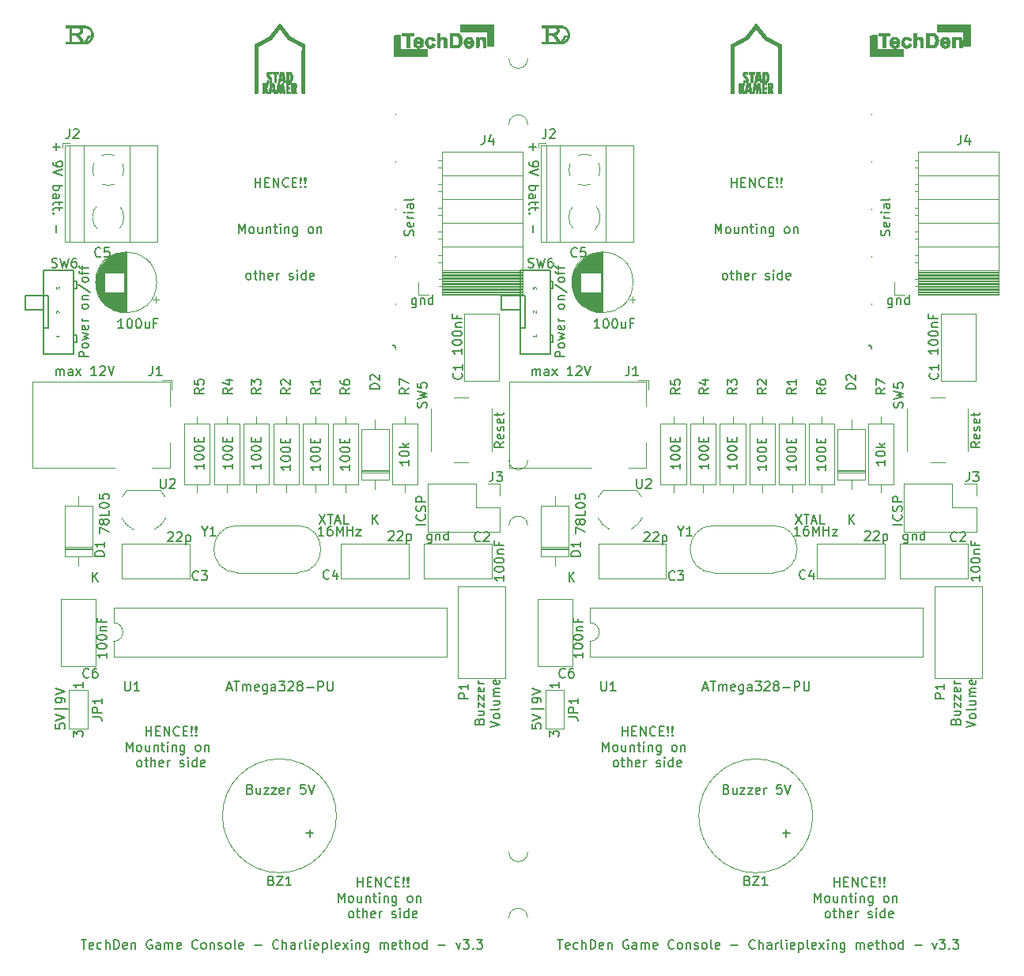
<source format=gto>
G04 #@! TF.GenerationSoftware,KiCad,Pcbnew,(5.1.5)-3*
G04 #@! TF.CreationDate,2022-03-28T13:22:09+02:00*
G04 #@! TF.ProjectId,Panel-Game-Console,50616e65-6c2d-4476-916d-652d436f6e73,v3.3*
G04 #@! TF.SameCoordinates,Original*
G04 #@! TF.FileFunction,Legend,Top*
G04 #@! TF.FilePolarity,Positive*
%FSLAX46Y46*%
G04 Gerber Fmt 4.6, Leading zero omitted, Abs format (unit mm)*
G04 Created by KiCad (PCBNEW (5.1.5)-3) date 2022-03-28 13:22:09*
%MOMM*%
%LPD*%
G04 APERTURE LIST*
%ADD10C,0.150000*%
%ADD11C,0.120000*%
%ADD12C,0.010000*%
%ADD13C,0.100000*%
%ADD14C,1.702000*%
%ADD15O,1.702000X1.702000*%
%ADD16O,1.802000X1.802000*%
%ADD17R,1.802000X1.802000*%
%ADD18C,2.102000*%
%ADD19R,2.302000X2.302000*%
%ADD20O,2.302000X2.302000*%
%ADD21R,1.902000X1.902000*%
%ADD22C,1.902000*%
%ADD23R,1.702000X1.702000*%
%ADD24C,1.602000*%
%ADD25R,1.602000X1.602000*%
%ADD26O,2.702000X3.921200*%
%ADD27R,2.702000X2.702000*%
%ADD28R,1.602000X1.102000*%
%ADD29C,1.542000*%
%ADD30C,1.372000*%
%ADD31R,3.602000X3.602000*%
%ADD32C,0.602000*%
G04 APERTURE END LIST*
D10*
X146457380Y-114231428D02*
X146457380Y-114707619D01*
X146933571Y-114755238D01*
X146885952Y-114707619D01*
X146838333Y-114612380D01*
X146838333Y-114374285D01*
X146885952Y-114279047D01*
X146933571Y-114231428D01*
X147028809Y-114183809D01*
X147266904Y-114183809D01*
X147362142Y-114231428D01*
X147409761Y-114279047D01*
X147457380Y-114374285D01*
X147457380Y-114612380D01*
X147409761Y-114707619D01*
X147362142Y-114755238D01*
X146457380Y-113898095D02*
X147457380Y-113564761D01*
X146457380Y-113231428D01*
X147790714Y-112660000D02*
X146362142Y-112660000D01*
X147457380Y-111898095D02*
X147457380Y-111707619D01*
X147409761Y-111612380D01*
X147362142Y-111564761D01*
X147219285Y-111469523D01*
X147028809Y-111421904D01*
X146647857Y-111421904D01*
X146552619Y-111469523D01*
X146505000Y-111517142D01*
X146457380Y-111612380D01*
X146457380Y-111802857D01*
X146505000Y-111898095D01*
X146552619Y-111945714D01*
X146647857Y-111993333D01*
X146885952Y-111993333D01*
X146981190Y-111945714D01*
X147028809Y-111898095D01*
X147076428Y-111802857D01*
X147076428Y-111612380D01*
X147028809Y-111517142D01*
X146981190Y-111469523D01*
X146885952Y-111421904D01*
X146457380Y-111136190D02*
X147457380Y-110802857D01*
X146457380Y-110469523D01*
X167809523Y-56727380D02*
X167809523Y-55727380D01*
X167809523Y-56203571D02*
X168380952Y-56203571D01*
X168380952Y-56727380D02*
X168380952Y-55727380D01*
X168857142Y-56203571D02*
X169190476Y-56203571D01*
X169333333Y-56727380D02*
X168857142Y-56727380D01*
X168857142Y-55727380D01*
X169333333Y-55727380D01*
X169761904Y-56727380D02*
X169761904Y-55727380D01*
X170333333Y-56727380D01*
X170333333Y-55727380D01*
X171380952Y-56632142D02*
X171333333Y-56679761D01*
X171190476Y-56727380D01*
X171095238Y-56727380D01*
X170952380Y-56679761D01*
X170857142Y-56584523D01*
X170809523Y-56489285D01*
X170761904Y-56298809D01*
X170761904Y-56155952D01*
X170809523Y-55965476D01*
X170857142Y-55870238D01*
X170952380Y-55775000D01*
X171095238Y-55727380D01*
X171190476Y-55727380D01*
X171333333Y-55775000D01*
X171380952Y-55822619D01*
X171809523Y-56203571D02*
X172142857Y-56203571D01*
X172285714Y-56727380D02*
X171809523Y-56727380D01*
X171809523Y-55727380D01*
X172285714Y-55727380D01*
X172714285Y-56632142D02*
X172761904Y-56679761D01*
X172714285Y-56727380D01*
X172666666Y-56679761D01*
X172714285Y-56632142D01*
X172714285Y-56727380D01*
X172714285Y-56346428D02*
X172666666Y-55775000D01*
X172714285Y-55727380D01*
X172761904Y-55775000D01*
X172714285Y-56346428D01*
X172714285Y-55727380D01*
X173190476Y-56632142D02*
X173238095Y-56679761D01*
X173190476Y-56727380D01*
X173142857Y-56679761D01*
X173190476Y-56632142D01*
X173190476Y-56727380D01*
X173190476Y-56346428D02*
X173142857Y-55775000D01*
X173190476Y-55727380D01*
X173238095Y-55775000D01*
X173190476Y-56346428D01*
X173190476Y-55727380D01*
X166095238Y-61677380D02*
X166095238Y-60677380D01*
X166428571Y-61391666D01*
X166761904Y-60677380D01*
X166761904Y-61677380D01*
X167380952Y-61677380D02*
X167285714Y-61629761D01*
X167238095Y-61582142D01*
X167190476Y-61486904D01*
X167190476Y-61201190D01*
X167238095Y-61105952D01*
X167285714Y-61058333D01*
X167380952Y-61010714D01*
X167523809Y-61010714D01*
X167619047Y-61058333D01*
X167666666Y-61105952D01*
X167714285Y-61201190D01*
X167714285Y-61486904D01*
X167666666Y-61582142D01*
X167619047Y-61629761D01*
X167523809Y-61677380D01*
X167380952Y-61677380D01*
X168571428Y-61010714D02*
X168571428Y-61677380D01*
X168142857Y-61010714D02*
X168142857Y-61534523D01*
X168190476Y-61629761D01*
X168285714Y-61677380D01*
X168428571Y-61677380D01*
X168523809Y-61629761D01*
X168571428Y-61582142D01*
X169047619Y-61010714D02*
X169047619Y-61677380D01*
X169047619Y-61105952D02*
X169095238Y-61058333D01*
X169190476Y-61010714D01*
X169333333Y-61010714D01*
X169428571Y-61058333D01*
X169476190Y-61153571D01*
X169476190Y-61677380D01*
X169809523Y-61010714D02*
X170190476Y-61010714D01*
X169952380Y-60677380D02*
X169952380Y-61534523D01*
X170000000Y-61629761D01*
X170095238Y-61677380D01*
X170190476Y-61677380D01*
X170523809Y-61677380D02*
X170523809Y-61010714D01*
X170523809Y-60677380D02*
X170476190Y-60725000D01*
X170523809Y-60772619D01*
X170571428Y-60725000D01*
X170523809Y-60677380D01*
X170523809Y-60772619D01*
X171000000Y-61010714D02*
X171000000Y-61677380D01*
X171000000Y-61105952D02*
X171047619Y-61058333D01*
X171142857Y-61010714D01*
X171285714Y-61010714D01*
X171380952Y-61058333D01*
X171428571Y-61153571D01*
X171428571Y-61677380D01*
X172333333Y-61010714D02*
X172333333Y-61820238D01*
X172285714Y-61915476D01*
X172238095Y-61963095D01*
X172142857Y-62010714D01*
X172000000Y-62010714D01*
X171904761Y-61963095D01*
X172333333Y-61629761D02*
X172238095Y-61677380D01*
X172047619Y-61677380D01*
X171952380Y-61629761D01*
X171904761Y-61582142D01*
X171857142Y-61486904D01*
X171857142Y-61201190D01*
X171904761Y-61105952D01*
X171952380Y-61058333D01*
X172047619Y-61010714D01*
X172238095Y-61010714D01*
X172333333Y-61058333D01*
X173714285Y-61677380D02*
X173619047Y-61629761D01*
X173571428Y-61582142D01*
X173523809Y-61486904D01*
X173523809Y-61201190D01*
X173571428Y-61105952D01*
X173619047Y-61058333D01*
X173714285Y-61010714D01*
X173857142Y-61010714D01*
X173952380Y-61058333D01*
X174000000Y-61105952D01*
X174047619Y-61201190D01*
X174047619Y-61486904D01*
X174000000Y-61582142D01*
X173952380Y-61629761D01*
X173857142Y-61677380D01*
X173714285Y-61677380D01*
X174476190Y-61010714D02*
X174476190Y-61677380D01*
X174476190Y-61105952D02*
X174523809Y-61058333D01*
X174619047Y-61010714D01*
X174761904Y-61010714D01*
X174857142Y-61058333D01*
X174904761Y-61153571D01*
X174904761Y-61677380D01*
X167047619Y-66627380D02*
X166952380Y-66579761D01*
X166904761Y-66532142D01*
X166857142Y-66436904D01*
X166857142Y-66151190D01*
X166904761Y-66055952D01*
X166952380Y-66008333D01*
X167047619Y-65960714D01*
X167190476Y-65960714D01*
X167285714Y-66008333D01*
X167333333Y-66055952D01*
X167380952Y-66151190D01*
X167380952Y-66436904D01*
X167333333Y-66532142D01*
X167285714Y-66579761D01*
X167190476Y-66627380D01*
X167047619Y-66627380D01*
X167666666Y-65960714D02*
X168047619Y-65960714D01*
X167809523Y-65627380D02*
X167809523Y-66484523D01*
X167857142Y-66579761D01*
X167952380Y-66627380D01*
X168047619Y-66627380D01*
X168380952Y-66627380D02*
X168380952Y-65627380D01*
X168809523Y-66627380D02*
X168809523Y-66103571D01*
X168761904Y-66008333D01*
X168666666Y-65960714D01*
X168523809Y-65960714D01*
X168428571Y-66008333D01*
X168380952Y-66055952D01*
X169666666Y-66579761D02*
X169571428Y-66627380D01*
X169380952Y-66627380D01*
X169285714Y-66579761D01*
X169238095Y-66484523D01*
X169238095Y-66103571D01*
X169285714Y-66008333D01*
X169380952Y-65960714D01*
X169571428Y-65960714D01*
X169666666Y-66008333D01*
X169714285Y-66103571D01*
X169714285Y-66198809D01*
X169238095Y-66294047D01*
X170142857Y-66627380D02*
X170142857Y-65960714D01*
X170142857Y-66151190D02*
X170190476Y-66055952D01*
X170238095Y-66008333D01*
X170333333Y-65960714D01*
X170428571Y-65960714D01*
X171476190Y-66579761D02*
X171571428Y-66627380D01*
X171761904Y-66627380D01*
X171857142Y-66579761D01*
X171904761Y-66484523D01*
X171904761Y-66436904D01*
X171857142Y-66341666D01*
X171761904Y-66294047D01*
X171619047Y-66294047D01*
X171523809Y-66246428D01*
X171476190Y-66151190D01*
X171476190Y-66103571D01*
X171523809Y-66008333D01*
X171619047Y-65960714D01*
X171761904Y-65960714D01*
X171857142Y-66008333D01*
X172333333Y-66627380D02*
X172333333Y-65960714D01*
X172333333Y-65627380D02*
X172285714Y-65675000D01*
X172333333Y-65722619D01*
X172380952Y-65675000D01*
X172333333Y-65627380D01*
X172333333Y-65722619D01*
X173238095Y-66627380D02*
X173238095Y-65627380D01*
X173238095Y-66579761D02*
X173142857Y-66627380D01*
X172952380Y-66627380D01*
X172857142Y-66579761D01*
X172809523Y-66532142D01*
X172761904Y-66436904D01*
X172761904Y-66151190D01*
X172809523Y-66055952D01*
X172857142Y-66008333D01*
X172952380Y-65960714D01*
X173142857Y-65960714D01*
X173238095Y-66008333D01*
X174095238Y-66579761D02*
X174000000Y-66627380D01*
X173809523Y-66627380D01*
X173714285Y-66579761D01*
X173666666Y-66484523D01*
X173666666Y-66103571D01*
X173714285Y-66008333D01*
X173809523Y-65960714D01*
X174000000Y-65960714D01*
X174095238Y-66008333D01*
X174142857Y-66103571D01*
X174142857Y-66198809D01*
X173666666Y-66294047D01*
X185049523Y-68630714D02*
X185049523Y-69440238D01*
X185001904Y-69535476D01*
X184954285Y-69583095D01*
X184859047Y-69630714D01*
X184716190Y-69630714D01*
X184620952Y-69583095D01*
X185049523Y-69249761D02*
X184954285Y-69297380D01*
X184763809Y-69297380D01*
X184668571Y-69249761D01*
X184620952Y-69202142D01*
X184573333Y-69106904D01*
X184573333Y-68821190D01*
X184620952Y-68725952D01*
X184668571Y-68678333D01*
X184763809Y-68630714D01*
X184954285Y-68630714D01*
X185049523Y-68678333D01*
X185525714Y-68630714D02*
X185525714Y-69297380D01*
X185525714Y-68725952D02*
X185573333Y-68678333D01*
X185668571Y-68630714D01*
X185811428Y-68630714D01*
X185906666Y-68678333D01*
X185954285Y-68773571D01*
X185954285Y-69297380D01*
X186859047Y-69297380D02*
X186859047Y-68297380D01*
X186859047Y-69249761D02*
X186763809Y-69297380D01*
X186573333Y-69297380D01*
X186478095Y-69249761D01*
X186430476Y-69202142D01*
X186382857Y-69106904D01*
X186382857Y-68821190D01*
X186430476Y-68725952D01*
X186478095Y-68678333D01*
X186573333Y-68630714D01*
X186763809Y-68630714D01*
X186859047Y-68678333D01*
X182804285Y-54062380D02*
X182804285Y-53538571D01*
X182756666Y-53443333D01*
X182661428Y-53395714D01*
X182470952Y-53395714D01*
X182375714Y-53443333D01*
X182804285Y-54014761D02*
X182709047Y-54062380D01*
X182470952Y-54062380D01*
X182375714Y-54014761D01*
X182328095Y-53919523D01*
X182328095Y-53824285D01*
X182375714Y-53729047D01*
X182470952Y-53681428D01*
X182709047Y-53681428D01*
X182804285Y-53633809D01*
X156125523Y-115526380D02*
X156125523Y-114526380D01*
X156125523Y-115002571D02*
X156696952Y-115002571D01*
X156696952Y-115526380D02*
X156696952Y-114526380D01*
X157173142Y-115002571D02*
X157506476Y-115002571D01*
X157649333Y-115526380D02*
X157173142Y-115526380D01*
X157173142Y-114526380D01*
X157649333Y-114526380D01*
X158077904Y-115526380D02*
X158077904Y-114526380D01*
X158649333Y-115526380D01*
X158649333Y-114526380D01*
X159696952Y-115431142D02*
X159649333Y-115478761D01*
X159506476Y-115526380D01*
X159411238Y-115526380D01*
X159268380Y-115478761D01*
X159173142Y-115383523D01*
X159125523Y-115288285D01*
X159077904Y-115097809D01*
X159077904Y-114954952D01*
X159125523Y-114764476D01*
X159173142Y-114669238D01*
X159268380Y-114574000D01*
X159411238Y-114526380D01*
X159506476Y-114526380D01*
X159649333Y-114574000D01*
X159696952Y-114621619D01*
X160125523Y-115002571D02*
X160458857Y-115002571D01*
X160601714Y-115526380D02*
X160125523Y-115526380D01*
X160125523Y-114526380D01*
X160601714Y-114526380D01*
X161030285Y-115431142D02*
X161077904Y-115478761D01*
X161030285Y-115526380D01*
X160982666Y-115478761D01*
X161030285Y-115431142D01*
X161030285Y-115526380D01*
X161030285Y-115145428D02*
X160982666Y-114574000D01*
X161030285Y-114526380D01*
X161077904Y-114574000D01*
X161030285Y-115145428D01*
X161030285Y-114526380D01*
X161506476Y-115431142D02*
X161554095Y-115478761D01*
X161506476Y-115526380D01*
X161458857Y-115478761D01*
X161506476Y-115431142D01*
X161506476Y-115526380D01*
X161506476Y-115145428D02*
X161458857Y-114574000D01*
X161506476Y-114526380D01*
X161554095Y-114574000D01*
X161506476Y-115145428D01*
X161506476Y-114526380D01*
X154030285Y-117176380D02*
X154030285Y-116176380D01*
X154363619Y-116890666D01*
X154696952Y-116176380D01*
X154696952Y-117176380D01*
X155316000Y-117176380D02*
X155220761Y-117128761D01*
X155173142Y-117081142D01*
X155125523Y-116985904D01*
X155125523Y-116700190D01*
X155173142Y-116604952D01*
X155220761Y-116557333D01*
X155316000Y-116509714D01*
X155458857Y-116509714D01*
X155554095Y-116557333D01*
X155601714Y-116604952D01*
X155649333Y-116700190D01*
X155649333Y-116985904D01*
X155601714Y-117081142D01*
X155554095Y-117128761D01*
X155458857Y-117176380D01*
X155316000Y-117176380D01*
X156506476Y-116509714D02*
X156506476Y-117176380D01*
X156077904Y-116509714D02*
X156077904Y-117033523D01*
X156125523Y-117128761D01*
X156220761Y-117176380D01*
X156363619Y-117176380D01*
X156458857Y-117128761D01*
X156506476Y-117081142D01*
X156982666Y-116509714D02*
X156982666Y-117176380D01*
X156982666Y-116604952D02*
X157030285Y-116557333D01*
X157125523Y-116509714D01*
X157268380Y-116509714D01*
X157363619Y-116557333D01*
X157411238Y-116652571D01*
X157411238Y-117176380D01*
X157744571Y-116509714D02*
X158125523Y-116509714D01*
X157887428Y-116176380D02*
X157887428Y-117033523D01*
X157935047Y-117128761D01*
X158030285Y-117176380D01*
X158125523Y-117176380D01*
X158458857Y-117176380D02*
X158458857Y-116509714D01*
X158458857Y-116176380D02*
X158411238Y-116224000D01*
X158458857Y-116271619D01*
X158506476Y-116224000D01*
X158458857Y-116176380D01*
X158458857Y-116271619D01*
X158935047Y-116509714D02*
X158935047Y-117176380D01*
X158935047Y-116604952D02*
X158982666Y-116557333D01*
X159077904Y-116509714D01*
X159220761Y-116509714D01*
X159316000Y-116557333D01*
X159363619Y-116652571D01*
X159363619Y-117176380D01*
X160268380Y-116509714D02*
X160268380Y-117319238D01*
X160220761Y-117414476D01*
X160173142Y-117462095D01*
X160077904Y-117509714D01*
X159935047Y-117509714D01*
X159839809Y-117462095D01*
X160268380Y-117128761D02*
X160173142Y-117176380D01*
X159982666Y-117176380D01*
X159887428Y-117128761D01*
X159839809Y-117081142D01*
X159792190Y-116985904D01*
X159792190Y-116700190D01*
X159839809Y-116604952D01*
X159887428Y-116557333D01*
X159982666Y-116509714D01*
X160173142Y-116509714D01*
X160268380Y-116557333D01*
X161649333Y-117176380D02*
X161554095Y-117128761D01*
X161506476Y-117081142D01*
X161458857Y-116985904D01*
X161458857Y-116700190D01*
X161506476Y-116604952D01*
X161554095Y-116557333D01*
X161649333Y-116509714D01*
X161792190Y-116509714D01*
X161887428Y-116557333D01*
X161935047Y-116604952D01*
X161982666Y-116700190D01*
X161982666Y-116985904D01*
X161935047Y-117081142D01*
X161887428Y-117128761D01*
X161792190Y-117176380D01*
X161649333Y-117176380D01*
X162411238Y-116509714D02*
X162411238Y-117176380D01*
X162411238Y-116604952D02*
X162458857Y-116557333D01*
X162554095Y-116509714D01*
X162696952Y-116509714D01*
X162792190Y-116557333D01*
X162839809Y-116652571D01*
X162839809Y-117176380D01*
X155363619Y-118826380D02*
X155268380Y-118778761D01*
X155220761Y-118731142D01*
X155173142Y-118635904D01*
X155173142Y-118350190D01*
X155220761Y-118254952D01*
X155268380Y-118207333D01*
X155363619Y-118159714D01*
X155506476Y-118159714D01*
X155601714Y-118207333D01*
X155649333Y-118254952D01*
X155696952Y-118350190D01*
X155696952Y-118635904D01*
X155649333Y-118731142D01*
X155601714Y-118778761D01*
X155506476Y-118826380D01*
X155363619Y-118826380D01*
X155982666Y-118159714D02*
X156363619Y-118159714D01*
X156125523Y-117826380D02*
X156125523Y-118683523D01*
X156173142Y-118778761D01*
X156268380Y-118826380D01*
X156363619Y-118826380D01*
X156696952Y-118826380D02*
X156696952Y-117826380D01*
X157125523Y-118826380D02*
X157125523Y-118302571D01*
X157077904Y-118207333D01*
X156982666Y-118159714D01*
X156839809Y-118159714D01*
X156744571Y-118207333D01*
X156696952Y-118254952D01*
X157982666Y-118778761D02*
X157887428Y-118826380D01*
X157696952Y-118826380D01*
X157601714Y-118778761D01*
X157554095Y-118683523D01*
X157554095Y-118302571D01*
X157601714Y-118207333D01*
X157696952Y-118159714D01*
X157887428Y-118159714D01*
X157982666Y-118207333D01*
X158030285Y-118302571D01*
X158030285Y-118397809D01*
X157554095Y-118493047D01*
X158458857Y-118826380D02*
X158458857Y-118159714D01*
X158458857Y-118350190D02*
X158506476Y-118254952D01*
X158554095Y-118207333D01*
X158649333Y-118159714D01*
X158744571Y-118159714D01*
X159792190Y-118778761D02*
X159887428Y-118826380D01*
X160077904Y-118826380D01*
X160173142Y-118778761D01*
X160220761Y-118683523D01*
X160220761Y-118635904D01*
X160173142Y-118540666D01*
X160077904Y-118493047D01*
X159935047Y-118493047D01*
X159839809Y-118445428D01*
X159792190Y-118350190D01*
X159792190Y-118302571D01*
X159839809Y-118207333D01*
X159935047Y-118159714D01*
X160077904Y-118159714D01*
X160173142Y-118207333D01*
X160649333Y-118826380D02*
X160649333Y-118159714D01*
X160649333Y-117826380D02*
X160601714Y-117874000D01*
X160649333Y-117921619D01*
X160696952Y-117874000D01*
X160649333Y-117826380D01*
X160649333Y-117921619D01*
X161554095Y-118826380D02*
X161554095Y-117826380D01*
X161554095Y-118778761D02*
X161458857Y-118826380D01*
X161268380Y-118826380D01*
X161173142Y-118778761D01*
X161125523Y-118731142D01*
X161077904Y-118635904D01*
X161077904Y-118350190D01*
X161125523Y-118254952D01*
X161173142Y-118207333D01*
X161268380Y-118159714D01*
X161458857Y-118159714D01*
X161554095Y-118207333D01*
X162411238Y-118778761D02*
X162316000Y-118826380D01*
X162125523Y-118826380D01*
X162030285Y-118778761D01*
X161982666Y-118683523D01*
X161982666Y-118302571D01*
X162030285Y-118207333D01*
X162125523Y-118159714D01*
X162316000Y-118159714D01*
X162411238Y-118207333D01*
X162458857Y-118302571D01*
X162458857Y-118397809D01*
X161982666Y-118493047D01*
X146552571Y-52018095D02*
X146552571Y-52780000D01*
X146171619Y-52399047D02*
X146933523Y-52399047D01*
X146171619Y-54065714D02*
X146171619Y-54256190D01*
X146219238Y-54351428D01*
X146266857Y-54399047D01*
X146409714Y-54494285D01*
X146600190Y-54541904D01*
X146981142Y-54541904D01*
X147076380Y-54494285D01*
X147124000Y-54446666D01*
X147171619Y-54351428D01*
X147171619Y-54160952D01*
X147124000Y-54065714D01*
X147076380Y-54018095D01*
X146981142Y-53970476D01*
X146743047Y-53970476D01*
X146647809Y-54018095D01*
X146600190Y-54065714D01*
X146552571Y-54160952D01*
X146552571Y-54351428D01*
X146600190Y-54446666D01*
X146647809Y-54494285D01*
X146743047Y-54541904D01*
X147171619Y-54827619D02*
X146171619Y-55160952D01*
X147171619Y-55494285D01*
X146171619Y-56589523D02*
X147171619Y-56589523D01*
X146790666Y-56589523D02*
X146838285Y-56684761D01*
X146838285Y-56875238D01*
X146790666Y-56970476D01*
X146743047Y-57018095D01*
X146647809Y-57065714D01*
X146362095Y-57065714D01*
X146266857Y-57018095D01*
X146219238Y-56970476D01*
X146171619Y-56875238D01*
X146171619Y-56684761D01*
X146219238Y-56589523D01*
X146171619Y-57922857D02*
X146695428Y-57922857D01*
X146790666Y-57875238D01*
X146838285Y-57780000D01*
X146838285Y-57589523D01*
X146790666Y-57494285D01*
X146219238Y-57922857D02*
X146171619Y-57827619D01*
X146171619Y-57589523D01*
X146219238Y-57494285D01*
X146314476Y-57446666D01*
X146409714Y-57446666D01*
X146504952Y-57494285D01*
X146552571Y-57589523D01*
X146552571Y-57827619D01*
X146600190Y-57922857D01*
X146838285Y-58256190D02*
X146838285Y-58637142D01*
X147171619Y-58399047D02*
X146314476Y-58399047D01*
X146219238Y-58446666D01*
X146171619Y-58541904D01*
X146171619Y-58637142D01*
X146838285Y-58827619D02*
X146838285Y-59208571D01*
X147171619Y-58970476D02*
X146314476Y-58970476D01*
X146219238Y-59018095D01*
X146171619Y-59113333D01*
X146171619Y-59208571D01*
X146266857Y-59541904D02*
X146219238Y-59589523D01*
X146171619Y-59541904D01*
X146219238Y-59494285D01*
X146266857Y-59541904D01*
X146171619Y-59541904D01*
X146552571Y-60780000D02*
X146552571Y-61541904D01*
X146497380Y-76917380D02*
X146497380Y-76250714D01*
X146497380Y-76345952D02*
X146545000Y-76298333D01*
X146640238Y-76250714D01*
X146783095Y-76250714D01*
X146878333Y-76298333D01*
X146925952Y-76393571D01*
X146925952Y-76917380D01*
X146925952Y-76393571D02*
X146973571Y-76298333D01*
X147068809Y-76250714D01*
X147211666Y-76250714D01*
X147306904Y-76298333D01*
X147354523Y-76393571D01*
X147354523Y-76917380D01*
X148259285Y-76917380D02*
X148259285Y-76393571D01*
X148211666Y-76298333D01*
X148116428Y-76250714D01*
X147925952Y-76250714D01*
X147830714Y-76298333D01*
X148259285Y-76869761D02*
X148164047Y-76917380D01*
X147925952Y-76917380D01*
X147830714Y-76869761D01*
X147783095Y-76774523D01*
X147783095Y-76679285D01*
X147830714Y-76584047D01*
X147925952Y-76536428D01*
X148164047Y-76536428D01*
X148259285Y-76488809D01*
X148640238Y-76917380D02*
X149164047Y-76250714D01*
X148640238Y-76250714D02*
X149164047Y-76917380D01*
X150830714Y-76917380D02*
X150259285Y-76917380D01*
X150545000Y-76917380D02*
X150545000Y-75917380D01*
X150449761Y-76060238D01*
X150354523Y-76155476D01*
X150259285Y-76203095D01*
X151211666Y-76012619D02*
X151259285Y-75965000D01*
X151354523Y-75917380D01*
X151592619Y-75917380D01*
X151687857Y-75965000D01*
X151735476Y-76012619D01*
X151783095Y-76107857D01*
X151783095Y-76203095D01*
X151735476Y-76345952D01*
X151164047Y-76917380D01*
X151783095Y-76917380D01*
X152068809Y-75917380D02*
X152402142Y-76917380D01*
X152735476Y-75917380D01*
X182804285Y-64222380D02*
X182804285Y-63698571D01*
X182756666Y-63603333D01*
X182661428Y-63555714D01*
X182470952Y-63555714D01*
X182375714Y-63603333D01*
X182804285Y-64174761D02*
X182709047Y-64222380D01*
X182470952Y-64222380D01*
X182375714Y-64174761D01*
X182328095Y-64079523D01*
X182328095Y-63984285D01*
X182375714Y-63889047D01*
X182470952Y-63841428D01*
X182709047Y-63841428D01*
X182804285Y-63793809D01*
X182804285Y-48982380D02*
X182804285Y-48458571D01*
X182756666Y-48363333D01*
X182661428Y-48315714D01*
X182470952Y-48315714D01*
X182375714Y-48363333D01*
X182804285Y-48934761D02*
X182709047Y-48982380D01*
X182470952Y-48982380D01*
X182375714Y-48934761D01*
X182328095Y-48839523D01*
X182328095Y-48744285D01*
X182375714Y-48649047D01*
X182470952Y-48601428D01*
X182709047Y-48601428D01*
X182804285Y-48553809D01*
X191828571Y-113953571D02*
X191876190Y-113810714D01*
X191923809Y-113763095D01*
X192019047Y-113715476D01*
X192161904Y-113715476D01*
X192257142Y-113763095D01*
X192304761Y-113810714D01*
X192352380Y-113905952D01*
X192352380Y-114286904D01*
X191352380Y-114286904D01*
X191352380Y-113953571D01*
X191400000Y-113858333D01*
X191447619Y-113810714D01*
X191542857Y-113763095D01*
X191638095Y-113763095D01*
X191733333Y-113810714D01*
X191780952Y-113858333D01*
X191828571Y-113953571D01*
X191828571Y-114286904D01*
X191685714Y-112858333D02*
X192352380Y-112858333D01*
X191685714Y-113286904D02*
X192209523Y-113286904D01*
X192304761Y-113239285D01*
X192352380Y-113144047D01*
X192352380Y-113001190D01*
X192304761Y-112905952D01*
X192257142Y-112858333D01*
X191685714Y-112477380D02*
X191685714Y-111953571D01*
X192352380Y-112477380D01*
X192352380Y-111953571D01*
X191685714Y-111667857D02*
X191685714Y-111144047D01*
X192352380Y-111667857D01*
X192352380Y-111144047D01*
X192304761Y-110382142D02*
X192352380Y-110477380D01*
X192352380Y-110667857D01*
X192304761Y-110763095D01*
X192209523Y-110810714D01*
X191828571Y-110810714D01*
X191733333Y-110763095D01*
X191685714Y-110667857D01*
X191685714Y-110477380D01*
X191733333Y-110382142D01*
X191828571Y-110334523D01*
X191923809Y-110334523D01*
X192019047Y-110810714D01*
X192352380Y-109905952D02*
X191685714Y-109905952D01*
X191876190Y-109905952D02*
X191780952Y-109858333D01*
X191733333Y-109810714D01*
X191685714Y-109715476D01*
X191685714Y-109620238D01*
X193002380Y-114620238D02*
X194002380Y-114286904D01*
X193002380Y-113953571D01*
X194002380Y-113477380D02*
X193954761Y-113572619D01*
X193907142Y-113620238D01*
X193811904Y-113667857D01*
X193526190Y-113667857D01*
X193430952Y-113620238D01*
X193383333Y-113572619D01*
X193335714Y-113477380D01*
X193335714Y-113334523D01*
X193383333Y-113239285D01*
X193430952Y-113191666D01*
X193526190Y-113144047D01*
X193811904Y-113144047D01*
X193907142Y-113191666D01*
X193954761Y-113239285D01*
X194002380Y-113334523D01*
X194002380Y-113477380D01*
X194002380Y-112572619D02*
X193954761Y-112667857D01*
X193859523Y-112715476D01*
X193002380Y-112715476D01*
X193335714Y-111763095D02*
X194002380Y-111763095D01*
X193335714Y-112191666D02*
X193859523Y-112191666D01*
X193954761Y-112144047D01*
X194002380Y-112048809D01*
X194002380Y-111905952D01*
X193954761Y-111810714D01*
X193907142Y-111763095D01*
X194002380Y-111286904D02*
X193335714Y-111286904D01*
X193430952Y-111286904D02*
X193383333Y-111239285D01*
X193335714Y-111144047D01*
X193335714Y-111001190D01*
X193383333Y-110905952D01*
X193478571Y-110858333D01*
X194002380Y-110858333D01*
X193478571Y-110858333D02*
X193383333Y-110810714D01*
X193335714Y-110715476D01*
X193335714Y-110572619D01*
X193383333Y-110477380D01*
X193478571Y-110429761D01*
X194002380Y-110429761D01*
X193954761Y-109572619D02*
X194002380Y-109667857D01*
X194002380Y-109858333D01*
X193954761Y-109953571D01*
X193859523Y-110001190D01*
X193478571Y-110001190D01*
X193383333Y-109953571D01*
X193335714Y-109858333D01*
X193335714Y-109667857D01*
X193383333Y-109572619D01*
X193478571Y-109525000D01*
X193573809Y-109525000D01*
X193669047Y-110001190D01*
X182804285Y-69302380D02*
X182804285Y-68778571D01*
X182756666Y-68683333D01*
X182661428Y-68635714D01*
X182470952Y-68635714D01*
X182375714Y-68683333D01*
X182804285Y-69254761D02*
X182709047Y-69302380D01*
X182470952Y-69302380D01*
X182375714Y-69254761D01*
X182328095Y-69159523D01*
X182328095Y-69064285D01*
X182375714Y-68969047D01*
X182470952Y-68921428D01*
X182709047Y-68921428D01*
X182804285Y-68873809D01*
X178809523Y-131702380D02*
X178809523Y-130702380D01*
X178809523Y-131178571D02*
X179380952Y-131178571D01*
X179380952Y-131702380D02*
X179380952Y-130702380D01*
X179857142Y-131178571D02*
X180190476Y-131178571D01*
X180333333Y-131702380D02*
X179857142Y-131702380D01*
X179857142Y-130702380D01*
X180333333Y-130702380D01*
X180761904Y-131702380D02*
X180761904Y-130702380D01*
X181333333Y-131702380D01*
X181333333Y-130702380D01*
X182380952Y-131607142D02*
X182333333Y-131654761D01*
X182190476Y-131702380D01*
X182095238Y-131702380D01*
X181952380Y-131654761D01*
X181857142Y-131559523D01*
X181809523Y-131464285D01*
X181761904Y-131273809D01*
X181761904Y-131130952D01*
X181809523Y-130940476D01*
X181857142Y-130845238D01*
X181952380Y-130750000D01*
X182095238Y-130702380D01*
X182190476Y-130702380D01*
X182333333Y-130750000D01*
X182380952Y-130797619D01*
X182809523Y-131178571D02*
X183142857Y-131178571D01*
X183285714Y-131702380D02*
X182809523Y-131702380D01*
X182809523Y-130702380D01*
X183285714Y-130702380D01*
X183714285Y-131607142D02*
X183761904Y-131654761D01*
X183714285Y-131702380D01*
X183666666Y-131654761D01*
X183714285Y-131607142D01*
X183714285Y-131702380D01*
X183714285Y-131321428D02*
X183666666Y-130750000D01*
X183714285Y-130702380D01*
X183761904Y-130750000D01*
X183714285Y-131321428D01*
X183714285Y-130702380D01*
X184190476Y-131607142D02*
X184238095Y-131654761D01*
X184190476Y-131702380D01*
X184142857Y-131654761D01*
X184190476Y-131607142D01*
X184190476Y-131702380D01*
X184190476Y-131321428D02*
X184142857Y-130750000D01*
X184190476Y-130702380D01*
X184238095Y-130750000D01*
X184190476Y-131321428D01*
X184190476Y-130702380D01*
X176714285Y-133352380D02*
X176714285Y-132352380D01*
X177047619Y-133066666D01*
X177380952Y-132352380D01*
X177380952Y-133352380D01*
X178000000Y-133352380D02*
X177904761Y-133304761D01*
X177857142Y-133257142D01*
X177809523Y-133161904D01*
X177809523Y-132876190D01*
X177857142Y-132780952D01*
X177904761Y-132733333D01*
X178000000Y-132685714D01*
X178142857Y-132685714D01*
X178238095Y-132733333D01*
X178285714Y-132780952D01*
X178333333Y-132876190D01*
X178333333Y-133161904D01*
X178285714Y-133257142D01*
X178238095Y-133304761D01*
X178142857Y-133352380D01*
X178000000Y-133352380D01*
X179190476Y-132685714D02*
X179190476Y-133352380D01*
X178761904Y-132685714D02*
X178761904Y-133209523D01*
X178809523Y-133304761D01*
X178904761Y-133352380D01*
X179047619Y-133352380D01*
X179142857Y-133304761D01*
X179190476Y-133257142D01*
X179666666Y-132685714D02*
X179666666Y-133352380D01*
X179666666Y-132780952D02*
X179714285Y-132733333D01*
X179809523Y-132685714D01*
X179952380Y-132685714D01*
X180047619Y-132733333D01*
X180095238Y-132828571D01*
X180095238Y-133352380D01*
X180428571Y-132685714D02*
X180809523Y-132685714D01*
X180571428Y-132352380D02*
X180571428Y-133209523D01*
X180619047Y-133304761D01*
X180714285Y-133352380D01*
X180809523Y-133352380D01*
X181142857Y-133352380D02*
X181142857Y-132685714D01*
X181142857Y-132352380D02*
X181095238Y-132400000D01*
X181142857Y-132447619D01*
X181190476Y-132400000D01*
X181142857Y-132352380D01*
X181142857Y-132447619D01*
X181619047Y-132685714D02*
X181619047Y-133352380D01*
X181619047Y-132780952D02*
X181666666Y-132733333D01*
X181761904Y-132685714D01*
X181904761Y-132685714D01*
X182000000Y-132733333D01*
X182047619Y-132828571D01*
X182047619Y-133352380D01*
X182952380Y-132685714D02*
X182952380Y-133495238D01*
X182904761Y-133590476D01*
X182857142Y-133638095D01*
X182761904Y-133685714D01*
X182619047Y-133685714D01*
X182523809Y-133638095D01*
X182952380Y-133304761D02*
X182857142Y-133352380D01*
X182666666Y-133352380D01*
X182571428Y-133304761D01*
X182523809Y-133257142D01*
X182476190Y-133161904D01*
X182476190Y-132876190D01*
X182523809Y-132780952D01*
X182571428Y-132733333D01*
X182666666Y-132685714D01*
X182857142Y-132685714D01*
X182952380Y-132733333D01*
X184333333Y-133352380D02*
X184238095Y-133304761D01*
X184190476Y-133257142D01*
X184142857Y-133161904D01*
X184142857Y-132876190D01*
X184190476Y-132780952D01*
X184238095Y-132733333D01*
X184333333Y-132685714D01*
X184476190Y-132685714D01*
X184571428Y-132733333D01*
X184619047Y-132780952D01*
X184666666Y-132876190D01*
X184666666Y-133161904D01*
X184619047Y-133257142D01*
X184571428Y-133304761D01*
X184476190Y-133352380D01*
X184333333Y-133352380D01*
X185095238Y-132685714D02*
X185095238Y-133352380D01*
X185095238Y-132780952D02*
X185142857Y-132733333D01*
X185238095Y-132685714D01*
X185380952Y-132685714D01*
X185476190Y-132733333D01*
X185523809Y-132828571D01*
X185523809Y-133352380D01*
X178047619Y-135002380D02*
X177952380Y-134954761D01*
X177904761Y-134907142D01*
X177857142Y-134811904D01*
X177857142Y-134526190D01*
X177904761Y-134430952D01*
X177952380Y-134383333D01*
X178047619Y-134335714D01*
X178190476Y-134335714D01*
X178285714Y-134383333D01*
X178333333Y-134430952D01*
X178380952Y-134526190D01*
X178380952Y-134811904D01*
X178333333Y-134907142D01*
X178285714Y-134954761D01*
X178190476Y-135002380D01*
X178047619Y-135002380D01*
X178666666Y-134335714D02*
X179047619Y-134335714D01*
X178809523Y-134002380D02*
X178809523Y-134859523D01*
X178857142Y-134954761D01*
X178952380Y-135002380D01*
X179047619Y-135002380D01*
X179380952Y-135002380D02*
X179380952Y-134002380D01*
X179809523Y-135002380D02*
X179809523Y-134478571D01*
X179761904Y-134383333D01*
X179666666Y-134335714D01*
X179523809Y-134335714D01*
X179428571Y-134383333D01*
X179380952Y-134430952D01*
X180666666Y-134954761D02*
X180571428Y-135002380D01*
X180380952Y-135002380D01*
X180285714Y-134954761D01*
X180238095Y-134859523D01*
X180238095Y-134478571D01*
X180285714Y-134383333D01*
X180380952Y-134335714D01*
X180571428Y-134335714D01*
X180666666Y-134383333D01*
X180714285Y-134478571D01*
X180714285Y-134573809D01*
X180238095Y-134669047D01*
X181142857Y-135002380D02*
X181142857Y-134335714D01*
X181142857Y-134526190D02*
X181190476Y-134430952D01*
X181238095Y-134383333D01*
X181333333Y-134335714D01*
X181428571Y-134335714D01*
X182476190Y-134954761D02*
X182571428Y-135002380D01*
X182761904Y-135002380D01*
X182857142Y-134954761D01*
X182904761Y-134859523D01*
X182904761Y-134811904D01*
X182857142Y-134716666D01*
X182761904Y-134669047D01*
X182619047Y-134669047D01*
X182523809Y-134621428D01*
X182476190Y-134526190D01*
X182476190Y-134478571D01*
X182523809Y-134383333D01*
X182619047Y-134335714D01*
X182761904Y-134335714D01*
X182857142Y-134383333D01*
X183333333Y-135002380D02*
X183333333Y-134335714D01*
X183333333Y-134002380D02*
X183285714Y-134050000D01*
X183333333Y-134097619D01*
X183380952Y-134050000D01*
X183333333Y-134002380D01*
X183333333Y-134097619D01*
X184238095Y-135002380D02*
X184238095Y-134002380D01*
X184238095Y-134954761D02*
X184142857Y-135002380D01*
X183952380Y-135002380D01*
X183857142Y-134954761D01*
X183809523Y-134907142D01*
X183761904Y-134811904D01*
X183761904Y-134526190D01*
X183809523Y-134430952D01*
X183857142Y-134383333D01*
X183952380Y-134335714D01*
X184142857Y-134335714D01*
X184238095Y-134383333D01*
X185095238Y-134954761D02*
X185000000Y-135002380D01*
X184809523Y-135002380D01*
X184714285Y-134954761D01*
X184666666Y-134859523D01*
X184666666Y-134478571D01*
X184714285Y-134383333D01*
X184809523Y-134335714D01*
X185000000Y-134335714D01*
X185095238Y-134383333D01*
X185142857Y-134478571D01*
X185142857Y-134573809D01*
X184666666Y-134669047D01*
X149192738Y-137352380D02*
X149764166Y-137352380D01*
X149478452Y-138352380D02*
X149478452Y-137352380D01*
X150478452Y-138304761D02*
X150383214Y-138352380D01*
X150192738Y-138352380D01*
X150097500Y-138304761D01*
X150049880Y-138209523D01*
X150049880Y-137828571D01*
X150097500Y-137733333D01*
X150192738Y-137685714D01*
X150383214Y-137685714D01*
X150478452Y-137733333D01*
X150526071Y-137828571D01*
X150526071Y-137923809D01*
X150049880Y-138019047D01*
X151383214Y-138304761D02*
X151287976Y-138352380D01*
X151097500Y-138352380D01*
X151002261Y-138304761D01*
X150954642Y-138257142D01*
X150907023Y-138161904D01*
X150907023Y-137876190D01*
X150954642Y-137780952D01*
X151002261Y-137733333D01*
X151097500Y-137685714D01*
X151287976Y-137685714D01*
X151383214Y-137733333D01*
X151811785Y-138352380D02*
X151811785Y-137352380D01*
X152240357Y-138352380D02*
X152240357Y-137828571D01*
X152192738Y-137733333D01*
X152097500Y-137685714D01*
X151954642Y-137685714D01*
X151859404Y-137733333D01*
X151811785Y-137780952D01*
X152716547Y-138352380D02*
X152716547Y-137352380D01*
X152954642Y-137352380D01*
X153097500Y-137400000D01*
X153192738Y-137495238D01*
X153240357Y-137590476D01*
X153287976Y-137780952D01*
X153287976Y-137923809D01*
X153240357Y-138114285D01*
X153192738Y-138209523D01*
X153097500Y-138304761D01*
X152954642Y-138352380D01*
X152716547Y-138352380D01*
X154097500Y-138304761D02*
X154002261Y-138352380D01*
X153811785Y-138352380D01*
X153716547Y-138304761D01*
X153668928Y-138209523D01*
X153668928Y-137828571D01*
X153716547Y-137733333D01*
X153811785Y-137685714D01*
X154002261Y-137685714D01*
X154097500Y-137733333D01*
X154145119Y-137828571D01*
X154145119Y-137923809D01*
X153668928Y-138019047D01*
X154573690Y-137685714D02*
X154573690Y-138352380D01*
X154573690Y-137780952D02*
X154621309Y-137733333D01*
X154716547Y-137685714D01*
X154859404Y-137685714D01*
X154954642Y-137733333D01*
X155002261Y-137828571D01*
X155002261Y-138352380D01*
X156764166Y-137400000D02*
X156668928Y-137352380D01*
X156526071Y-137352380D01*
X156383214Y-137400000D01*
X156287976Y-137495238D01*
X156240357Y-137590476D01*
X156192738Y-137780952D01*
X156192738Y-137923809D01*
X156240357Y-138114285D01*
X156287976Y-138209523D01*
X156383214Y-138304761D01*
X156526071Y-138352380D01*
X156621309Y-138352380D01*
X156764166Y-138304761D01*
X156811785Y-138257142D01*
X156811785Y-137923809D01*
X156621309Y-137923809D01*
X157668928Y-138352380D02*
X157668928Y-137828571D01*
X157621309Y-137733333D01*
X157526071Y-137685714D01*
X157335595Y-137685714D01*
X157240357Y-137733333D01*
X157668928Y-138304761D02*
X157573690Y-138352380D01*
X157335595Y-138352380D01*
X157240357Y-138304761D01*
X157192738Y-138209523D01*
X157192738Y-138114285D01*
X157240357Y-138019047D01*
X157335595Y-137971428D01*
X157573690Y-137971428D01*
X157668928Y-137923809D01*
X158145119Y-138352380D02*
X158145119Y-137685714D01*
X158145119Y-137780952D02*
X158192738Y-137733333D01*
X158287976Y-137685714D01*
X158430833Y-137685714D01*
X158526071Y-137733333D01*
X158573690Y-137828571D01*
X158573690Y-138352380D01*
X158573690Y-137828571D02*
X158621309Y-137733333D01*
X158716547Y-137685714D01*
X158859404Y-137685714D01*
X158954642Y-137733333D01*
X159002261Y-137828571D01*
X159002261Y-138352380D01*
X159859404Y-138304761D02*
X159764166Y-138352380D01*
X159573690Y-138352380D01*
X159478452Y-138304761D01*
X159430833Y-138209523D01*
X159430833Y-137828571D01*
X159478452Y-137733333D01*
X159573690Y-137685714D01*
X159764166Y-137685714D01*
X159859404Y-137733333D01*
X159907023Y-137828571D01*
X159907023Y-137923809D01*
X159430833Y-138019047D01*
X161668928Y-138257142D02*
X161621309Y-138304761D01*
X161478452Y-138352380D01*
X161383214Y-138352380D01*
X161240357Y-138304761D01*
X161145119Y-138209523D01*
X161097500Y-138114285D01*
X161049880Y-137923809D01*
X161049880Y-137780952D01*
X161097500Y-137590476D01*
X161145119Y-137495238D01*
X161240357Y-137400000D01*
X161383214Y-137352380D01*
X161478452Y-137352380D01*
X161621309Y-137400000D01*
X161668928Y-137447619D01*
X162240357Y-138352380D02*
X162145119Y-138304761D01*
X162097500Y-138257142D01*
X162049880Y-138161904D01*
X162049880Y-137876190D01*
X162097500Y-137780952D01*
X162145119Y-137733333D01*
X162240357Y-137685714D01*
X162383214Y-137685714D01*
X162478452Y-137733333D01*
X162526071Y-137780952D01*
X162573690Y-137876190D01*
X162573690Y-138161904D01*
X162526071Y-138257142D01*
X162478452Y-138304761D01*
X162383214Y-138352380D01*
X162240357Y-138352380D01*
X163002261Y-137685714D02*
X163002261Y-138352380D01*
X163002261Y-137780952D02*
X163049880Y-137733333D01*
X163145119Y-137685714D01*
X163287976Y-137685714D01*
X163383214Y-137733333D01*
X163430833Y-137828571D01*
X163430833Y-138352380D01*
X163859404Y-138304761D02*
X163954642Y-138352380D01*
X164145119Y-138352380D01*
X164240357Y-138304761D01*
X164287976Y-138209523D01*
X164287976Y-138161904D01*
X164240357Y-138066666D01*
X164145119Y-138019047D01*
X164002261Y-138019047D01*
X163907023Y-137971428D01*
X163859404Y-137876190D01*
X163859404Y-137828571D01*
X163907023Y-137733333D01*
X164002261Y-137685714D01*
X164145119Y-137685714D01*
X164240357Y-137733333D01*
X164859404Y-138352380D02*
X164764166Y-138304761D01*
X164716547Y-138257142D01*
X164668928Y-138161904D01*
X164668928Y-137876190D01*
X164716547Y-137780952D01*
X164764166Y-137733333D01*
X164859404Y-137685714D01*
X165002261Y-137685714D01*
X165097500Y-137733333D01*
X165145119Y-137780952D01*
X165192738Y-137876190D01*
X165192738Y-138161904D01*
X165145119Y-138257142D01*
X165097500Y-138304761D01*
X165002261Y-138352380D01*
X164859404Y-138352380D01*
X165764166Y-138352380D02*
X165668928Y-138304761D01*
X165621309Y-138209523D01*
X165621309Y-137352380D01*
X166526071Y-138304761D02*
X166430833Y-138352380D01*
X166240357Y-138352380D01*
X166145119Y-138304761D01*
X166097500Y-138209523D01*
X166097500Y-137828571D01*
X166145119Y-137733333D01*
X166240357Y-137685714D01*
X166430833Y-137685714D01*
X166526071Y-137733333D01*
X166573690Y-137828571D01*
X166573690Y-137923809D01*
X166097500Y-138019047D01*
X167764166Y-137971428D02*
X168526071Y-137971428D01*
X170335595Y-138257142D02*
X170287976Y-138304761D01*
X170145119Y-138352380D01*
X170049880Y-138352380D01*
X169907023Y-138304761D01*
X169811785Y-138209523D01*
X169764166Y-138114285D01*
X169716547Y-137923809D01*
X169716547Y-137780952D01*
X169764166Y-137590476D01*
X169811785Y-137495238D01*
X169907023Y-137400000D01*
X170049880Y-137352380D01*
X170145119Y-137352380D01*
X170287976Y-137400000D01*
X170335595Y-137447619D01*
X170764166Y-138352380D02*
X170764166Y-137352380D01*
X171192738Y-138352380D02*
X171192738Y-137828571D01*
X171145119Y-137733333D01*
X171049880Y-137685714D01*
X170907023Y-137685714D01*
X170811785Y-137733333D01*
X170764166Y-137780952D01*
X172097500Y-138352380D02*
X172097500Y-137828571D01*
X172049880Y-137733333D01*
X171954642Y-137685714D01*
X171764166Y-137685714D01*
X171668928Y-137733333D01*
X172097500Y-138304761D02*
X172002261Y-138352380D01*
X171764166Y-138352380D01*
X171668928Y-138304761D01*
X171621309Y-138209523D01*
X171621309Y-138114285D01*
X171668928Y-138019047D01*
X171764166Y-137971428D01*
X172002261Y-137971428D01*
X172097500Y-137923809D01*
X172573690Y-138352380D02*
X172573690Y-137685714D01*
X172573690Y-137876190D02*
X172621309Y-137780952D01*
X172668928Y-137733333D01*
X172764166Y-137685714D01*
X172859404Y-137685714D01*
X173335595Y-138352380D02*
X173240357Y-138304761D01*
X173192738Y-138209523D01*
X173192738Y-137352380D01*
X173716547Y-138352380D02*
X173716547Y-137685714D01*
X173716547Y-137352380D02*
X173668928Y-137400000D01*
X173716547Y-137447619D01*
X173764166Y-137400000D01*
X173716547Y-137352380D01*
X173716547Y-137447619D01*
X174573690Y-138304761D02*
X174478452Y-138352380D01*
X174287976Y-138352380D01*
X174192738Y-138304761D01*
X174145119Y-138209523D01*
X174145119Y-137828571D01*
X174192738Y-137733333D01*
X174287976Y-137685714D01*
X174478452Y-137685714D01*
X174573690Y-137733333D01*
X174621309Y-137828571D01*
X174621309Y-137923809D01*
X174145119Y-138019047D01*
X175049880Y-137685714D02*
X175049880Y-138685714D01*
X175049880Y-137733333D02*
X175145119Y-137685714D01*
X175335595Y-137685714D01*
X175430833Y-137733333D01*
X175478452Y-137780952D01*
X175526071Y-137876190D01*
X175526071Y-138161904D01*
X175478452Y-138257142D01*
X175430833Y-138304761D01*
X175335595Y-138352380D01*
X175145119Y-138352380D01*
X175049880Y-138304761D01*
X176097500Y-138352380D02*
X176002261Y-138304761D01*
X175954642Y-138209523D01*
X175954642Y-137352380D01*
X176859404Y-138304761D02*
X176764166Y-138352380D01*
X176573690Y-138352380D01*
X176478452Y-138304761D01*
X176430833Y-138209523D01*
X176430833Y-137828571D01*
X176478452Y-137733333D01*
X176573690Y-137685714D01*
X176764166Y-137685714D01*
X176859404Y-137733333D01*
X176907023Y-137828571D01*
X176907023Y-137923809D01*
X176430833Y-138019047D01*
X177240357Y-138352380D02*
X177764166Y-137685714D01*
X177240357Y-137685714D02*
X177764166Y-138352380D01*
X178145119Y-138352380D02*
X178145119Y-137685714D01*
X178145119Y-137352380D02*
X178097500Y-137400000D01*
X178145119Y-137447619D01*
X178192738Y-137400000D01*
X178145119Y-137352380D01*
X178145119Y-137447619D01*
X178621309Y-137685714D02*
X178621309Y-138352380D01*
X178621309Y-137780952D02*
X178668928Y-137733333D01*
X178764166Y-137685714D01*
X178907023Y-137685714D01*
X179002261Y-137733333D01*
X179049880Y-137828571D01*
X179049880Y-138352380D01*
X179954642Y-137685714D02*
X179954642Y-138495238D01*
X179907023Y-138590476D01*
X179859404Y-138638095D01*
X179764166Y-138685714D01*
X179621309Y-138685714D01*
X179526071Y-138638095D01*
X179954642Y-138304761D02*
X179859404Y-138352380D01*
X179668928Y-138352380D01*
X179573690Y-138304761D01*
X179526071Y-138257142D01*
X179478452Y-138161904D01*
X179478452Y-137876190D01*
X179526071Y-137780952D01*
X179573690Y-137733333D01*
X179668928Y-137685714D01*
X179859404Y-137685714D01*
X179954642Y-137733333D01*
X181192738Y-138352380D02*
X181192738Y-137685714D01*
X181192738Y-137780952D02*
X181240357Y-137733333D01*
X181335595Y-137685714D01*
X181478452Y-137685714D01*
X181573690Y-137733333D01*
X181621309Y-137828571D01*
X181621309Y-138352380D01*
X181621309Y-137828571D02*
X181668928Y-137733333D01*
X181764166Y-137685714D01*
X181907023Y-137685714D01*
X182002261Y-137733333D01*
X182049880Y-137828571D01*
X182049880Y-138352380D01*
X182907023Y-138304761D02*
X182811785Y-138352380D01*
X182621309Y-138352380D01*
X182526071Y-138304761D01*
X182478452Y-138209523D01*
X182478452Y-137828571D01*
X182526071Y-137733333D01*
X182621309Y-137685714D01*
X182811785Y-137685714D01*
X182907023Y-137733333D01*
X182954642Y-137828571D01*
X182954642Y-137923809D01*
X182478452Y-138019047D01*
X183240357Y-137685714D02*
X183621309Y-137685714D01*
X183383214Y-137352380D02*
X183383214Y-138209523D01*
X183430833Y-138304761D01*
X183526071Y-138352380D01*
X183621309Y-138352380D01*
X183954642Y-138352380D02*
X183954642Y-137352380D01*
X184383214Y-138352380D02*
X184383214Y-137828571D01*
X184335595Y-137733333D01*
X184240357Y-137685714D01*
X184097500Y-137685714D01*
X184002261Y-137733333D01*
X183954642Y-137780952D01*
X185002261Y-138352380D02*
X184907023Y-138304761D01*
X184859404Y-138257142D01*
X184811785Y-138161904D01*
X184811785Y-137876190D01*
X184859404Y-137780952D01*
X184907023Y-137733333D01*
X185002261Y-137685714D01*
X185145119Y-137685714D01*
X185240357Y-137733333D01*
X185287976Y-137780952D01*
X185335595Y-137876190D01*
X185335595Y-138161904D01*
X185287976Y-138257142D01*
X185240357Y-138304761D01*
X185145119Y-138352380D01*
X185002261Y-138352380D01*
X186192738Y-138352380D02*
X186192738Y-137352380D01*
X186192738Y-138304761D02*
X186097500Y-138352380D01*
X185907023Y-138352380D01*
X185811785Y-138304761D01*
X185764166Y-138257142D01*
X185716547Y-138161904D01*
X185716547Y-137876190D01*
X185764166Y-137780952D01*
X185811785Y-137733333D01*
X185907023Y-137685714D01*
X186097500Y-137685714D01*
X186192738Y-137733333D01*
X187430833Y-137971428D02*
X188192738Y-137971428D01*
X189335595Y-137685714D02*
X189573690Y-138352380D01*
X189811785Y-137685714D01*
X190097500Y-137352380D02*
X190716547Y-137352380D01*
X190383214Y-137733333D01*
X190526071Y-137733333D01*
X190621309Y-137780952D01*
X190668928Y-137828571D01*
X190716547Y-137923809D01*
X190716547Y-138161904D01*
X190668928Y-138257142D01*
X190621309Y-138304761D01*
X190526071Y-138352380D01*
X190240357Y-138352380D01*
X190145119Y-138304761D01*
X190097500Y-138257142D01*
X191145119Y-138257142D02*
X191192738Y-138304761D01*
X191145119Y-138352380D01*
X191097500Y-138304761D01*
X191145119Y-138257142D01*
X191145119Y-138352380D01*
X191526071Y-137352380D02*
X192145119Y-137352380D01*
X191811785Y-137733333D01*
X191954642Y-137733333D01*
X192049880Y-137780952D01*
X192097500Y-137828571D01*
X192145119Y-137923809D01*
X192145119Y-138161904D01*
X192097500Y-138257142D01*
X192049880Y-138304761D01*
X191954642Y-138352380D01*
X191668928Y-138352380D01*
X191573690Y-138304761D01*
X191526071Y-138257142D01*
X182804285Y-59142380D02*
X182804285Y-58618571D01*
X182756666Y-58523333D01*
X182661428Y-58475714D01*
X182470952Y-58475714D01*
X182375714Y-58523333D01*
X182804285Y-59094761D02*
X182709047Y-59142380D01*
X182470952Y-59142380D01*
X182375714Y-59094761D01*
X182328095Y-58999523D01*
X182328095Y-58904285D01*
X182375714Y-58809047D01*
X182470952Y-58761428D01*
X182709047Y-58761428D01*
X182804285Y-58713809D01*
X186709523Y-93885714D02*
X186709523Y-94695238D01*
X186661904Y-94790476D01*
X186614285Y-94838095D01*
X186519047Y-94885714D01*
X186376190Y-94885714D01*
X186280952Y-94838095D01*
X186709523Y-94504761D02*
X186614285Y-94552380D01*
X186423809Y-94552380D01*
X186328571Y-94504761D01*
X186280952Y-94457142D01*
X186233333Y-94361904D01*
X186233333Y-94076190D01*
X186280952Y-93980952D01*
X186328571Y-93933333D01*
X186423809Y-93885714D01*
X186614285Y-93885714D01*
X186709523Y-93933333D01*
X187185714Y-93885714D02*
X187185714Y-94552380D01*
X187185714Y-93980952D02*
X187233333Y-93933333D01*
X187328571Y-93885714D01*
X187471428Y-93885714D01*
X187566666Y-93933333D01*
X187614285Y-94028571D01*
X187614285Y-94552380D01*
X188519047Y-94552380D02*
X188519047Y-93552380D01*
X188519047Y-94504761D02*
X188423809Y-94552380D01*
X188233333Y-94552380D01*
X188138095Y-94504761D01*
X188090476Y-94457142D01*
X188042857Y-94361904D01*
X188042857Y-94076190D01*
X188090476Y-93980952D01*
X188138095Y-93933333D01*
X188233333Y-93885714D01*
X188423809Y-93885714D01*
X188519047Y-93933333D01*
X182804285Y-74382380D02*
X182804285Y-73858571D01*
X182756666Y-73763333D01*
X182661428Y-73715714D01*
X182470952Y-73715714D01*
X182375714Y-73763333D01*
X182804285Y-74334761D02*
X182709047Y-74382380D01*
X182470952Y-74382380D01*
X182375714Y-74334761D01*
X182328095Y-74239523D01*
X182328095Y-74144285D01*
X182375714Y-74049047D01*
X182470952Y-74001428D01*
X182709047Y-74001428D01*
X182804285Y-73953809D01*
X116809523Y-56727380D02*
X116809523Y-55727380D01*
X116809523Y-56203571D02*
X117380952Y-56203571D01*
X117380952Y-56727380D02*
X117380952Y-55727380D01*
X117857142Y-56203571D02*
X118190476Y-56203571D01*
X118333333Y-56727380D02*
X117857142Y-56727380D01*
X117857142Y-55727380D01*
X118333333Y-55727380D01*
X118761904Y-56727380D02*
X118761904Y-55727380D01*
X119333333Y-56727380D01*
X119333333Y-55727380D01*
X120380952Y-56632142D02*
X120333333Y-56679761D01*
X120190476Y-56727380D01*
X120095238Y-56727380D01*
X119952380Y-56679761D01*
X119857142Y-56584523D01*
X119809523Y-56489285D01*
X119761904Y-56298809D01*
X119761904Y-56155952D01*
X119809523Y-55965476D01*
X119857142Y-55870238D01*
X119952380Y-55775000D01*
X120095238Y-55727380D01*
X120190476Y-55727380D01*
X120333333Y-55775000D01*
X120380952Y-55822619D01*
X120809523Y-56203571D02*
X121142857Y-56203571D01*
X121285714Y-56727380D02*
X120809523Y-56727380D01*
X120809523Y-55727380D01*
X121285714Y-55727380D01*
X121714285Y-56632142D02*
X121761904Y-56679761D01*
X121714285Y-56727380D01*
X121666666Y-56679761D01*
X121714285Y-56632142D01*
X121714285Y-56727380D01*
X121714285Y-56346428D02*
X121666666Y-55775000D01*
X121714285Y-55727380D01*
X121761904Y-55775000D01*
X121714285Y-56346428D01*
X121714285Y-55727380D01*
X122190476Y-56632142D02*
X122238095Y-56679761D01*
X122190476Y-56727380D01*
X122142857Y-56679761D01*
X122190476Y-56632142D01*
X122190476Y-56727380D01*
X122190476Y-56346428D02*
X122142857Y-55775000D01*
X122190476Y-55727380D01*
X122238095Y-55775000D01*
X122190476Y-56346428D01*
X122190476Y-55727380D01*
X115095238Y-61677380D02*
X115095238Y-60677380D01*
X115428571Y-61391666D01*
X115761904Y-60677380D01*
X115761904Y-61677380D01*
X116380952Y-61677380D02*
X116285714Y-61629761D01*
X116238095Y-61582142D01*
X116190476Y-61486904D01*
X116190476Y-61201190D01*
X116238095Y-61105952D01*
X116285714Y-61058333D01*
X116380952Y-61010714D01*
X116523809Y-61010714D01*
X116619047Y-61058333D01*
X116666666Y-61105952D01*
X116714285Y-61201190D01*
X116714285Y-61486904D01*
X116666666Y-61582142D01*
X116619047Y-61629761D01*
X116523809Y-61677380D01*
X116380952Y-61677380D01*
X117571428Y-61010714D02*
X117571428Y-61677380D01*
X117142857Y-61010714D02*
X117142857Y-61534523D01*
X117190476Y-61629761D01*
X117285714Y-61677380D01*
X117428571Y-61677380D01*
X117523809Y-61629761D01*
X117571428Y-61582142D01*
X118047619Y-61010714D02*
X118047619Y-61677380D01*
X118047619Y-61105952D02*
X118095238Y-61058333D01*
X118190476Y-61010714D01*
X118333333Y-61010714D01*
X118428571Y-61058333D01*
X118476190Y-61153571D01*
X118476190Y-61677380D01*
X118809523Y-61010714D02*
X119190476Y-61010714D01*
X118952380Y-60677380D02*
X118952380Y-61534523D01*
X119000000Y-61629761D01*
X119095238Y-61677380D01*
X119190476Y-61677380D01*
X119523809Y-61677380D02*
X119523809Y-61010714D01*
X119523809Y-60677380D02*
X119476190Y-60725000D01*
X119523809Y-60772619D01*
X119571428Y-60725000D01*
X119523809Y-60677380D01*
X119523809Y-60772619D01*
X119999999Y-61010714D02*
X119999999Y-61677380D01*
X119999999Y-61105952D02*
X120047619Y-61058333D01*
X120142857Y-61010714D01*
X120285714Y-61010714D01*
X120380952Y-61058333D01*
X120428571Y-61153571D01*
X120428571Y-61677380D01*
X121333333Y-61010714D02*
X121333333Y-61820238D01*
X121285714Y-61915476D01*
X121238095Y-61963095D01*
X121142857Y-62010714D01*
X120999999Y-62010714D01*
X120904761Y-61963095D01*
X121333333Y-61629761D02*
X121238095Y-61677380D01*
X121047619Y-61677380D01*
X120952380Y-61629761D01*
X120904761Y-61582142D01*
X120857142Y-61486904D01*
X120857142Y-61201190D01*
X120904761Y-61105952D01*
X120952380Y-61058333D01*
X121047619Y-61010714D01*
X121238095Y-61010714D01*
X121333333Y-61058333D01*
X122714285Y-61677380D02*
X122619047Y-61629761D01*
X122571428Y-61582142D01*
X122523809Y-61486904D01*
X122523809Y-61201190D01*
X122571428Y-61105952D01*
X122619047Y-61058333D01*
X122714285Y-61010714D01*
X122857142Y-61010714D01*
X122952380Y-61058333D01*
X123000000Y-61105952D01*
X123047619Y-61201190D01*
X123047619Y-61486904D01*
X123000000Y-61582142D01*
X122952380Y-61629761D01*
X122857142Y-61677380D01*
X122714285Y-61677380D01*
X123476190Y-61010714D02*
X123476190Y-61677380D01*
X123476190Y-61105952D02*
X123523809Y-61058333D01*
X123619047Y-61010714D01*
X123761904Y-61010714D01*
X123857142Y-61058333D01*
X123904761Y-61153571D01*
X123904761Y-61677380D01*
X116047619Y-66627380D02*
X115952380Y-66579761D01*
X115904761Y-66532142D01*
X115857142Y-66436904D01*
X115857142Y-66151190D01*
X115904761Y-66055952D01*
X115952380Y-66008333D01*
X116047619Y-65960714D01*
X116190476Y-65960714D01*
X116285714Y-66008333D01*
X116333333Y-66055952D01*
X116380952Y-66151190D01*
X116380952Y-66436904D01*
X116333333Y-66532142D01*
X116285714Y-66579761D01*
X116190476Y-66627380D01*
X116047619Y-66627380D01*
X116666666Y-65960714D02*
X117047619Y-65960714D01*
X116809523Y-65627380D02*
X116809523Y-66484523D01*
X116857142Y-66579761D01*
X116952380Y-66627380D01*
X117047619Y-66627380D01*
X117380952Y-66627380D02*
X117380952Y-65627380D01*
X117809523Y-66627380D02*
X117809523Y-66103571D01*
X117761904Y-66008333D01*
X117666666Y-65960714D01*
X117523809Y-65960714D01*
X117428571Y-66008333D01*
X117380952Y-66055952D01*
X118666666Y-66579761D02*
X118571428Y-66627380D01*
X118380952Y-66627380D01*
X118285714Y-66579761D01*
X118238095Y-66484523D01*
X118238095Y-66103571D01*
X118285714Y-66008333D01*
X118380952Y-65960714D01*
X118571428Y-65960714D01*
X118666666Y-66008333D01*
X118714285Y-66103571D01*
X118714285Y-66198809D01*
X118238095Y-66294047D01*
X119142857Y-66627380D02*
X119142857Y-65960714D01*
X119142857Y-66151190D02*
X119190476Y-66055952D01*
X119238095Y-66008333D01*
X119333333Y-65960714D01*
X119428571Y-65960714D01*
X120476190Y-66579761D02*
X120571428Y-66627380D01*
X120761904Y-66627380D01*
X120857142Y-66579761D01*
X120904761Y-66484523D01*
X120904761Y-66436904D01*
X120857142Y-66341666D01*
X120761904Y-66294047D01*
X120619047Y-66294047D01*
X120523809Y-66246428D01*
X120476190Y-66151190D01*
X120476190Y-66103571D01*
X120523809Y-66008333D01*
X120619047Y-65960714D01*
X120761904Y-65960714D01*
X120857142Y-66008333D01*
X121333333Y-66627380D02*
X121333333Y-65960714D01*
X121333333Y-65627380D02*
X121285714Y-65675000D01*
X121333333Y-65722619D01*
X121380952Y-65675000D01*
X121333333Y-65627380D01*
X121333333Y-65722619D01*
X122238095Y-66627380D02*
X122238095Y-65627380D01*
X122238095Y-66579761D02*
X122142857Y-66627380D01*
X121952380Y-66627380D01*
X121857142Y-66579761D01*
X121809523Y-66532142D01*
X121761904Y-66436904D01*
X121761904Y-66151190D01*
X121809523Y-66055952D01*
X121857142Y-66008333D01*
X121952380Y-65960714D01*
X122142857Y-65960714D01*
X122238095Y-66008333D01*
X123095238Y-66579761D02*
X123000000Y-66627380D01*
X122809523Y-66627380D01*
X122714285Y-66579761D01*
X122666666Y-66484523D01*
X122666666Y-66103571D01*
X122714285Y-66008333D01*
X122809523Y-65960714D01*
X123000000Y-65960714D01*
X123095238Y-66008333D01*
X123142857Y-66103571D01*
X123142857Y-66198809D01*
X122666666Y-66294047D01*
X127809523Y-131702380D02*
X127809523Y-130702380D01*
X127809523Y-131178571D02*
X128380952Y-131178571D01*
X128380952Y-131702380D02*
X128380952Y-130702380D01*
X128857142Y-131178571D02*
X129190476Y-131178571D01*
X129333333Y-131702380D02*
X128857142Y-131702380D01*
X128857142Y-130702380D01*
X129333333Y-130702380D01*
X129761904Y-131702380D02*
X129761904Y-130702380D01*
X130333333Y-131702380D01*
X130333333Y-130702380D01*
X131380952Y-131607142D02*
X131333333Y-131654761D01*
X131190476Y-131702380D01*
X131095238Y-131702380D01*
X130952380Y-131654761D01*
X130857142Y-131559523D01*
X130809523Y-131464285D01*
X130761904Y-131273809D01*
X130761904Y-131130952D01*
X130809523Y-130940476D01*
X130857142Y-130845238D01*
X130952380Y-130750000D01*
X131095238Y-130702380D01*
X131190476Y-130702380D01*
X131333333Y-130750000D01*
X131380952Y-130797619D01*
X131809523Y-131178571D02*
X132142857Y-131178571D01*
X132285714Y-131702380D02*
X131809523Y-131702380D01*
X131809523Y-130702380D01*
X132285714Y-130702380D01*
X132714285Y-131607142D02*
X132761904Y-131654761D01*
X132714285Y-131702380D01*
X132666666Y-131654761D01*
X132714285Y-131607142D01*
X132714285Y-131702380D01*
X132714285Y-131321428D02*
X132666666Y-130750000D01*
X132714285Y-130702380D01*
X132761904Y-130750000D01*
X132714285Y-131321428D01*
X132714285Y-130702380D01*
X133190476Y-131607142D02*
X133238095Y-131654761D01*
X133190476Y-131702380D01*
X133142857Y-131654761D01*
X133190476Y-131607142D01*
X133190476Y-131702380D01*
X133190476Y-131321428D02*
X133142857Y-130750000D01*
X133190476Y-130702380D01*
X133238095Y-130750000D01*
X133190476Y-131321428D01*
X133190476Y-130702380D01*
X125714285Y-133352380D02*
X125714285Y-132352380D01*
X126047619Y-133066666D01*
X126380952Y-132352380D01*
X126380952Y-133352380D01*
X127000000Y-133352380D02*
X126904761Y-133304761D01*
X126857142Y-133257142D01*
X126809523Y-133161904D01*
X126809523Y-132876190D01*
X126857142Y-132780952D01*
X126904761Y-132733333D01*
X127000000Y-132685714D01*
X127142857Y-132685714D01*
X127238095Y-132733333D01*
X127285714Y-132780952D01*
X127333333Y-132876190D01*
X127333333Y-133161904D01*
X127285714Y-133257142D01*
X127238095Y-133304761D01*
X127142857Y-133352380D01*
X127000000Y-133352380D01*
X128190476Y-132685714D02*
X128190476Y-133352380D01*
X127761904Y-132685714D02*
X127761904Y-133209523D01*
X127809523Y-133304761D01*
X127904761Y-133352380D01*
X128047619Y-133352380D01*
X128142857Y-133304761D01*
X128190476Y-133257142D01*
X128666666Y-132685714D02*
X128666666Y-133352380D01*
X128666666Y-132780952D02*
X128714285Y-132733333D01*
X128809523Y-132685714D01*
X128952380Y-132685714D01*
X129047619Y-132733333D01*
X129095238Y-132828571D01*
X129095238Y-133352380D01*
X129428571Y-132685714D02*
X129809523Y-132685714D01*
X129571428Y-132352380D02*
X129571428Y-133209523D01*
X129619047Y-133304761D01*
X129714285Y-133352380D01*
X129809523Y-133352380D01*
X130142857Y-133352380D02*
X130142857Y-132685714D01*
X130142857Y-132352380D02*
X130095238Y-132400000D01*
X130142857Y-132447619D01*
X130190476Y-132400000D01*
X130142857Y-132352380D01*
X130142857Y-132447619D01*
X130619047Y-132685714D02*
X130619047Y-133352380D01*
X130619047Y-132780952D02*
X130666666Y-132733333D01*
X130761904Y-132685714D01*
X130904761Y-132685714D01*
X131000000Y-132733333D01*
X131047619Y-132828571D01*
X131047619Y-133352380D01*
X131952380Y-132685714D02*
X131952380Y-133495238D01*
X131904761Y-133590476D01*
X131857142Y-133638095D01*
X131761904Y-133685714D01*
X131619047Y-133685714D01*
X131523809Y-133638095D01*
X131952380Y-133304761D02*
X131857142Y-133352380D01*
X131666666Y-133352380D01*
X131571428Y-133304761D01*
X131523809Y-133257142D01*
X131476190Y-133161904D01*
X131476190Y-132876190D01*
X131523809Y-132780952D01*
X131571428Y-132733333D01*
X131666666Y-132685714D01*
X131857142Y-132685714D01*
X131952380Y-132733333D01*
X133333333Y-133352380D02*
X133238095Y-133304761D01*
X133190476Y-133257142D01*
X133142857Y-133161904D01*
X133142857Y-132876190D01*
X133190476Y-132780952D01*
X133238095Y-132733333D01*
X133333333Y-132685714D01*
X133476190Y-132685714D01*
X133571428Y-132733333D01*
X133619047Y-132780952D01*
X133666666Y-132876190D01*
X133666666Y-133161904D01*
X133619047Y-133257142D01*
X133571428Y-133304761D01*
X133476190Y-133352380D01*
X133333333Y-133352380D01*
X134095238Y-132685714D02*
X134095238Y-133352380D01*
X134095238Y-132780952D02*
X134142857Y-132733333D01*
X134238095Y-132685714D01*
X134380952Y-132685714D01*
X134476190Y-132733333D01*
X134523809Y-132828571D01*
X134523809Y-133352380D01*
X127047619Y-135002380D02*
X126952380Y-134954761D01*
X126904761Y-134907142D01*
X126857142Y-134811904D01*
X126857142Y-134526190D01*
X126904761Y-134430952D01*
X126952380Y-134383333D01*
X127047619Y-134335714D01*
X127190476Y-134335714D01*
X127285714Y-134383333D01*
X127333333Y-134430952D01*
X127380952Y-134526190D01*
X127380952Y-134811904D01*
X127333333Y-134907142D01*
X127285714Y-134954761D01*
X127190476Y-135002380D01*
X127047619Y-135002380D01*
X127666666Y-134335714D02*
X128047619Y-134335714D01*
X127809523Y-134002380D02*
X127809523Y-134859523D01*
X127857142Y-134954761D01*
X127952380Y-135002380D01*
X128047619Y-135002380D01*
X128380952Y-135002380D02*
X128380952Y-134002380D01*
X128809523Y-135002380D02*
X128809523Y-134478571D01*
X128761904Y-134383333D01*
X128666666Y-134335714D01*
X128523809Y-134335714D01*
X128428571Y-134383333D01*
X128380952Y-134430952D01*
X129666666Y-134954761D02*
X129571428Y-135002380D01*
X129380952Y-135002380D01*
X129285714Y-134954761D01*
X129238095Y-134859523D01*
X129238095Y-134478571D01*
X129285714Y-134383333D01*
X129380952Y-134335714D01*
X129571428Y-134335714D01*
X129666666Y-134383333D01*
X129714285Y-134478571D01*
X129714285Y-134573809D01*
X129238095Y-134669047D01*
X130142857Y-135002380D02*
X130142857Y-134335714D01*
X130142857Y-134526190D02*
X130190476Y-134430952D01*
X130238095Y-134383333D01*
X130333333Y-134335714D01*
X130428571Y-134335714D01*
X131476190Y-134954761D02*
X131571428Y-135002380D01*
X131761904Y-135002380D01*
X131857142Y-134954761D01*
X131904761Y-134859523D01*
X131904761Y-134811904D01*
X131857142Y-134716666D01*
X131761904Y-134669047D01*
X131619047Y-134669047D01*
X131523809Y-134621428D01*
X131476190Y-134526190D01*
X131476190Y-134478571D01*
X131523809Y-134383333D01*
X131619047Y-134335714D01*
X131761904Y-134335714D01*
X131857142Y-134383333D01*
X132333333Y-135002380D02*
X132333333Y-134335714D01*
X132333333Y-134002380D02*
X132285714Y-134050000D01*
X132333333Y-134097619D01*
X132380952Y-134050000D01*
X132333333Y-134002380D01*
X132333333Y-134097619D01*
X133238095Y-135002380D02*
X133238095Y-134002380D01*
X133238095Y-134954761D02*
X133142857Y-135002380D01*
X132952380Y-135002380D01*
X132857142Y-134954761D01*
X132809523Y-134907142D01*
X132761904Y-134811904D01*
X132761904Y-134526190D01*
X132809523Y-134430952D01*
X132857142Y-134383333D01*
X132952380Y-134335714D01*
X133142857Y-134335714D01*
X133238095Y-134383333D01*
X134095238Y-134954761D02*
X134000000Y-135002380D01*
X133809523Y-135002380D01*
X133714285Y-134954761D01*
X133666666Y-134859523D01*
X133666666Y-134478571D01*
X133714285Y-134383333D01*
X133809523Y-134335714D01*
X134000000Y-134335714D01*
X134095238Y-134383333D01*
X134142857Y-134478571D01*
X134142857Y-134573809D01*
X133666666Y-134669047D01*
X105125523Y-115526380D02*
X105125523Y-114526380D01*
X105125523Y-115002571D02*
X105696952Y-115002571D01*
X105696952Y-115526380D02*
X105696952Y-114526380D01*
X106173142Y-115002571D02*
X106506476Y-115002571D01*
X106649333Y-115526380D02*
X106173142Y-115526380D01*
X106173142Y-114526380D01*
X106649333Y-114526380D01*
X107077904Y-115526380D02*
X107077904Y-114526380D01*
X107649333Y-115526380D01*
X107649333Y-114526380D01*
X108696952Y-115431142D02*
X108649333Y-115478761D01*
X108506476Y-115526380D01*
X108411238Y-115526380D01*
X108268380Y-115478761D01*
X108173142Y-115383523D01*
X108125523Y-115288285D01*
X108077904Y-115097809D01*
X108077904Y-114954952D01*
X108125523Y-114764476D01*
X108173142Y-114669238D01*
X108268380Y-114574000D01*
X108411238Y-114526380D01*
X108506476Y-114526380D01*
X108649333Y-114574000D01*
X108696952Y-114621619D01*
X109125523Y-115002571D02*
X109458857Y-115002571D01*
X109601714Y-115526380D02*
X109125523Y-115526380D01*
X109125523Y-114526380D01*
X109601714Y-114526380D01*
X110030285Y-115431142D02*
X110077904Y-115478761D01*
X110030285Y-115526380D01*
X109982666Y-115478761D01*
X110030285Y-115431142D01*
X110030285Y-115526380D01*
X110030285Y-115145428D02*
X109982666Y-114574000D01*
X110030285Y-114526380D01*
X110077904Y-114574000D01*
X110030285Y-115145428D01*
X110030285Y-114526380D01*
X110506476Y-115431142D02*
X110554095Y-115478761D01*
X110506476Y-115526380D01*
X110458857Y-115478761D01*
X110506476Y-115431142D01*
X110506476Y-115526380D01*
X110506476Y-115145428D02*
X110458857Y-114574000D01*
X110506476Y-114526380D01*
X110554095Y-114574000D01*
X110506476Y-115145428D01*
X110506476Y-114526380D01*
X103030285Y-117176380D02*
X103030285Y-116176380D01*
X103363619Y-116890666D01*
X103696952Y-116176380D01*
X103696952Y-117176380D01*
X104316000Y-117176380D02*
X104220761Y-117128761D01*
X104173142Y-117081142D01*
X104125523Y-116985904D01*
X104125523Y-116700190D01*
X104173142Y-116604952D01*
X104220761Y-116557333D01*
X104316000Y-116509714D01*
X104458857Y-116509714D01*
X104554095Y-116557333D01*
X104601714Y-116604952D01*
X104649333Y-116700190D01*
X104649333Y-116985904D01*
X104601714Y-117081142D01*
X104554095Y-117128761D01*
X104458857Y-117176380D01*
X104316000Y-117176380D01*
X105506476Y-116509714D02*
X105506476Y-117176380D01*
X105077904Y-116509714D02*
X105077904Y-117033523D01*
X105125523Y-117128761D01*
X105220761Y-117176380D01*
X105363619Y-117176380D01*
X105458857Y-117128761D01*
X105506476Y-117081142D01*
X105982666Y-116509714D02*
X105982666Y-117176380D01*
X105982666Y-116604952D02*
X106030285Y-116557333D01*
X106125523Y-116509714D01*
X106268380Y-116509714D01*
X106363619Y-116557333D01*
X106411238Y-116652571D01*
X106411238Y-117176380D01*
X106744571Y-116509714D02*
X107125523Y-116509714D01*
X106887428Y-116176380D02*
X106887428Y-117033523D01*
X106935047Y-117128761D01*
X107030285Y-117176380D01*
X107125523Y-117176380D01*
X107458857Y-117176380D02*
X107458857Y-116509714D01*
X107458857Y-116176380D02*
X107411238Y-116224000D01*
X107458857Y-116271619D01*
X107506476Y-116224000D01*
X107458857Y-116176380D01*
X107458857Y-116271619D01*
X107935047Y-116509714D02*
X107935047Y-117176380D01*
X107935047Y-116604952D02*
X107982666Y-116557333D01*
X108077904Y-116509714D01*
X108220761Y-116509714D01*
X108316000Y-116557333D01*
X108363619Y-116652571D01*
X108363619Y-117176380D01*
X109268380Y-116509714D02*
X109268380Y-117319238D01*
X109220761Y-117414476D01*
X109173142Y-117462095D01*
X109077904Y-117509714D01*
X108935047Y-117509714D01*
X108839809Y-117462095D01*
X109268380Y-117128761D02*
X109173142Y-117176380D01*
X108982666Y-117176380D01*
X108887428Y-117128761D01*
X108839809Y-117081142D01*
X108792190Y-116985904D01*
X108792190Y-116700190D01*
X108839809Y-116604952D01*
X108887428Y-116557333D01*
X108982666Y-116509714D01*
X109173142Y-116509714D01*
X109268380Y-116557333D01*
X110649333Y-117176380D02*
X110554095Y-117128761D01*
X110506476Y-117081142D01*
X110458857Y-116985904D01*
X110458857Y-116700190D01*
X110506476Y-116604952D01*
X110554095Y-116557333D01*
X110649333Y-116509714D01*
X110792190Y-116509714D01*
X110887428Y-116557333D01*
X110935047Y-116604952D01*
X110982666Y-116700190D01*
X110982666Y-116985904D01*
X110935047Y-117081142D01*
X110887428Y-117128761D01*
X110792190Y-117176380D01*
X110649333Y-117176380D01*
X111411238Y-116509714D02*
X111411238Y-117176380D01*
X111411238Y-116604952D02*
X111458857Y-116557333D01*
X111554095Y-116509714D01*
X111696952Y-116509714D01*
X111792190Y-116557333D01*
X111839809Y-116652571D01*
X111839809Y-117176380D01*
X104363619Y-118826380D02*
X104268380Y-118778761D01*
X104220761Y-118731142D01*
X104173142Y-118635904D01*
X104173142Y-118350190D01*
X104220761Y-118254952D01*
X104268380Y-118207333D01*
X104363619Y-118159714D01*
X104506476Y-118159714D01*
X104601714Y-118207333D01*
X104649333Y-118254952D01*
X104696952Y-118350190D01*
X104696952Y-118635904D01*
X104649333Y-118731142D01*
X104601714Y-118778761D01*
X104506476Y-118826380D01*
X104363619Y-118826380D01*
X104982666Y-118159714D02*
X105363619Y-118159714D01*
X105125523Y-117826380D02*
X105125523Y-118683523D01*
X105173142Y-118778761D01*
X105268380Y-118826380D01*
X105363619Y-118826380D01*
X105696952Y-118826380D02*
X105696952Y-117826380D01*
X106125523Y-118826380D02*
X106125523Y-118302571D01*
X106077904Y-118207333D01*
X105982666Y-118159714D01*
X105839809Y-118159714D01*
X105744571Y-118207333D01*
X105696952Y-118254952D01*
X106982666Y-118778761D02*
X106887428Y-118826380D01*
X106696952Y-118826380D01*
X106601714Y-118778761D01*
X106554095Y-118683523D01*
X106554095Y-118302571D01*
X106601714Y-118207333D01*
X106696952Y-118159714D01*
X106887428Y-118159714D01*
X106982666Y-118207333D01*
X107030285Y-118302571D01*
X107030285Y-118397809D01*
X106554095Y-118493047D01*
X107458857Y-118826380D02*
X107458857Y-118159714D01*
X107458857Y-118350190D02*
X107506476Y-118254952D01*
X107554095Y-118207333D01*
X107649333Y-118159714D01*
X107744571Y-118159714D01*
X108792190Y-118778761D02*
X108887428Y-118826380D01*
X109077904Y-118826380D01*
X109173142Y-118778761D01*
X109220761Y-118683523D01*
X109220761Y-118635904D01*
X109173142Y-118540666D01*
X109077904Y-118493047D01*
X108935047Y-118493047D01*
X108839809Y-118445428D01*
X108792190Y-118350190D01*
X108792190Y-118302571D01*
X108839809Y-118207333D01*
X108935047Y-118159714D01*
X109077904Y-118159714D01*
X109173142Y-118207333D01*
X109649333Y-118826380D02*
X109649333Y-118159714D01*
X109649333Y-117826380D02*
X109601714Y-117874000D01*
X109649333Y-117921619D01*
X109696952Y-117874000D01*
X109649333Y-117826380D01*
X109649333Y-117921619D01*
X110554095Y-118826380D02*
X110554095Y-117826380D01*
X110554095Y-118778761D02*
X110458857Y-118826380D01*
X110268380Y-118826380D01*
X110173142Y-118778761D01*
X110125523Y-118731142D01*
X110077904Y-118635904D01*
X110077904Y-118350190D01*
X110125523Y-118254952D01*
X110173142Y-118207333D01*
X110268380Y-118159714D01*
X110458857Y-118159714D01*
X110554095Y-118207333D01*
X111411238Y-118778761D02*
X111316000Y-118826380D01*
X111125523Y-118826380D01*
X111030285Y-118778761D01*
X110982666Y-118683523D01*
X110982666Y-118302571D01*
X111030285Y-118207333D01*
X111125523Y-118159714D01*
X111316000Y-118159714D01*
X111411238Y-118207333D01*
X111458857Y-118302571D01*
X111458857Y-118397809D01*
X110982666Y-118493047D01*
X95457380Y-114231428D02*
X95457380Y-114707619D01*
X95933571Y-114755238D01*
X95885952Y-114707619D01*
X95838333Y-114612380D01*
X95838333Y-114374285D01*
X95885952Y-114279047D01*
X95933571Y-114231428D01*
X96028809Y-114183809D01*
X96266904Y-114183809D01*
X96362142Y-114231428D01*
X96409761Y-114279047D01*
X96457380Y-114374285D01*
X96457380Y-114612380D01*
X96409761Y-114707619D01*
X96362142Y-114755238D01*
X95457380Y-113898095D02*
X96457380Y-113564761D01*
X95457380Y-113231428D01*
X96790714Y-112660000D02*
X95362142Y-112660000D01*
X96457380Y-111898095D02*
X96457380Y-111707619D01*
X96409761Y-111612380D01*
X96362142Y-111564761D01*
X96219285Y-111469523D01*
X96028809Y-111421904D01*
X95647857Y-111421904D01*
X95552619Y-111469523D01*
X95505000Y-111517142D01*
X95457380Y-111612380D01*
X95457380Y-111802857D01*
X95505000Y-111898095D01*
X95552619Y-111945714D01*
X95647857Y-111993333D01*
X95885952Y-111993333D01*
X95981190Y-111945714D01*
X96028809Y-111898095D01*
X96076428Y-111802857D01*
X96076428Y-111612380D01*
X96028809Y-111517142D01*
X95981190Y-111469523D01*
X95885952Y-111421904D01*
X95457380Y-111136190D02*
X96457380Y-110802857D01*
X95457380Y-110469523D01*
X140828571Y-113953571D02*
X140876190Y-113810714D01*
X140923809Y-113763095D01*
X141019047Y-113715476D01*
X141161904Y-113715476D01*
X141257142Y-113763095D01*
X141304761Y-113810714D01*
X141352380Y-113905952D01*
X141352380Y-114286904D01*
X140352380Y-114286904D01*
X140352380Y-113953571D01*
X140400000Y-113858333D01*
X140447619Y-113810714D01*
X140542857Y-113763095D01*
X140638095Y-113763095D01*
X140733333Y-113810714D01*
X140780952Y-113858333D01*
X140828571Y-113953571D01*
X140828571Y-114286904D01*
X140685714Y-112858333D02*
X141352380Y-112858333D01*
X140685714Y-113286904D02*
X141209523Y-113286904D01*
X141304761Y-113239285D01*
X141352380Y-113144047D01*
X141352380Y-113001190D01*
X141304761Y-112905952D01*
X141257142Y-112858333D01*
X140685714Y-112477380D02*
X140685714Y-111953571D01*
X141352380Y-112477380D01*
X141352380Y-111953571D01*
X140685714Y-111667857D02*
X140685714Y-111144047D01*
X141352380Y-111667857D01*
X141352380Y-111144047D01*
X141304761Y-110382142D02*
X141352380Y-110477380D01*
X141352380Y-110667857D01*
X141304761Y-110763095D01*
X141209523Y-110810714D01*
X140828571Y-110810714D01*
X140733333Y-110763095D01*
X140685714Y-110667857D01*
X140685714Y-110477380D01*
X140733333Y-110382142D01*
X140828571Y-110334523D01*
X140923809Y-110334523D01*
X141019047Y-110810714D01*
X141352380Y-109905952D02*
X140685714Y-109905952D01*
X140876190Y-109905952D02*
X140780952Y-109858333D01*
X140733333Y-109810714D01*
X140685714Y-109715476D01*
X140685714Y-109620238D01*
X142002380Y-114620238D02*
X143002380Y-114286904D01*
X142002380Y-113953571D01*
X143002380Y-113477380D02*
X142954761Y-113572619D01*
X142907142Y-113620238D01*
X142811904Y-113667857D01*
X142526190Y-113667857D01*
X142430952Y-113620238D01*
X142383333Y-113572619D01*
X142335714Y-113477380D01*
X142335714Y-113334523D01*
X142383333Y-113239285D01*
X142430952Y-113191666D01*
X142526190Y-113144047D01*
X142811904Y-113144047D01*
X142907142Y-113191666D01*
X142954761Y-113239285D01*
X143002380Y-113334523D01*
X143002380Y-113477380D01*
X143002380Y-112572619D02*
X142954761Y-112667857D01*
X142859523Y-112715476D01*
X142002380Y-112715476D01*
X142335714Y-111763095D02*
X143002380Y-111763095D01*
X142335714Y-112191666D02*
X142859523Y-112191666D01*
X142954761Y-112144047D01*
X143002380Y-112048809D01*
X143002380Y-111905952D01*
X142954761Y-111810714D01*
X142907142Y-111763095D01*
X143002380Y-111286904D02*
X142335714Y-111286904D01*
X142430952Y-111286904D02*
X142383333Y-111239285D01*
X142335714Y-111144047D01*
X142335714Y-111001190D01*
X142383333Y-110905952D01*
X142478571Y-110858333D01*
X143002380Y-110858333D01*
X142478571Y-110858333D02*
X142383333Y-110810714D01*
X142335714Y-110715476D01*
X142335714Y-110572619D01*
X142383333Y-110477380D01*
X142478571Y-110429761D01*
X143002380Y-110429761D01*
X142954761Y-109572619D02*
X143002380Y-109667857D01*
X143002380Y-109858333D01*
X142954761Y-109953571D01*
X142859523Y-110001190D01*
X142478571Y-110001190D01*
X142383333Y-109953571D01*
X142335714Y-109858333D01*
X142335714Y-109667857D01*
X142383333Y-109572619D01*
X142478571Y-109525000D01*
X142573809Y-109525000D01*
X142669047Y-110001190D01*
X95497380Y-76917380D02*
X95497380Y-76250714D01*
X95497380Y-76345952D02*
X95545000Y-76298333D01*
X95640238Y-76250714D01*
X95783095Y-76250714D01*
X95878333Y-76298333D01*
X95925952Y-76393571D01*
X95925952Y-76917380D01*
X95925952Y-76393571D02*
X95973571Y-76298333D01*
X96068809Y-76250714D01*
X96211666Y-76250714D01*
X96306904Y-76298333D01*
X96354523Y-76393571D01*
X96354523Y-76917380D01*
X97259285Y-76917380D02*
X97259285Y-76393571D01*
X97211666Y-76298333D01*
X97116428Y-76250714D01*
X96925952Y-76250714D01*
X96830714Y-76298333D01*
X97259285Y-76869761D02*
X97164047Y-76917380D01*
X96925952Y-76917380D01*
X96830714Y-76869761D01*
X96783095Y-76774523D01*
X96783095Y-76679285D01*
X96830714Y-76584047D01*
X96925952Y-76536428D01*
X97164047Y-76536428D01*
X97259285Y-76488809D01*
X97640238Y-76917380D02*
X98164047Y-76250714D01*
X97640238Y-76250714D02*
X98164047Y-76917380D01*
X99830714Y-76917380D02*
X99259285Y-76917380D01*
X99545000Y-76917380D02*
X99545000Y-75917380D01*
X99449761Y-76060238D01*
X99354523Y-76155476D01*
X99259285Y-76203095D01*
X100211666Y-76012619D02*
X100259285Y-75965000D01*
X100354523Y-75917380D01*
X100592619Y-75917380D01*
X100687857Y-75965000D01*
X100735476Y-76012619D01*
X100783095Y-76107857D01*
X100783095Y-76203095D01*
X100735476Y-76345952D01*
X100164047Y-76917380D01*
X100783095Y-76917380D01*
X101068809Y-75917380D02*
X101402142Y-76917380D01*
X101735476Y-75917380D01*
X95552571Y-52018095D02*
X95552571Y-52780000D01*
X95171619Y-52399047D02*
X95933523Y-52399047D01*
X95171619Y-54065714D02*
X95171619Y-54256190D01*
X95219238Y-54351428D01*
X95266857Y-54399047D01*
X95409714Y-54494285D01*
X95600190Y-54541904D01*
X95981142Y-54541904D01*
X96076380Y-54494285D01*
X96124000Y-54446666D01*
X96171619Y-54351428D01*
X96171619Y-54160952D01*
X96124000Y-54065714D01*
X96076380Y-54018095D01*
X95981142Y-53970476D01*
X95743047Y-53970476D01*
X95647809Y-54018095D01*
X95600190Y-54065714D01*
X95552571Y-54160952D01*
X95552571Y-54351428D01*
X95600190Y-54446666D01*
X95647809Y-54494285D01*
X95743047Y-54541904D01*
X96171619Y-54827619D02*
X95171619Y-55160952D01*
X96171619Y-55494285D01*
X95171619Y-56589523D02*
X96171619Y-56589523D01*
X95790666Y-56589523D02*
X95838285Y-56684761D01*
X95838285Y-56875238D01*
X95790666Y-56970476D01*
X95743047Y-57018095D01*
X95647809Y-57065714D01*
X95362095Y-57065714D01*
X95266857Y-57018095D01*
X95219238Y-56970476D01*
X95171619Y-56875238D01*
X95171619Y-56684761D01*
X95219238Y-56589523D01*
X95171619Y-57922857D02*
X95695428Y-57922857D01*
X95790666Y-57875238D01*
X95838285Y-57780000D01*
X95838285Y-57589523D01*
X95790666Y-57494285D01*
X95219238Y-57922857D02*
X95171619Y-57827619D01*
X95171619Y-57589523D01*
X95219238Y-57494285D01*
X95314476Y-57446666D01*
X95409714Y-57446666D01*
X95504952Y-57494285D01*
X95552571Y-57589523D01*
X95552571Y-57827619D01*
X95600190Y-57922857D01*
X95838285Y-58256190D02*
X95838285Y-58637142D01*
X96171619Y-58399047D02*
X95314476Y-58399047D01*
X95219238Y-58446666D01*
X95171619Y-58541904D01*
X95171619Y-58637142D01*
X95838285Y-58827619D02*
X95838285Y-59208571D01*
X96171619Y-58970476D02*
X95314476Y-58970476D01*
X95219238Y-59018095D01*
X95171619Y-59113333D01*
X95171619Y-59208571D01*
X95266857Y-59541904D02*
X95219238Y-59589523D01*
X95171619Y-59541904D01*
X95219238Y-59494285D01*
X95266857Y-59541904D01*
X95171619Y-59541904D01*
X95552571Y-60780000D02*
X95552571Y-61541904D01*
X135709523Y-93885714D02*
X135709523Y-94695238D01*
X135661904Y-94790476D01*
X135614285Y-94838095D01*
X135519047Y-94885714D01*
X135376190Y-94885714D01*
X135280952Y-94838095D01*
X135709523Y-94504761D02*
X135614285Y-94552380D01*
X135423809Y-94552380D01*
X135328571Y-94504761D01*
X135280952Y-94457142D01*
X135233333Y-94361904D01*
X135233333Y-94076190D01*
X135280952Y-93980952D01*
X135328571Y-93933333D01*
X135423809Y-93885714D01*
X135614285Y-93885714D01*
X135709523Y-93933333D01*
X136185714Y-93885714D02*
X136185714Y-94552380D01*
X136185714Y-93980952D02*
X136233333Y-93933333D01*
X136328571Y-93885714D01*
X136471428Y-93885714D01*
X136566666Y-93933333D01*
X136614285Y-94028571D01*
X136614285Y-94552380D01*
X137519047Y-94552380D02*
X137519047Y-93552380D01*
X137519047Y-94504761D02*
X137423809Y-94552380D01*
X137233333Y-94552380D01*
X137138095Y-94504761D01*
X137090476Y-94457142D01*
X137042857Y-94361904D01*
X137042857Y-94076190D01*
X137090476Y-93980952D01*
X137138095Y-93933333D01*
X137233333Y-93885714D01*
X137423809Y-93885714D01*
X137519047Y-93933333D01*
X134049523Y-68630714D02*
X134049523Y-69440238D01*
X134001904Y-69535476D01*
X133954285Y-69583095D01*
X133859047Y-69630714D01*
X133716190Y-69630714D01*
X133620952Y-69583095D01*
X134049523Y-69249761D02*
X133954285Y-69297380D01*
X133763809Y-69297380D01*
X133668571Y-69249761D01*
X133620952Y-69202142D01*
X133573333Y-69106904D01*
X133573333Y-68821190D01*
X133620952Y-68725952D01*
X133668571Y-68678333D01*
X133763809Y-68630714D01*
X133954285Y-68630714D01*
X134049523Y-68678333D01*
X134525714Y-68630714D02*
X134525714Y-69297380D01*
X134525714Y-68725952D02*
X134573333Y-68678333D01*
X134668571Y-68630714D01*
X134811428Y-68630714D01*
X134906666Y-68678333D01*
X134954285Y-68773571D01*
X134954285Y-69297380D01*
X135859047Y-69297380D02*
X135859047Y-68297380D01*
X135859047Y-69249761D02*
X135763809Y-69297380D01*
X135573333Y-69297380D01*
X135478095Y-69249761D01*
X135430476Y-69202142D01*
X135382857Y-69106904D01*
X135382857Y-68821190D01*
X135430476Y-68725952D01*
X135478095Y-68678333D01*
X135573333Y-68630714D01*
X135763809Y-68630714D01*
X135859047Y-68678333D01*
X131804285Y-48982380D02*
X131804285Y-48458571D01*
X131756666Y-48363333D01*
X131661428Y-48315714D01*
X131470952Y-48315714D01*
X131375714Y-48363333D01*
X131804285Y-48934761D02*
X131709047Y-48982380D01*
X131470952Y-48982380D01*
X131375714Y-48934761D01*
X131328095Y-48839523D01*
X131328095Y-48744285D01*
X131375714Y-48649047D01*
X131470952Y-48601428D01*
X131709047Y-48601428D01*
X131804285Y-48553809D01*
X131804285Y-74382380D02*
X131804285Y-73858571D01*
X131756666Y-73763333D01*
X131661428Y-73715714D01*
X131470952Y-73715714D01*
X131375714Y-73763333D01*
X131804285Y-74334761D02*
X131709047Y-74382380D01*
X131470952Y-74382380D01*
X131375714Y-74334761D01*
X131328095Y-74239523D01*
X131328095Y-74144285D01*
X131375714Y-74049047D01*
X131470952Y-74001428D01*
X131709047Y-74001428D01*
X131804285Y-73953809D01*
X131804285Y-69302380D02*
X131804285Y-68778571D01*
X131756666Y-68683333D01*
X131661428Y-68635714D01*
X131470952Y-68635714D01*
X131375714Y-68683333D01*
X131804285Y-69254761D02*
X131709047Y-69302380D01*
X131470952Y-69302380D01*
X131375714Y-69254761D01*
X131328095Y-69159523D01*
X131328095Y-69064285D01*
X131375714Y-68969047D01*
X131470952Y-68921428D01*
X131709047Y-68921428D01*
X131804285Y-68873809D01*
X131804285Y-64222380D02*
X131804285Y-63698571D01*
X131756666Y-63603333D01*
X131661428Y-63555714D01*
X131470952Y-63555714D01*
X131375714Y-63603333D01*
X131804285Y-64174761D02*
X131709047Y-64222380D01*
X131470952Y-64222380D01*
X131375714Y-64174761D01*
X131328095Y-64079523D01*
X131328095Y-63984285D01*
X131375714Y-63889047D01*
X131470952Y-63841428D01*
X131709047Y-63841428D01*
X131804285Y-63793809D01*
X131804285Y-59142380D02*
X131804285Y-58618571D01*
X131756666Y-58523333D01*
X131661428Y-58475714D01*
X131470952Y-58475714D01*
X131375714Y-58523333D01*
X131804285Y-59094761D02*
X131709047Y-59142380D01*
X131470952Y-59142380D01*
X131375714Y-59094761D01*
X131328095Y-58999523D01*
X131328095Y-58904285D01*
X131375714Y-58809047D01*
X131470952Y-58761428D01*
X131709047Y-58761428D01*
X131804285Y-58713809D01*
X131804285Y-54062380D02*
X131804285Y-53538571D01*
X131756666Y-53443333D01*
X131661428Y-53395714D01*
X131470952Y-53395714D01*
X131375714Y-53443333D01*
X131804285Y-54014761D02*
X131709047Y-54062380D01*
X131470952Y-54062380D01*
X131375714Y-54014761D01*
X131328095Y-53919523D01*
X131328095Y-53824285D01*
X131375714Y-53729047D01*
X131470952Y-53681428D01*
X131709047Y-53681428D01*
X131804285Y-53633809D01*
X98192738Y-137352380D02*
X98764166Y-137352380D01*
X98478452Y-138352380D02*
X98478452Y-137352380D01*
X99478452Y-138304761D02*
X99383214Y-138352380D01*
X99192738Y-138352380D01*
X99097500Y-138304761D01*
X99049880Y-138209523D01*
X99049880Y-137828571D01*
X99097500Y-137733333D01*
X99192738Y-137685714D01*
X99383214Y-137685714D01*
X99478452Y-137733333D01*
X99526071Y-137828571D01*
X99526071Y-137923809D01*
X99049880Y-138019047D01*
X100383214Y-138304761D02*
X100287976Y-138352380D01*
X100097500Y-138352380D01*
X100002261Y-138304761D01*
X99954642Y-138257142D01*
X99907023Y-138161904D01*
X99907023Y-137876190D01*
X99954642Y-137780952D01*
X100002261Y-137733333D01*
X100097500Y-137685714D01*
X100287976Y-137685714D01*
X100383214Y-137733333D01*
X100811785Y-138352380D02*
X100811785Y-137352380D01*
X101240357Y-138352380D02*
X101240357Y-137828571D01*
X101192738Y-137733333D01*
X101097500Y-137685714D01*
X100954642Y-137685714D01*
X100859404Y-137733333D01*
X100811785Y-137780952D01*
X101716547Y-138352380D02*
X101716547Y-137352380D01*
X101954642Y-137352380D01*
X102097500Y-137400000D01*
X102192738Y-137495238D01*
X102240357Y-137590476D01*
X102287976Y-137780952D01*
X102287976Y-137923809D01*
X102240357Y-138114285D01*
X102192738Y-138209523D01*
X102097500Y-138304761D01*
X101954642Y-138352380D01*
X101716547Y-138352380D01*
X103097500Y-138304761D02*
X103002261Y-138352380D01*
X102811785Y-138352380D01*
X102716547Y-138304761D01*
X102668928Y-138209523D01*
X102668928Y-137828571D01*
X102716547Y-137733333D01*
X102811785Y-137685714D01*
X103002261Y-137685714D01*
X103097500Y-137733333D01*
X103145119Y-137828571D01*
X103145119Y-137923809D01*
X102668928Y-138019047D01*
X103573690Y-137685714D02*
X103573690Y-138352380D01*
X103573690Y-137780952D02*
X103621309Y-137733333D01*
X103716547Y-137685714D01*
X103859404Y-137685714D01*
X103954642Y-137733333D01*
X104002261Y-137828571D01*
X104002261Y-138352380D01*
X105764166Y-137400000D02*
X105668928Y-137352380D01*
X105526071Y-137352380D01*
X105383214Y-137400000D01*
X105287976Y-137495238D01*
X105240357Y-137590476D01*
X105192738Y-137780952D01*
X105192738Y-137923809D01*
X105240357Y-138114285D01*
X105287976Y-138209523D01*
X105383214Y-138304761D01*
X105526071Y-138352380D01*
X105621309Y-138352380D01*
X105764166Y-138304761D01*
X105811785Y-138257142D01*
X105811785Y-137923809D01*
X105621309Y-137923809D01*
X106668928Y-138352380D02*
X106668928Y-137828571D01*
X106621309Y-137733333D01*
X106526071Y-137685714D01*
X106335595Y-137685714D01*
X106240357Y-137733333D01*
X106668928Y-138304761D02*
X106573690Y-138352380D01*
X106335595Y-138352380D01*
X106240357Y-138304761D01*
X106192738Y-138209523D01*
X106192738Y-138114285D01*
X106240357Y-138019047D01*
X106335595Y-137971428D01*
X106573690Y-137971428D01*
X106668928Y-137923809D01*
X107145119Y-138352380D02*
X107145119Y-137685714D01*
X107145119Y-137780952D02*
X107192738Y-137733333D01*
X107287976Y-137685714D01*
X107430833Y-137685714D01*
X107526071Y-137733333D01*
X107573690Y-137828571D01*
X107573690Y-138352380D01*
X107573690Y-137828571D02*
X107621309Y-137733333D01*
X107716547Y-137685714D01*
X107859404Y-137685714D01*
X107954642Y-137733333D01*
X108002261Y-137828571D01*
X108002261Y-138352380D01*
X108859404Y-138304761D02*
X108764166Y-138352380D01*
X108573690Y-138352380D01*
X108478452Y-138304761D01*
X108430833Y-138209523D01*
X108430833Y-137828571D01*
X108478452Y-137733333D01*
X108573690Y-137685714D01*
X108764166Y-137685714D01*
X108859404Y-137733333D01*
X108907023Y-137828571D01*
X108907023Y-137923809D01*
X108430833Y-138019047D01*
X110668928Y-138257142D02*
X110621309Y-138304761D01*
X110478452Y-138352380D01*
X110383214Y-138352380D01*
X110240357Y-138304761D01*
X110145119Y-138209523D01*
X110097500Y-138114285D01*
X110049880Y-137923809D01*
X110049880Y-137780952D01*
X110097500Y-137590476D01*
X110145119Y-137495238D01*
X110240357Y-137400000D01*
X110383214Y-137352380D01*
X110478452Y-137352380D01*
X110621309Y-137400000D01*
X110668928Y-137447619D01*
X111240357Y-138352380D02*
X111145119Y-138304761D01*
X111097500Y-138257142D01*
X111049880Y-138161904D01*
X111049880Y-137876190D01*
X111097500Y-137780952D01*
X111145119Y-137733333D01*
X111240357Y-137685714D01*
X111383214Y-137685714D01*
X111478452Y-137733333D01*
X111526071Y-137780952D01*
X111573690Y-137876190D01*
X111573690Y-138161904D01*
X111526071Y-138257142D01*
X111478452Y-138304761D01*
X111383214Y-138352380D01*
X111240357Y-138352380D01*
X112002261Y-137685714D02*
X112002261Y-138352380D01*
X112002261Y-137780952D02*
X112049880Y-137733333D01*
X112145119Y-137685714D01*
X112287976Y-137685714D01*
X112383214Y-137733333D01*
X112430833Y-137828571D01*
X112430833Y-138352380D01*
X112859404Y-138304761D02*
X112954642Y-138352380D01*
X113145119Y-138352380D01*
X113240357Y-138304761D01*
X113287976Y-138209523D01*
X113287976Y-138161904D01*
X113240357Y-138066666D01*
X113145119Y-138019047D01*
X113002261Y-138019047D01*
X112907023Y-137971428D01*
X112859404Y-137876190D01*
X112859404Y-137828571D01*
X112907023Y-137733333D01*
X113002261Y-137685714D01*
X113145119Y-137685714D01*
X113240357Y-137733333D01*
X113859404Y-138352380D02*
X113764166Y-138304761D01*
X113716547Y-138257142D01*
X113668928Y-138161904D01*
X113668928Y-137876190D01*
X113716547Y-137780952D01*
X113764166Y-137733333D01*
X113859404Y-137685714D01*
X114002261Y-137685714D01*
X114097500Y-137733333D01*
X114145119Y-137780952D01*
X114192738Y-137876190D01*
X114192738Y-138161904D01*
X114145119Y-138257142D01*
X114097500Y-138304761D01*
X114002261Y-138352380D01*
X113859404Y-138352380D01*
X114764166Y-138352380D02*
X114668928Y-138304761D01*
X114621309Y-138209523D01*
X114621309Y-137352380D01*
X115526071Y-138304761D02*
X115430833Y-138352380D01*
X115240357Y-138352380D01*
X115145119Y-138304761D01*
X115097500Y-138209523D01*
X115097500Y-137828571D01*
X115145119Y-137733333D01*
X115240357Y-137685714D01*
X115430833Y-137685714D01*
X115526071Y-137733333D01*
X115573690Y-137828571D01*
X115573690Y-137923809D01*
X115097500Y-138019047D01*
X116764166Y-137971428D02*
X117526071Y-137971428D01*
X119335595Y-138257142D02*
X119287976Y-138304761D01*
X119145119Y-138352380D01*
X119049880Y-138352380D01*
X118907023Y-138304761D01*
X118811785Y-138209523D01*
X118764166Y-138114285D01*
X118716547Y-137923809D01*
X118716547Y-137780952D01*
X118764166Y-137590476D01*
X118811785Y-137495238D01*
X118907023Y-137400000D01*
X119049880Y-137352380D01*
X119145119Y-137352380D01*
X119287976Y-137400000D01*
X119335595Y-137447619D01*
X119764166Y-138352380D02*
X119764166Y-137352380D01*
X120192738Y-138352380D02*
X120192738Y-137828571D01*
X120145119Y-137733333D01*
X120049880Y-137685714D01*
X119907023Y-137685714D01*
X119811785Y-137733333D01*
X119764166Y-137780952D01*
X121097500Y-138352380D02*
X121097500Y-137828571D01*
X121049880Y-137733333D01*
X120954642Y-137685714D01*
X120764166Y-137685714D01*
X120668928Y-137733333D01*
X121097500Y-138304761D02*
X121002261Y-138352380D01*
X120764166Y-138352380D01*
X120668928Y-138304761D01*
X120621309Y-138209523D01*
X120621309Y-138114285D01*
X120668928Y-138019047D01*
X120764166Y-137971428D01*
X121002261Y-137971428D01*
X121097500Y-137923809D01*
X121573690Y-138352380D02*
X121573690Y-137685714D01*
X121573690Y-137876190D02*
X121621309Y-137780952D01*
X121668928Y-137733333D01*
X121764166Y-137685714D01*
X121859404Y-137685714D01*
X122335595Y-138352380D02*
X122240357Y-138304761D01*
X122192738Y-138209523D01*
X122192738Y-137352380D01*
X122716547Y-138352380D02*
X122716547Y-137685714D01*
X122716547Y-137352380D02*
X122668928Y-137400000D01*
X122716547Y-137447619D01*
X122764166Y-137400000D01*
X122716547Y-137352380D01*
X122716547Y-137447619D01*
X123573690Y-138304761D02*
X123478452Y-138352380D01*
X123287976Y-138352380D01*
X123192738Y-138304761D01*
X123145119Y-138209523D01*
X123145119Y-137828571D01*
X123192738Y-137733333D01*
X123287976Y-137685714D01*
X123478452Y-137685714D01*
X123573690Y-137733333D01*
X123621309Y-137828571D01*
X123621309Y-137923809D01*
X123145119Y-138019047D01*
X124049880Y-137685714D02*
X124049880Y-138685714D01*
X124049880Y-137733333D02*
X124145119Y-137685714D01*
X124335595Y-137685714D01*
X124430833Y-137733333D01*
X124478452Y-137780952D01*
X124526071Y-137876190D01*
X124526071Y-138161904D01*
X124478452Y-138257142D01*
X124430833Y-138304761D01*
X124335595Y-138352380D01*
X124145119Y-138352380D01*
X124049880Y-138304761D01*
X125097500Y-138352380D02*
X125002261Y-138304761D01*
X124954642Y-138209523D01*
X124954642Y-137352380D01*
X125859404Y-138304761D02*
X125764166Y-138352380D01*
X125573690Y-138352380D01*
X125478452Y-138304761D01*
X125430833Y-138209523D01*
X125430833Y-137828571D01*
X125478452Y-137733333D01*
X125573690Y-137685714D01*
X125764166Y-137685714D01*
X125859404Y-137733333D01*
X125907023Y-137828571D01*
X125907023Y-137923809D01*
X125430833Y-138019047D01*
X126240357Y-138352380D02*
X126764166Y-137685714D01*
X126240357Y-137685714D02*
X126764166Y-138352380D01*
X127145119Y-138352380D02*
X127145119Y-137685714D01*
X127145119Y-137352380D02*
X127097500Y-137400000D01*
X127145119Y-137447619D01*
X127192738Y-137400000D01*
X127145119Y-137352380D01*
X127145119Y-137447619D01*
X127621309Y-137685714D02*
X127621309Y-138352380D01*
X127621309Y-137780952D02*
X127668928Y-137733333D01*
X127764166Y-137685714D01*
X127907023Y-137685714D01*
X128002261Y-137733333D01*
X128049880Y-137828571D01*
X128049880Y-138352380D01*
X128954642Y-137685714D02*
X128954642Y-138495238D01*
X128907023Y-138590476D01*
X128859404Y-138638095D01*
X128764166Y-138685714D01*
X128621309Y-138685714D01*
X128526071Y-138638095D01*
X128954642Y-138304761D02*
X128859404Y-138352380D01*
X128668928Y-138352380D01*
X128573690Y-138304761D01*
X128526071Y-138257142D01*
X128478452Y-138161904D01*
X128478452Y-137876190D01*
X128526071Y-137780952D01*
X128573690Y-137733333D01*
X128668928Y-137685714D01*
X128859404Y-137685714D01*
X128954642Y-137733333D01*
X130192738Y-138352380D02*
X130192738Y-137685714D01*
X130192738Y-137780952D02*
X130240357Y-137733333D01*
X130335595Y-137685714D01*
X130478452Y-137685714D01*
X130573690Y-137733333D01*
X130621309Y-137828571D01*
X130621309Y-138352380D01*
X130621309Y-137828571D02*
X130668928Y-137733333D01*
X130764166Y-137685714D01*
X130907023Y-137685714D01*
X131002261Y-137733333D01*
X131049880Y-137828571D01*
X131049880Y-138352380D01*
X131907023Y-138304761D02*
X131811785Y-138352380D01*
X131621309Y-138352380D01*
X131526071Y-138304761D01*
X131478452Y-138209523D01*
X131478452Y-137828571D01*
X131526071Y-137733333D01*
X131621309Y-137685714D01*
X131811785Y-137685714D01*
X131907023Y-137733333D01*
X131954642Y-137828571D01*
X131954642Y-137923809D01*
X131478452Y-138019047D01*
X132240357Y-137685714D02*
X132621309Y-137685714D01*
X132383214Y-137352380D02*
X132383214Y-138209523D01*
X132430833Y-138304761D01*
X132526071Y-138352380D01*
X132621309Y-138352380D01*
X132954642Y-138352380D02*
X132954642Y-137352380D01*
X133383214Y-138352380D02*
X133383214Y-137828571D01*
X133335595Y-137733333D01*
X133240357Y-137685714D01*
X133097500Y-137685714D01*
X133002261Y-137733333D01*
X132954642Y-137780952D01*
X134002261Y-138352380D02*
X133907023Y-138304761D01*
X133859404Y-138257142D01*
X133811785Y-138161904D01*
X133811785Y-137876190D01*
X133859404Y-137780952D01*
X133907023Y-137733333D01*
X134002261Y-137685714D01*
X134145119Y-137685714D01*
X134240357Y-137733333D01*
X134287976Y-137780952D01*
X134335595Y-137876190D01*
X134335595Y-138161904D01*
X134287976Y-138257142D01*
X134240357Y-138304761D01*
X134145119Y-138352380D01*
X134002261Y-138352380D01*
X135192738Y-138352380D02*
X135192738Y-137352380D01*
X135192738Y-138304761D02*
X135097500Y-138352380D01*
X134907023Y-138352380D01*
X134811785Y-138304761D01*
X134764166Y-138257142D01*
X134716547Y-138161904D01*
X134716547Y-137876190D01*
X134764166Y-137780952D01*
X134811785Y-137733333D01*
X134907023Y-137685714D01*
X135097500Y-137685714D01*
X135192738Y-137733333D01*
X136430833Y-137971428D02*
X137192738Y-137971428D01*
X138335595Y-137685714D02*
X138573690Y-138352380D01*
X138811785Y-137685714D01*
X139097500Y-137352380D02*
X139716547Y-137352380D01*
X139383214Y-137733333D01*
X139526071Y-137733333D01*
X139621309Y-137780952D01*
X139668928Y-137828571D01*
X139716547Y-137923809D01*
X139716547Y-138161904D01*
X139668928Y-138257142D01*
X139621309Y-138304761D01*
X139526071Y-138352380D01*
X139240357Y-138352380D01*
X139145119Y-138304761D01*
X139097500Y-138257142D01*
X140145119Y-138257142D02*
X140192738Y-138304761D01*
X140145119Y-138352380D01*
X140097500Y-138304761D01*
X140145119Y-138257142D01*
X140145119Y-138352380D01*
X140526071Y-137352380D02*
X141145119Y-137352380D01*
X140811785Y-137733333D01*
X140954642Y-137733333D01*
X141049880Y-137780952D01*
X141097500Y-137828571D01*
X141145119Y-137923809D01*
X141145119Y-138161904D01*
X141097500Y-138257142D01*
X141049880Y-138304761D01*
X140954642Y-138352380D01*
X140668928Y-138352380D01*
X140573690Y-138304761D01*
X140526071Y-138257142D01*
D11*
X147040000Y-108065000D02*
X147040000Y-100825000D01*
X150780000Y-108065000D02*
X150780000Y-100825000D01*
X147040000Y-108065000D02*
X150780000Y-108065000D01*
X147040000Y-100825000D02*
X150780000Y-100825000D01*
X176115000Y-88625000D02*
X178855000Y-88625000D01*
X178855000Y-88625000D02*
X178855000Y-82085000D01*
X178855000Y-82085000D02*
X176115000Y-82085000D01*
X176115000Y-82085000D02*
X176115000Y-88625000D01*
X177485000Y-89395000D02*
X177485000Y-88625000D01*
X177485000Y-81315000D02*
X177485000Y-82085000D01*
X163415000Y-88625000D02*
X166155000Y-88625000D01*
X166155000Y-88625000D02*
X166155000Y-82085000D01*
X166155000Y-82085000D02*
X163415000Y-82085000D01*
X163415000Y-82085000D02*
X163415000Y-88625000D01*
X164785000Y-89395000D02*
X164785000Y-88625000D01*
X164785000Y-81315000D02*
X164785000Y-82085000D01*
X172940000Y-88625000D02*
X175680000Y-88625000D01*
X175680000Y-88625000D02*
X175680000Y-82085000D01*
X175680000Y-82085000D02*
X172940000Y-82085000D01*
X172940000Y-82085000D02*
X172940000Y-88625000D01*
X174310000Y-89395000D02*
X174310000Y-88625000D01*
X174310000Y-81315000D02*
X174310000Y-82085000D01*
X169765000Y-88625000D02*
X172505000Y-88625000D01*
X172505000Y-88625000D02*
X172505000Y-82085000D01*
X172505000Y-82085000D02*
X169765000Y-82085000D01*
X169765000Y-82085000D02*
X169765000Y-88625000D01*
X171135000Y-89395000D02*
X171135000Y-88625000D01*
X171135000Y-81315000D02*
X171135000Y-82085000D01*
X193960000Y-70265000D02*
X193960000Y-77505000D01*
X190220000Y-70265000D02*
X190220000Y-77505000D01*
X193960000Y-70265000D02*
X190220000Y-70265000D01*
X193960000Y-77505000D02*
X190220000Y-77505000D01*
X186375000Y-68270000D02*
X185265000Y-68270000D01*
X185265000Y-68270000D02*
X185265000Y-66940000D01*
X196465000Y-68270000D02*
X196465000Y-52910000D01*
X196465000Y-52910000D02*
X187835000Y-52910000D01*
X187835000Y-68270000D02*
X187835000Y-52910000D01*
X196465000Y-68270000D02*
X187835000Y-68270000D01*
X196465000Y-55510000D02*
X187835000Y-55510000D01*
X196465000Y-58050000D02*
X187835000Y-58050000D01*
X196465000Y-60590000D02*
X187835000Y-60590000D01*
X196465000Y-63130000D02*
X187835000Y-63130000D01*
X196465000Y-65670000D02*
X187835000Y-65670000D01*
X187835000Y-53880000D02*
X187425000Y-53880000D01*
X187835000Y-54600000D02*
X187425000Y-54600000D01*
X187835000Y-56420000D02*
X187425000Y-56420000D01*
X187835000Y-57140000D02*
X187425000Y-57140000D01*
X187835000Y-58960000D02*
X187425000Y-58960000D01*
X187835000Y-59680000D02*
X187425000Y-59680000D01*
X187835000Y-61500000D02*
X187425000Y-61500000D01*
X187835000Y-62220000D02*
X187425000Y-62220000D01*
X187835000Y-64040000D02*
X187425000Y-64040000D01*
X187835000Y-64760000D02*
X187425000Y-64760000D01*
X187835000Y-66580000D02*
X187485000Y-66580000D01*
X187835000Y-67300000D02*
X187485000Y-67300000D01*
X196465000Y-65788100D02*
X187835000Y-65788100D01*
X196465000Y-65906195D02*
X187835000Y-65906195D01*
X196465000Y-66024290D02*
X187835000Y-66024290D01*
X196465000Y-66142385D02*
X187835000Y-66142385D01*
X196465000Y-66260480D02*
X187835000Y-66260480D01*
X196465000Y-66378575D02*
X187835000Y-66378575D01*
X196465000Y-66496670D02*
X187835000Y-66496670D01*
X196465000Y-66614765D02*
X187835000Y-66614765D01*
X196465000Y-66732860D02*
X187835000Y-66732860D01*
X196465000Y-66850955D02*
X187835000Y-66850955D01*
X196465000Y-66969050D02*
X187835000Y-66969050D01*
X196465000Y-67087145D02*
X187835000Y-67087145D01*
X196465000Y-67205240D02*
X187835000Y-67205240D01*
X196465000Y-67323335D02*
X187835000Y-67323335D01*
X196465000Y-67441430D02*
X187835000Y-67441430D01*
X196465000Y-67559525D02*
X187835000Y-67559525D01*
X196465000Y-67677620D02*
X187835000Y-67677620D01*
X196465000Y-67795715D02*
X187835000Y-67795715D01*
X196465000Y-67913810D02*
X187835000Y-67913810D01*
X196465000Y-68031905D02*
X187835000Y-68031905D01*
X196465000Y-68150000D02*
X187835000Y-68150000D01*
X147440000Y-96330000D02*
X150380000Y-96330000D01*
X150380000Y-96330000D02*
X150380000Y-90890000D01*
X150380000Y-90890000D02*
X147440000Y-90890000D01*
X147440000Y-90890000D02*
X147440000Y-96330000D01*
X148910000Y-97350000D02*
X148910000Y-96330000D01*
X148910000Y-89870000D02*
X148910000Y-90890000D01*
X147440000Y-95430000D02*
X150380000Y-95430000D01*
X147440000Y-95310000D02*
X150380000Y-95310000D01*
X147440000Y-95550000D02*
X150380000Y-95550000D01*
X182465000Y-88625000D02*
X185205000Y-88625000D01*
X185205000Y-88625000D02*
X185205000Y-82085000D01*
X185205000Y-82085000D02*
X182465000Y-82085000D01*
X182465000Y-82085000D02*
X182465000Y-88625000D01*
X183835000Y-89395000D02*
X183835000Y-88625000D01*
X183835000Y-81315000D02*
X183835000Y-82085000D01*
X166590000Y-88625000D02*
X169330000Y-88625000D01*
X169330000Y-88625000D02*
X169330000Y-82085000D01*
X169330000Y-82085000D02*
X166590000Y-82085000D01*
X166590000Y-82085000D02*
X166590000Y-88625000D01*
X167960000Y-89395000D02*
X167960000Y-88625000D01*
X167960000Y-81315000D02*
X167960000Y-82085000D01*
X185890000Y-94915000D02*
X193130000Y-94915000D01*
X185890000Y-98655000D02*
X193130000Y-98655000D01*
X185890000Y-94915000D02*
X185890000Y-98655000D01*
X193130000Y-94915000D02*
X193130000Y-98655000D01*
X160240000Y-88625000D02*
X162980000Y-88625000D01*
X162980000Y-88625000D02*
X162980000Y-82085000D01*
X162980000Y-82085000D02*
X160240000Y-82085000D01*
X160240000Y-82085000D02*
X160240000Y-88625000D01*
X161610000Y-89395000D02*
X161610000Y-88625000D01*
X161610000Y-81315000D02*
X161610000Y-82085000D01*
X186315000Y-88470000D02*
X186315000Y-93670000D01*
X191455000Y-88470000D02*
X186315000Y-88470000D01*
X194055000Y-93670000D02*
X186315000Y-93670000D01*
X191455000Y-88470000D02*
X191455000Y-91070000D01*
X191455000Y-91070000D02*
X194055000Y-91070000D01*
X194055000Y-91070000D02*
X194055000Y-93670000D01*
X192725000Y-88470000D02*
X194055000Y-88470000D01*
X194055000Y-88470000D02*
X194055000Y-89800000D01*
X152660000Y-103405000D02*
G75*
G02X152660000Y-105405000I0J-1000000D01*
G01*
X152660000Y-105405000D02*
X152660000Y-107055000D01*
X152660000Y-107055000D02*
X188340000Y-107055000D01*
X188340000Y-107055000D02*
X188340000Y-101755000D01*
X188340000Y-101755000D02*
X152660000Y-101755000D01*
X152660000Y-101755000D02*
X152660000Y-103405000D01*
X193145000Y-84990000D02*
X193145000Y-80490000D01*
X189145000Y-86240000D02*
X190645000Y-86240000D01*
X186645000Y-80490000D02*
X186645000Y-84990000D01*
X190645000Y-79240000D02*
X189145000Y-79240000D01*
X165930000Y-92990000D02*
X172330000Y-92990000D01*
X165930000Y-98040000D02*
X172330000Y-98040000D01*
X165930000Y-98040000D02*
G75*
G02X165930000Y-92990000I0J2525000D01*
G01*
X172330000Y-98040000D02*
G75*
G03X172330000Y-92990000I0J2525000D01*
G01*
D12*
G36*
X183387360Y-41975360D02*
G01*
X186232160Y-41975360D01*
X186232160Y-42706880D01*
X182655751Y-42706880D01*
X182658335Y-41581660D01*
X182660920Y-40456440D01*
X183024140Y-40453771D01*
X183387360Y-40451103D01*
X183387360Y-41975360D01*
G37*
X183387360Y-41975360D02*
X186232160Y-41975360D01*
X186232160Y-42706880D01*
X182655751Y-42706880D01*
X182658335Y-41581660D01*
X182660920Y-40456440D01*
X183024140Y-40453771D01*
X183387360Y-40451103D01*
X183387360Y-41975360D01*
G36*
X185403782Y-40639144D02*
G01*
X185497793Y-40669691D01*
X185583213Y-40718451D01*
X185596213Y-40728067D01*
X185637125Y-40761965D01*
X185668567Y-40795534D01*
X185697102Y-40836382D01*
X185713628Y-40864174D01*
X185737244Y-40907936D01*
X185758742Y-40952262D01*
X185774457Y-40989456D01*
X185777695Y-40998687D01*
X185789963Y-41045739D01*
X185800721Y-41103348D01*
X185808952Y-41164003D01*
X185813638Y-41220195D01*
X185813761Y-41264413D01*
X185813743Y-41264667D01*
X185810520Y-41309880D01*
X185052392Y-41315208D01*
X185059170Y-41363344D01*
X185077723Y-41432306D01*
X185111407Y-41493115D01*
X185157598Y-41542146D01*
X185212554Y-41575310D01*
X185250382Y-41585093D01*
X185296630Y-41588742D01*
X185342804Y-41586303D01*
X185380410Y-41577819D01*
X185388174Y-41574404D01*
X185425802Y-41546318D01*
X185459600Y-41505781D01*
X185479760Y-41468709D01*
X185493167Y-41447016D01*
X185508168Y-41436803D01*
X185509492Y-41436693D01*
X185532165Y-41438291D01*
X185567076Y-41442889D01*
X185609922Y-41449681D01*
X185656406Y-41457860D01*
X185702225Y-41466621D01*
X185743080Y-41475156D01*
X185774670Y-41482661D01*
X185792695Y-41488328D01*
X185795280Y-41490271D01*
X185790829Y-41503328D01*
X185779039Y-41529175D01*
X185762256Y-41562737D01*
X185758272Y-41570374D01*
X185707746Y-41645324D01*
X185641558Y-41709950D01*
X185562742Y-41761889D01*
X185474332Y-41798774D01*
X185459743Y-41803053D01*
X185436683Y-41807317D01*
X185401539Y-41811407D01*
X185359273Y-41815028D01*
X185314846Y-41817887D01*
X185273220Y-41819689D01*
X185239355Y-41820141D01*
X185218212Y-41818949D01*
X185213928Y-41817614D01*
X185203060Y-41814626D01*
X185179411Y-41810310D01*
X185170440Y-41808903D01*
X185129629Y-41802203D01*
X185100288Y-41796299D01*
X185086712Y-41792058D01*
X185086620Y-41791987D01*
X185076460Y-41787768D01*
X185017076Y-41762362D01*
X184956521Y-41721496D01*
X184899315Y-41669217D01*
X184849976Y-41609572D01*
X184817457Y-41555819D01*
X184786639Y-41487674D01*
X184765599Y-41423586D01*
X184752896Y-41356927D01*
X184747087Y-41281065D01*
X184746312Y-41228600D01*
X184752199Y-41121920D01*
X185063760Y-41121920D01*
X185513561Y-41121920D01*
X185507044Y-41073660D01*
X185489003Y-41004544D01*
X185456081Y-40946723D01*
X185410072Y-40902266D01*
X185352771Y-40873244D01*
X185327448Y-40866494D01*
X185262347Y-40861610D01*
X185204183Y-40875585D01*
X185151446Y-40908800D01*
X185148376Y-40911453D01*
X185114793Y-40949778D01*
X185087044Y-40997731D01*
X185068908Y-41047608D01*
X185063859Y-41083820D01*
X185063760Y-41121920D01*
X184752199Y-41121920D01*
X184752850Y-41110132D01*
X184772462Y-41006174D01*
X184805792Y-40915162D01*
X184853483Y-40835530D01*
X184916180Y-40765715D01*
X184948163Y-40738122D01*
X185017579Y-40689924D01*
X185088624Y-40657297D01*
X185168756Y-40637048D01*
X185192681Y-40633321D01*
X185301854Y-40626968D01*
X185403782Y-40639144D01*
G37*
X185403782Y-40639144D02*
X185497793Y-40669691D01*
X185583213Y-40718451D01*
X185596213Y-40728067D01*
X185637125Y-40761965D01*
X185668567Y-40795534D01*
X185697102Y-40836382D01*
X185713628Y-40864174D01*
X185737244Y-40907936D01*
X185758742Y-40952262D01*
X185774457Y-40989456D01*
X185777695Y-40998687D01*
X185789963Y-41045739D01*
X185800721Y-41103348D01*
X185808952Y-41164003D01*
X185813638Y-41220195D01*
X185813761Y-41264413D01*
X185813743Y-41264667D01*
X185810520Y-41309880D01*
X185052392Y-41315208D01*
X185059170Y-41363344D01*
X185077723Y-41432306D01*
X185111407Y-41493115D01*
X185157598Y-41542146D01*
X185212554Y-41575310D01*
X185250382Y-41585093D01*
X185296630Y-41588742D01*
X185342804Y-41586303D01*
X185380410Y-41577819D01*
X185388174Y-41574404D01*
X185425802Y-41546318D01*
X185459600Y-41505781D01*
X185479760Y-41468709D01*
X185493167Y-41447016D01*
X185508168Y-41436803D01*
X185509492Y-41436693D01*
X185532165Y-41438291D01*
X185567076Y-41442889D01*
X185609922Y-41449681D01*
X185656406Y-41457860D01*
X185702225Y-41466621D01*
X185743080Y-41475156D01*
X185774670Y-41482661D01*
X185792695Y-41488328D01*
X185795280Y-41490271D01*
X185790829Y-41503328D01*
X185779039Y-41529175D01*
X185762256Y-41562737D01*
X185758272Y-41570374D01*
X185707746Y-41645324D01*
X185641558Y-41709950D01*
X185562742Y-41761889D01*
X185474332Y-41798774D01*
X185459743Y-41803053D01*
X185436683Y-41807317D01*
X185401539Y-41811407D01*
X185359273Y-41815028D01*
X185314846Y-41817887D01*
X185273220Y-41819689D01*
X185239355Y-41820141D01*
X185218212Y-41818949D01*
X185213928Y-41817614D01*
X185203060Y-41814626D01*
X185179411Y-41810310D01*
X185170440Y-41808903D01*
X185129629Y-41802203D01*
X185100288Y-41796299D01*
X185086712Y-41792058D01*
X185086620Y-41791987D01*
X185076460Y-41787768D01*
X185017076Y-41762362D01*
X184956521Y-41721496D01*
X184899315Y-41669217D01*
X184849976Y-41609572D01*
X184817457Y-41555819D01*
X184786639Y-41487674D01*
X184765599Y-41423586D01*
X184752896Y-41356927D01*
X184747087Y-41281065D01*
X184746312Y-41228600D01*
X184752199Y-41121920D01*
X185063760Y-41121920D01*
X185513561Y-41121920D01*
X185507044Y-41073660D01*
X185489003Y-41004544D01*
X185456081Y-40946723D01*
X185410072Y-40902266D01*
X185352771Y-40873244D01*
X185327448Y-40866494D01*
X185262347Y-40861610D01*
X185204183Y-40875585D01*
X185151446Y-40908800D01*
X185148376Y-40911453D01*
X185114793Y-40949778D01*
X185087044Y-40997731D01*
X185068908Y-41047608D01*
X185063859Y-41083820D01*
X185063760Y-41121920D01*
X184752199Y-41121920D01*
X184752850Y-41110132D01*
X184772462Y-41006174D01*
X184805792Y-40915162D01*
X184853483Y-40835530D01*
X184916180Y-40765715D01*
X184948163Y-40738122D01*
X185017579Y-40689924D01*
X185088624Y-40657297D01*
X185168756Y-40637048D01*
X185192681Y-40633321D01*
X185301854Y-40626968D01*
X185403782Y-40639144D01*
G36*
X186723116Y-40644071D02*
G01*
X186812986Y-40676355D01*
X186890676Y-40724653D01*
X186955910Y-40788821D01*
X187008409Y-40868716D01*
X187020468Y-40893190D01*
X187039676Y-40935707D01*
X187050390Y-40963489D01*
X187053019Y-40980064D01*
X187047976Y-40988962D01*
X187035671Y-40993712D01*
X187032260Y-40994500D01*
X187005937Y-40999899D01*
X186968318Y-41007101D01*
X186924204Y-41015248D01*
X186878394Y-41023483D01*
X186835690Y-41030949D01*
X186800892Y-41036789D01*
X186778802Y-41040145D01*
X186773967Y-41040624D01*
X186763342Y-41031944D01*
X186752252Y-41010482D01*
X186750234Y-41004821D01*
X186722042Y-40949864D01*
X186679334Y-40907459D01*
X186624927Y-40879555D01*
X186561637Y-40868100D01*
X186552278Y-40867920D01*
X186483122Y-40876182D01*
X186425380Y-40901055D01*
X186378929Y-40942665D01*
X186343645Y-41001137D01*
X186319406Y-41076599D01*
X186312464Y-41113551D01*
X186304442Y-41205593D01*
X186308947Y-41292424D01*
X186325122Y-41371657D01*
X186352110Y-41440905D01*
X186389052Y-41497780D01*
X186435093Y-41539895D01*
X186472566Y-41559426D01*
X186511862Y-41568005D01*
X186560504Y-41569956D01*
X186609277Y-41565586D01*
X186648967Y-41555203D01*
X186653038Y-41553400D01*
X186692400Y-41525159D01*
X186727368Y-41482364D01*
X186753650Y-41430780D01*
X186760869Y-41408607D01*
X186768777Y-41380309D01*
X186774411Y-41361706D01*
X186775853Y-41357929D01*
X186785948Y-41358543D01*
X186811721Y-41362183D01*
X186848884Y-41368096D01*
X186893149Y-41375531D01*
X186940227Y-41383738D01*
X186985830Y-41391965D01*
X187025670Y-41399461D01*
X187055459Y-41405476D01*
X187070910Y-41409259D01*
X187072074Y-41409808D01*
X187072579Y-41422883D01*
X187065717Y-41449363D01*
X187053340Y-41484545D01*
X187037299Y-41523723D01*
X187019445Y-41562195D01*
X187001631Y-41595257D01*
X186994844Y-41606043D01*
X186958660Y-41656048D01*
X186923504Y-41693714D01*
X186882539Y-41725280D01*
X186830240Y-41756271D01*
X186738700Y-41794754D01*
X186636362Y-41816396D01*
X186523938Y-41821098D01*
X186421520Y-41811784D01*
X186337272Y-41789635D01*
X186256795Y-41749852D01*
X186182849Y-41695095D01*
X186118198Y-41628024D01*
X186065604Y-41551299D01*
X186027829Y-41467582D01*
X186014407Y-41419692D01*
X186002820Y-41347028D01*
X185997200Y-41266076D01*
X185997355Y-41182503D01*
X186003095Y-41101973D01*
X186014228Y-41030154D01*
X186029396Y-40975764D01*
X186075244Y-40878940D01*
X186134451Y-40797366D01*
X186206648Y-40731310D01*
X186291466Y-40681040D01*
X186388538Y-40646822D01*
X186497493Y-40628925D01*
X186507951Y-40628119D01*
X186621345Y-40627944D01*
X186723116Y-40644071D01*
G37*
X186723116Y-40644071D02*
X186812986Y-40676355D01*
X186890676Y-40724653D01*
X186955910Y-40788821D01*
X187008409Y-40868716D01*
X187020468Y-40893190D01*
X187039676Y-40935707D01*
X187050390Y-40963489D01*
X187053019Y-40980064D01*
X187047976Y-40988962D01*
X187035671Y-40993712D01*
X187032260Y-40994500D01*
X187005937Y-40999899D01*
X186968318Y-41007101D01*
X186924204Y-41015248D01*
X186878394Y-41023483D01*
X186835690Y-41030949D01*
X186800892Y-41036789D01*
X186778802Y-41040145D01*
X186773967Y-41040624D01*
X186763342Y-41031944D01*
X186752252Y-41010482D01*
X186750234Y-41004821D01*
X186722042Y-40949864D01*
X186679334Y-40907459D01*
X186624927Y-40879555D01*
X186561637Y-40868100D01*
X186552278Y-40867920D01*
X186483122Y-40876182D01*
X186425380Y-40901055D01*
X186378929Y-40942665D01*
X186343645Y-41001137D01*
X186319406Y-41076599D01*
X186312464Y-41113551D01*
X186304442Y-41205593D01*
X186308947Y-41292424D01*
X186325122Y-41371657D01*
X186352110Y-41440905D01*
X186389052Y-41497780D01*
X186435093Y-41539895D01*
X186472566Y-41559426D01*
X186511862Y-41568005D01*
X186560504Y-41569956D01*
X186609277Y-41565586D01*
X186648967Y-41555203D01*
X186653038Y-41553400D01*
X186692400Y-41525159D01*
X186727368Y-41482364D01*
X186753650Y-41430780D01*
X186760869Y-41408607D01*
X186768777Y-41380309D01*
X186774411Y-41361706D01*
X186775853Y-41357929D01*
X186785948Y-41358543D01*
X186811721Y-41362183D01*
X186848884Y-41368096D01*
X186893149Y-41375531D01*
X186940227Y-41383738D01*
X186985830Y-41391965D01*
X187025670Y-41399461D01*
X187055459Y-41405476D01*
X187070910Y-41409259D01*
X187072074Y-41409808D01*
X187072579Y-41422883D01*
X187065717Y-41449363D01*
X187053340Y-41484545D01*
X187037299Y-41523723D01*
X187019445Y-41562195D01*
X187001631Y-41595257D01*
X186994844Y-41606043D01*
X186958660Y-41656048D01*
X186923504Y-41693714D01*
X186882539Y-41725280D01*
X186830240Y-41756271D01*
X186738700Y-41794754D01*
X186636362Y-41816396D01*
X186523938Y-41821098D01*
X186421520Y-41811784D01*
X186337272Y-41789635D01*
X186256795Y-41749852D01*
X186182849Y-41695095D01*
X186118198Y-41628024D01*
X186065604Y-41551299D01*
X186027829Y-41467582D01*
X186014407Y-41419692D01*
X186002820Y-41347028D01*
X185997200Y-41266076D01*
X185997355Y-41182503D01*
X186003095Y-41101973D01*
X186014228Y-41030154D01*
X186029396Y-40975764D01*
X186075244Y-40878940D01*
X186134451Y-40797366D01*
X186206648Y-40731310D01*
X186291466Y-40681040D01*
X186388538Y-40646822D01*
X186497493Y-40628925D01*
X186507951Y-40628119D01*
X186621345Y-40627944D01*
X186723116Y-40644071D01*
G36*
X190792792Y-40636519D02*
G01*
X190877394Y-40658576D01*
X190898293Y-40666847D01*
X190940685Y-40689226D01*
X190986842Y-40720177D01*
X191031200Y-40755306D01*
X191068199Y-40790221D01*
X191091724Y-40819612D01*
X191141534Y-40909653D01*
X191176594Y-40994639D01*
X191198885Y-41081043D01*
X191210391Y-41175338D01*
X191212306Y-41213360D01*
X191215640Y-41309880D01*
X190837180Y-41312543D01*
X190458720Y-41315207D01*
X190458720Y-41338639D01*
X190467305Y-41394318D01*
X190490701Y-41451099D01*
X190525368Y-41503591D01*
X190567766Y-41546402D01*
X190612973Y-41573596D01*
X190660086Y-41586133D01*
X190711962Y-41590085D01*
X190760459Y-41585399D01*
X190792575Y-41574776D01*
X190826817Y-41549044D01*
X190859038Y-41511246D01*
X190882754Y-41469140D01*
X190884491Y-41464774D01*
X190900545Y-41441877D01*
X190916689Y-41436880D01*
X190934253Y-41438456D01*
X190965759Y-41442688D01*
X191006702Y-41448832D01*
X191052575Y-41456142D01*
X191098873Y-41463874D01*
X191141090Y-41471282D01*
X191174720Y-41477622D01*
X191195258Y-41482149D01*
X191199353Y-41483607D01*
X191197147Y-41493774D01*
X191187639Y-41517327D01*
X191172766Y-41549554D01*
X191169596Y-41556059D01*
X191119441Y-41636135D01*
X191055088Y-41702671D01*
X190978015Y-41755065D01*
X190889699Y-41792708D01*
X190791615Y-41814996D01*
X190685241Y-41821323D01*
X190572052Y-41811084D01*
X190555058Y-41808169D01*
X190462881Y-41781454D01*
X190379817Y-41737090D01*
X190307440Y-41676297D01*
X190247323Y-41600295D01*
X190216819Y-41545908D01*
X190189294Y-41484607D01*
X190170213Y-41428907D01*
X190158241Y-41372443D01*
X190152044Y-41308854D01*
X190150287Y-41231773D01*
X190150290Y-41228600D01*
X190152347Y-41145866D01*
X190158497Y-41082902D01*
X190468880Y-41082902D01*
X190468880Y-41121920D01*
X190917165Y-41121920D01*
X190910274Y-41073660D01*
X190900989Y-41035374D01*
X190885303Y-40993328D01*
X190876632Y-40975338D01*
X190839949Y-40925732D01*
X190792192Y-40889201D01*
X190737330Y-40866753D01*
X190679333Y-40859391D01*
X190622169Y-40868123D01*
X190569807Y-40893955D01*
X190566135Y-40896647D01*
X190535907Y-40927441D01*
X190507483Y-40970061D01*
X190484609Y-41017335D01*
X190471029Y-41062088D01*
X190468880Y-41082902D01*
X190158497Y-41082902D01*
X190159014Y-41077611D01*
X190171457Y-41018285D01*
X190190839Y-40962341D01*
X190218325Y-40904231D01*
X190218396Y-40904095D01*
X190274725Y-40816116D01*
X190342872Y-40744553D01*
X190422390Y-40689722D01*
X190512830Y-40651940D01*
X190603070Y-40632789D01*
X190699430Y-40627701D01*
X190792792Y-40636519D01*
G37*
X190792792Y-40636519D02*
X190877394Y-40658576D01*
X190898293Y-40666847D01*
X190940685Y-40689226D01*
X190986842Y-40720177D01*
X191031200Y-40755306D01*
X191068199Y-40790221D01*
X191091724Y-40819612D01*
X191141534Y-40909653D01*
X191176594Y-40994639D01*
X191198885Y-41081043D01*
X191210391Y-41175338D01*
X191212306Y-41213360D01*
X191215640Y-41309880D01*
X190837180Y-41312543D01*
X190458720Y-41315207D01*
X190458720Y-41338639D01*
X190467305Y-41394318D01*
X190490701Y-41451099D01*
X190525368Y-41503591D01*
X190567766Y-41546402D01*
X190612973Y-41573596D01*
X190660086Y-41586133D01*
X190711962Y-41590085D01*
X190760459Y-41585399D01*
X190792575Y-41574776D01*
X190826817Y-41549044D01*
X190859038Y-41511246D01*
X190882754Y-41469140D01*
X190884491Y-41464774D01*
X190900545Y-41441877D01*
X190916689Y-41436880D01*
X190934253Y-41438456D01*
X190965759Y-41442688D01*
X191006702Y-41448832D01*
X191052575Y-41456142D01*
X191098873Y-41463874D01*
X191141090Y-41471282D01*
X191174720Y-41477622D01*
X191195258Y-41482149D01*
X191199353Y-41483607D01*
X191197147Y-41493774D01*
X191187639Y-41517327D01*
X191172766Y-41549554D01*
X191169596Y-41556059D01*
X191119441Y-41636135D01*
X191055088Y-41702671D01*
X190978015Y-41755065D01*
X190889699Y-41792708D01*
X190791615Y-41814996D01*
X190685241Y-41821323D01*
X190572052Y-41811084D01*
X190555058Y-41808169D01*
X190462881Y-41781454D01*
X190379817Y-41737090D01*
X190307440Y-41676297D01*
X190247323Y-41600295D01*
X190216819Y-41545908D01*
X190189294Y-41484607D01*
X190170213Y-41428907D01*
X190158241Y-41372443D01*
X190152044Y-41308854D01*
X190150287Y-41231773D01*
X190150290Y-41228600D01*
X190152347Y-41145866D01*
X190158497Y-41082902D01*
X190468880Y-41082902D01*
X190468880Y-41121920D01*
X190917165Y-41121920D01*
X190910274Y-41073660D01*
X190900989Y-41035374D01*
X190885303Y-40993328D01*
X190876632Y-40975338D01*
X190839949Y-40925732D01*
X190792192Y-40889201D01*
X190737330Y-40866753D01*
X190679333Y-40859391D01*
X190622169Y-40868123D01*
X190569807Y-40893955D01*
X190566135Y-40896647D01*
X190535907Y-40927441D01*
X190507483Y-40970061D01*
X190484609Y-41017335D01*
X190471029Y-41062088D01*
X190468880Y-41082902D01*
X190158497Y-41082902D01*
X190159014Y-41077611D01*
X190171457Y-41018285D01*
X190190839Y-40962341D01*
X190218325Y-40904231D01*
X190218396Y-40904095D01*
X190274725Y-40816116D01*
X190342872Y-40744553D01*
X190422390Y-40689722D01*
X190512830Y-40651940D01*
X190603070Y-40632789D01*
X190699430Y-40627701D01*
X190792792Y-40636519D01*
G36*
X184789440Y-40481840D02*
G01*
X184322080Y-40481840D01*
X184322080Y-41802640D01*
X184007120Y-41802640D01*
X184007120Y-40481840D01*
X183529600Y-40481840D01*
X183529600Y-40217680D01*
X184789440Y-40217680D01*
X184789440Y-40481840D01*
G37*
X184789440Y-40481840D02*
X184322080Y-40481840D01*
X184322080Y-41802640D01*
X184007120Y-41802640D01*
X184007120Y-40481840D01*
X183529600Y-40481840D01*
X183529600Y-40217680D01*
X184789440Y-40217680D01*
X184789440Y-40481840D01*
G36*
X187593600Y-40788215D02*
G01*
X187646940Y-40741371D01*
X187716785Y-40689880D01*
X187792042Y-40654880D01*
X187878136Y-40633924D01*
X187888734Y-40632339D01*
X187980251Y-40627504D01*
X188064620Y-40639095D01*
X188139970Y-40666173D01*
X188204429Y-40707799D01*
X188256124Y-40763035D01*
X188293186Y-40830943D01*
X188295175Y-40836122D01*
X188305338Y-40866742D01*
X188313705Y-40900625D01*
X188320409Y-40939853D01*
X188325584Y-40986512D01*
X188329363Y-41042687D01*
X188331881Y-41110461D01*
X188333270Y-41191919D01*
X188333664Y-41289145D01*
X188333197Y-41404224D01*
X188333034Y-41426720D01*
X188330200Y-41797560D01*
X188180340Y-41800371D01*
X188030480Y-41803183D01*
X188030278Y-41449851D01*
X188030003Y-41333311D01*
X188029105Y-41235275D01*
X188027262Y-41153930D01*
X188024148Y-41087462D01*
X188019441Y-41034057D01*
X188012817Y-40991902D01*
X188003951Y-40959183D01*
X187992521Y-40934087D01*
X187978203Y-40914801D01*
X187960673Y-40899509D01*
X187939606Y-40886400D01*
X187928672Y-40880620D01*
X187870431Y-40861518D01*
X187809493Y-40859957D01*
X187750199Y-40874557D01*
X187696893Y-40903941D01*
X187653918Y-40946732D01*
X187637533Y-40972974D01*
X187627951Y-40992643D01*
X187620105Y-41012479D01*
X187613779Y-41034765D01*
X187608759Y-41061785D01*
X187604829Y-41095822D01*
X187601774Y-41139160D01*
X187599379Y-41194080D01*
X187597429Y-41262867D01*
X187595710Y-41347803D01*
X187594309Y-41431800D01*
X187588520Y-41797560D01*
X187438660Y-41800371D01*
X187288800Y-41803183D01*
X187288800Y-40217680D01*
X187593600Y-40217680D01*
X187593600Y-40788215D01*
G37*
X187593600Y-40788215D02*
X187646940Y-40741371D01*
X187716785Y-40689880D01*
X187792042Y-40654880D01*
X187878136Y-40633924D01*
X187888734Y-40632339D01*
X187980251Y-40627504D01*
X188064620Y-40639095D01*
X188139970Y-40666173D01*
X188204429Y-40707799D01*
X188256124Y-40763035D01*
X188293186Y-40830943D01*
X188295175Y-40836122D01*
X188305338Y-40866742D01*
X188313705Y-40900625D01*
X188320409Y-40939853D01*
X188325584Y-40986512D01*
X188329363Y-41042687D01*
X188331881Y-41110461D01*
X188333270Y-41191919D01*
X188333664Y-41289145D01*
X188333197Y-41404224D01*
X188333034Y-41426720D01*
X188330200Y-41797560D01*
X188180340Y-41800371D01*
X188030480Y-41803183D01*
X188030278Y-41449851D01*
X188030003Y-41333311D01*
X188029105Y-41235275D01*
X188027262Y-41153930D01*
X188024148Y-41087462D01*
X188019441Y-41034057D01*
X188012817Y-40991902D01*
X188003951Y-40959183D01*
X187992521Y-40934087D01*
X187978203Y-40914801D01*
X187960673Y-40899509D01*
X187939606Y-40886400D01*
X187928672Y-40880620D01*
X187870431Y-40861518D01*
X187809493Y-40859957D01*
X187750199Y-40874557D01*
X187696893Y-40903941D01*
X187653918Y-40946732D01*
X187637533Y-40972974D01*
X187627951Y-40992643D01*
X187620105Y-41012479D01*
X187613779Y-41034765D01*
X187608759Y-41061785D01*
X187604829Y-41095822D01*
X187601774Y-41139160D01*
X187599379Y-41194080D01*
X187597429Y-41262867D01*
X187595710Y-41347803D01*
X187594309Y-41431800D01*
X187588520Y-41797560D01*
X187438660Y-41800371D01*
X187288800Y-41803183D01*
X187288800Y-40217680D01*
X187593600Y-40217680D01*
X187593600Y-40788215D01*
G36*
X189111575Y-40217984D02*
G01*
X189201251Y-40218859D01*
X189280893Y-40220250D01*
X189348234Y-40222099D01*
X189401007Y-40224350D01*
X189436942Y-40226947D01*
X189448474Y-40228461D01*
X189540191Y-40250744D01*
X189619287Y-40283851D01*
X189691306Y-40330746D01*
X189761791Y-40394396D01*
X189765272Y-40397966D01*
X189831000Y-40479434D01*
X189883505Y-40574922D01*
X189922996Y-40684981D01*
X189949685Y-40810159D01*
X189961113Y-40910224D01*
X189965350Y-41052448D01*
X189955356Y-41185103D01*
X189931577Y-41307126D01*
X189894457Y-41417451D01*
X189844439Y-41515013D01*
X189781971Y-41598747D01*
X189707494Y-41667588D01*
X189623133Y-41719652D01*
X189586158Y-41737170D01*
X189551566Y-41751717D01*
X189516973Y-41763606D01*
X189479998Y-41773148D01*
X189438258Y-41780657D01*
X189389371Y-41786446D01*
X189330956Y-41790825D01*
X189260629Y-41794109D01*
X189176009Y-41796609D01*
X189074714Y-41798638D01*
X189013460Y-41799629D01*
X188640080Y-41805368D01*
X188640080Y-41528320D01*
X188965200Y-41528320D01*
X189134547Y-41528320D01*
X189197039Y-41527621D01*
X189257839Y-41525694D01*
X189311683Y-41522794D01*
X189353306Y-41519174D01*
X189368786Y-41517019D01*
X189439650Y-41495692D01*
X189500379Y-41459171D01*
X189547732Y-41409540D01*
X189556544Y-41396240D01*
X189584100Y-41337674D01*
X189605880Y-41263725D01*
X189621650Y-41178559D01*
X189631180Y-41086340D01*
X189634238Y-40991235D01*
X189630593Y-40897409D01*
X189620012Y-40809027D01*
X189602265Y-40730254D01*
X189594852Y-40707236D01*
X189560909Y-40636219D01*
X189512872Y-40578572D01*
X189480650Y-40552165D01*
X189449859Y-40532243D01*
X189417115Y-40516814D01*
X189379124Y-40505206D01*
X189332593Y-40496745D01*
X189274228Y-40490759D01*
X189200734Y-40486573D01*
X189150620Y-40484730D01*
X188965200Y-40478816D01*
X188965200Y-41528320D01*
X188640080Y-41528320D01*
X188640080Y-40217680D01*
X189014134Y-40217680D01*
X189111575Y-40217984D01*
G37*
X189111575Y-40217984D02*
X189201251Y-40218859D01*
X189280893Y-40220250D01*
X189348234Y-40222099D01*
X189401007Y-40224350D01*
X189436942Y-40226947D01*
X189448474Y-40228461D01*
X189540191Y-40250744D01*
X189619287Y-40283851D01*
X189691306Y-40330746D01*
X189761791Y-40394396D01*
X189765272Y-40397966D01*
X189831000Y-40479434D01*
X189883505Y-40574922D01*
X189922996Y-40684981D01*
X189949685Y-40810159D01*
X189961113Y-40910224D01*
X189965350Y-41052448D01*
X189955356Y-41185103D01*
X189931577Y-41307126D01*
X189894457Y-41417451D01*
X189844439Y-41515013D01*
X189781971Y-41598747D01*
X189707494Y-41667588D01*
X189623133Y-41719652D01*
X189586158Y-41737170D01*
X189551566Y-41751717D01*
X189516973Y-41763606D01*
X189479998Y-41773148D01*
X189438258Y-41780657D01*
X189389371Y-41786446D01*
X189330956Y-41790825D01*
X189260629Y-41794109D01*
X189176009Y-41796609D01*
X189074714Y-41798638D01*
X189013460Y-41799629D01*
X188640080Y-41805368D01*
X188640080Y-41528320D01*
X188965200Y-41528320D01*
X189134547Y-41528320D01*
X189197039Y-41527621D01*
X189257839Y-41525694D01*
X189311683Y-41522794D01*
X189353306Y-41519174D01*
X189368786Y-41517019D01*
X189439650Y-41495692D01*
X189500379Y-41459171D01*
X189547732Y-41409540D01*
X189556544Y-41396240D01*
X189584100Y-41337674D01*
X189605880Y-41263725D01*
X189621650Y-41178559D01*
X189631180Y-41086340D01*
X189634238Y-40991235D01*
X189630593Y-40897409D01*
X189620012Y-40809027D01*
X189602265Y-40730254D01*
X189594852Y-40707236D01*
X189560909Y-40636219D01*
X189512872Y-40578572D01*
X189480650Y-40552165D01*
X189449859Y-40532243D01*
X189417115Y-40516814D01*
X189379124Y-40505206D01*
X189332593Y-40496745D01*
X189274228Y-40490759D01*
X189200734Y-40486573D01*
X189150620Y-40484730D01*
X188965200Y-40478816D01*
X188965200Y-41528320D01*
X188640080Y-41528320D01*
X188640080Y-40217680D01*
X189014134Y-40217680D01*
X189111575Y-40217984D01*
G36*
X192196810Y-40632071D02*
G01*
X192241267Y-40638397D01*
X192281519Y-40650195D01*
X192290060Y-40653436D01*
X192320612Y-40666490D01*
X192341757Y-40677582D01*
X192348480Y-40683579D01*
X192356350Y-40693045D01*
X192375663Y-40706824D01*
X192379334Y-40709045D01*
X192402380Y-40728397D01*
X192428527Y-40758312D01*
X192451851Y-40791174D01*
X192466428Y-40819369D01*
X192467345Y-40822200D01*
X192476653Y-40854946D01*
X192484310Y-40884982D01*
X192490479Y-40914693D01*
X192495322Y-40946462D01*
X192499001Y-40982673D01*
X192501679Y-41025710D01*
X192503516Y-41077958D01*
X192504676Y-41141800D01*
X192505320Y-41219620D01*
X192505610Y-41313803D01*
X192505687Y-41386080D01*
X192505960Y-41797560D01*
X192208418Y-41803170D01*
X192203347Y-41419365D01*
X192201879Y-41328287D01*
X192200001Y-41243400D01*
X192197800Y-41167083D01*
X192195364Y-41101717D01*
X192192781Y-41049683D01*
X192190140Y-41013359D01*
X192187693Y-40995706D01*
X192166501Y-40943684D01*
X192132341Y-40904813D01*
X192094272Y-40880620D01*
X192034875Y-40860770D01*
X191974913Y-40860675D01*
X191916412Y-40879937D01*
X191861397Y-40918156D01*
X191850432Y-40928598D01*
X191832395Y-40947101D01*
X191817539Y-40964482D01*
X191805521Y-40982880D01*
X191795997Y-41004431D01*
X191788621Y-41031272D01*
X191783049Y-41065540D01*
X191778937Y-41109373D01*
X191775941Y-41164907D01*
X191773715Y-41234280D01*
X191771916Y-41319629D01*
X191770198Y-41423090D01*
X191770141Y-41426720D01*
X191764280Y-41797560D01*
X191614420Y-41800371D01*
X191464560Y-41803183D01*
X191464560Y-40654560D01*
X191749040Y-40654560D01*
X191749040Y-40810053D01*
X191807913Y-40753897D01*
X191871401Y-40701215D01*
X191936703Y-40664306D01*
X192008352Y-40641483D01*
X192090876Y-40631053D01*
X192140200Y-40629971D01*
X192196810Y-40632071D01*
G37*
X192196810Y-40632071D02*
X192241267Y-40638397D01*
X192281519Y-40650195D01*
X192290060Y-40653436D01*
X192320612Y-40666490D01*
X192341757Y-40677582D01*
X192348480Y-40683579D01*
X192356350Y-40693045D01*
X192375663Y-40706824D01*
X192379334Y-40709045D01*
X192402380Y-40728397D01*
X192428527Y-40758312D01*
X192451851Y-40791174D01*
X192466428Y-40819369D01*
X192467345Y-40822200D01*
X192476653Y-40854946D01*
X192484310Y-40884982D01*
X192490479Y-40914693D01*
X192495322Y-40946462D01*
X192499001Y-40982673D01*
X192501679Y-41025710D01*
X192503516Y-41077958D01*
X192504676Y-41141800D01*
X192505320Y-41219620D01*
X192505610Y-41313803D01*
X192505687Y-41386080D01*
X192505960Y-41797560D01*
X192208418Y-41803170D01*
X192203347Y-41419365D01*
X192201879Y-41328287D01*
X192200001Y-41243400D01*
X192197800Y-41167083D01*
X192195364Y-41101717D01*
X192192781Y-41049683D01*
X192190140Y-41013359D01*
X192187693Y-40995706D01*
X192166501Y-40943684D01*
X192132341Y-40904813D01*
X192094272Y-40880620D01*
X192034875Y-40860770D01*
X191974913Y-40860675D01*
X191916412Y-40879937D01*
X191861397Y-40918156D01*
X191850432Y-40928598D01*
X191832395Y-40947101D01*
X191817539Y-40964482D01*
X191805521Y-40982880D01*
X191795997Y-41004431D01*
X191788621Y-41031272D01*
X191783049Y-41065540D01*
X191778937Y-41109373D01*
X191775941Y-41164907D01*
X191773715Y-41234280D01*
X191771916Y-41319629D01*
X191770198Y-41423090D01*
X191770141Y-41426720D01*
X191764280Y-41797560D01*
X191614420Y-41800371D01*
X191464560Y-41803183D01*
X191464560Y-40654560D01*
X191749040Y-40654560D01*
X191749040Y-40810053D01*
X191807913Y-40753897D01*
X191871401Y-40701215D01*
X191936703Y-40664306D01*
X192008352Y-40641483D01*
X192090876Y-40631053D01*
X192140200Y-40629971D01*
X192196810Y-40632071D01*
G36*
X193374640Y-41579120D02*
G01*
X192653280Y-41579120D01*
X192653280Y-40065280D01*
X189808480Y-40065280D01*
X189808480Y-39333760D01*
X193374640Y-39333760D01*
X193374640Y-41579120D01*
G37*
X193374640Y-41579120D02*
X192653280Y-41579120D01*
X192653280Y-40065280D01*
X189808480Y-40065280D01*
X189808480Y-39333760D01*
X193374640Y-39333760D01*
X193374640Y-41579120D01*
D11*
X176525000Y-124090000D02*
G75*
G03X176525000Y-124090000I-6100000J0D01*
G01*
X177000000Y-94915000D02*
X184240000Y-94915000D01*
X177000000Y-98655000D02*
X184240000Y-98655000D01*
X177000000Y-94915000D02*
X177000000Y-98655000D01*
X184240000Y-94915000D02*
X184240000Y-98655000D01*
X157695000Y-89220000D02*
X154095000Y-89220000D01*
X158219184Y-89947205D02*
G75*
G03X157695000Y-89220000I-2324184J-1122795D01*
G01*
X158262199Y-92173842D02*
G75*
G02X157035000Y-93420000I-2367199J1103842D01*
G01*
X153539543Y-92168371D02*
G75*
G03X154785000Y-93420000I2355457J1098371D01*
G01*
X153570816Y-89947205D02*
G75*
G02X154095000Y-89220000I2324184J-1122795D01*
G01*
X147185000Y-52035000D02*
X147185000Y-52535000D01*
X147925000Y-52035000D02*
X147185000Y-52035000D01*
X151062000Y-58728000D02*
X151016000Y-58681000D01*
X153360000Y-61025000D02*
X153324000Y-60990000D01*
X150846000Y-58921000D02*
X150811000Y-58886000D01*
X153154000Y-61230000D02*
X153108000Y-61183000D01*
X157346000Y-62555000D02*
X147425000Y-62555000D01*
X157346000Y-52275000D02*
X147425000Y-52275000D01*
X147425000Y-52275000D02*
X147425000Y-62555000D01*
X157346000Y-52275000D02*
X157346000Y-62555000D01*
X154386000Y-52275000D02*
X154386000Y-62555000D01*
X149485000Y-52275000D02*
X149485000Y-62555000D01*
X147985000Y-52275000D02*
X147985000Y-62555000D01*
X153765000Y-59955000D02*
G75*
G03X153765000Y-59955000I-1680000J0D01*
G01*
X150404747Y-54903805D02*
G75*
G02X150550000Y-54191000I1680253J28805D01*
G01*
X151401958Y-53339574D02*
G75*
G02X152769000Y-53340000I683042J-1535426D01*
G01*
X153620426Y-54191958D02*
G75*
G02X153620000Y-55559000I-1535426J-683042D01*
G01*
X152768042Y-56410426D02*
G75*
G02X151401000Y-56410000I-683042J1535426D01*
G01*
X150550244Y-55558318D02*
G75*
G02X150405000Y-54875000I1534756J683318D01*
G01*
X157195241Y-69094000D02*
X157195241Y-68464000D01*
X157510241Y-68779000D02*
X156880241Y-68779000D01*
X150769000Y-67342000D02*
X150769000Y-66538000D01*
X150809000Y-67573000D02*
X150809000Y-66307000D01*
X150849000Y-67742000D02*
X150849000Y-66138000D01*
X150889000Y-67880000D02*
X150889000Y-66000000D01*
X150929000Y-67999000D02*
X150929000Y-65881000D01*
X150969000Y-68105000D02*
X150969000Y-65775000D01*
X151009000Y-68202000D02*
X151009000Y-65678000D01*
X151049000Y-68290000D02*
X151049000Y-65590000D01*
X151089000Y-68372000D02*
X151089000Y-65508000D01*
X151129000Y-68449000D02*
X151129000Y-65431000D01*
X151169000Y-68521000D02*
X151169000Y-65359000D01*
X151209000Y-68590000D02*
X151209000Y-65290000D01*
X151249000Y-68654000D02*
X151249000Y-65226000D01*
X151289000Y-68716000D02*
X151289000Y-65164000D01*
X151329000Y-68774000D02*
X151329000Y-65106000D01*
X151369000Y-68830000D02*
X151369000Y-65050000D01*
X151409000Y-68884000D02*
X151409000Y-64996000D01*
X151449000Y-68935000D02*
X151449000Y-64945000D01*
X151489000Y-68984000D02*
X151489000Y-64896000D01*
X151529000Y-69032000D02*
X151529000Y-64848000D01*
X151569000Y-69077000D02*
X151569000Y-64803000D01*
X151609000Y-69122000D02*
X151609000Y-64758000D01*
X151649000Y-69164000D02*
X151649000Y-64716000D01*
X151689000Y-69205000D02*
X151689000Y-64675000D01*
X151729000Y-65900000D02*
X151729000Y-64635000D01*
X151729000Y-69245000D02*
X151729000Y-67980000D01*
X151769000Y-65900000D02*
X151769000Y-64597000D01*
X151769000Y-69283000D02*
X151769000Y-67980000D01*
X151809000Y-65900000D02*
X151809000Y-64560000D01*
X151809000Y-69320000D02*
X151809000Y-67980000D01*
X151849000Y-65900000D02*
X151849000Y-64524000D01*
X151849000Y-69356000D02*
X151849000Y-67980000D01*
X151889000Y-65900000D02*
X151889000Y-64490000D01*
X151889000Y-69390000D02*
X151889000Y-67980000D01*
X151929000Y-65900000D02*
X151929000Y-64456000D01*
X151929000Y-69424000D02*
X151929000Y-67980000D01*
X151969000Y-65900000D02*
X151969000Y-64424000D01*
X151969000Y-69456000D02*
X151969000Y-67980000D01*
X152009000Y-65900000D02*
X152009000Y-64392000D01*
X152009000Y-69488000D02*
X152009000Y-67980000D01*
X152049000Y-65900000D02*
X152049000Y-64362000D01*
X152049000Y-69518000D02*
X152049000Y-67980000D01*
X152089000Y-65900000D02*
X152089000Y-64333000D01*
X152089000Y-69547000D02*
X152089000Y-67980000D01*
X152129000Y-65900000D02*
X152129000Y-64304000D01*
X152129000Y-69576000D02*
X152129000Y-67980000D01*
X152169000Y-65900000D02*
X152169000Y-64276000D01*
X152169000Y-69604000D02*
X152169000Y-67980000D01*
X152209000Y-65900000D02*
X152209000Y-64250000D01*
X152209000Y-69630000D02*
X152209000Y-67980000D01*
X152249000Y-65900000D02*
X152249000Y-64224000D01*
X152249000Y-69656000D02*
X152249000Y-67980000D01*
X152289000Y-65900000D02*
X152289000Y-64198000D01*
X152289000Y-69682000D02*
X152289000Y-67980000D01*
X152329000Y-65900000D02*
X152329000Y-64174000D01*
X152329000Y-69706000D02*
X152329000Y-67980000D01*
X152369000Y-65900000D02*
X152369000Y-64150000D01*
X152369000Y-69730000D02*
X152369000Y-67980000D01*
X152409000Y-65900000D02*
X152409000Y-64128000D01*
X152409000Y-69752000D02*
X152409000Y-67980000D01*
X152449000Y-65900000D02*
X152449000Y-64106000D01*
X152449000Y-69774000D02*
X152449000Y-67980000D01*
X152489000Y-65900000D02*
X152489000Y-64084000D01*
X152489000Y-69796000D02*
X152489000Y-67980000D01*
X152529000Y-65900000D02*
X152529000Y-64064000D01*
X152529000Y-69816000D02*
X152529000Y-67980000D01*
X152569000Y-65900000D02*
X152569000Y-64044000D01*
X152569000Y-69836000D02*
X152569000Y-67980000D01*
X152609000Y-65900000D02*
X152609000Y-64024000D01*
X152609000Y-69856000D02*
X152609000Y-67980000D01*
X152649000Y-65900000D02*
X152649000Y-64006000D01*
X152649000Y-69874000D02*
X152649000Y-67980000D01*
X152689000Y-65900000D02*
X152689000Y-63988000D01*
X152689000Y-69892000D02*
X152689000Y-67980000D01*
X152729000Y-65900000D02*
X152729000Y-63970000D01*
X152729000Y-69910000D02*
X152729000Y-67980000D01*
X152769000Y-65900000D02*
X152769000Y-63954000D01*
X152769000Y-69926000D02*
X152769000Y-67980000D01*
X152809000Y-65900000D02*
X152809000Y-63938000D01*
X152809000Y-69942000D02*
X152809000Y-67980000D01*
X152849000Y-65900000D02*
X152849000Y-63922000D01*
X152849000Y-69958000D02*
X152849000Y-67980000D01*
X152889000Y-65900000D02*
X152889000Y-63907000D01*
X152889000Y-69973000D02*
X152889000Y-67980000D01*
X152929000Y-65900000D02*
X152929000Y-63893000D01*
X152929000Y-69987000D02*
X152929000Y-67980000D01*
X152969000Y-65900000D02*
X152969000Y-63879000D01*
X152969000Y-70001000D02*
X152969000Y-67980000D01*
X153009000Y-65900000D02*
X153009000Y-63866000D01*
X153009000Y-70014000D02*
X153009000Y-67980000D01*
X153049000Y-65900000D02*
X153049000Y-63854000D01*
X153049000Y-70026000D02*
X153049000Y-67980000D01*
X153089000Y-65900000D02*
X153089000Y-63842000D01*
X153089000Y-70038000D02*
X153089000Y-67980000D01*
X153129000Y-65900000D02*
X153129000Y-63830000D01*
X153129000Y-70050000D02*
X153129000Y-67980000D01*
X153169000Y-65900000D02*
X153169000Y-63819000D01*
X153169000Y-70061000D02*
X153169000Y-67980000D01*
X153209000Y-65900000D02*
X153209000Y-63809000D01*
X153209000Y-70071000D02*
X153209000Y-67980000D01*
X153249000Y-65900000D02*
X153249000Y-63799000D01*
X153249000Y-70081000D02*
X153249000Y-67980000D01*
X153289000Y-65900000D02*
X153289000Y-63790000D01*
X153289000Y-70090000D02*
X153289000Y-67980000D01*
X153330000Y-65900000D02*
X153330000Y-63781000D01*
X153330000Y-70099000D02*
X153330000Y-67980000D01*
X153370000Y-65900000D02*
X153370000Y-63773000D01*
X153370000Y-70107000D02*
X153370000Y-67980000D01*
X153410000Y-65900000D02*
X153410000Y-63765000D01*
X153410000Y-70115000D02*
X153410000Y-67980000D01*
X153450000Y-65900000D02*
X153450000Y-63758000D01*
X153450000Y-70122000D02*
X153450000Y-67980000D01*
X153490000Y-65900000D02*
X153490000Y-63751000D01*
X153490000Y-70129000D02*
X153490000Y-67980000D01*
X153530000Y-65900000D02*
X153530000Y-63745000D01*
X153530000Y-70135000D02*
X153530000Y-67980000D01*
X153570000Y-65900000D02*
X153570000Y-63739000D01*
X153570000Y-70141000D02*
X153570000Y-67980000D01*
X153610000Y-65900000D02*
X153610000Y-63734000D01*
X153610000Y-70146000D02*
X153610000Y-67980000D01*
X153650000Y-65900000D02*
X153650000Y-63729000D01*
X153650000Y-70151000D02*
X153650000Y-67980000D01*
X153690000Y-65900000D02*
X153690000Y-63725000D01*
X153690000Y-70155000D02*
X153690000Y-67980000D01*
X153730000Y-65900000D02*
X153730000Y-63722000D01*
X153730000Y-70158000D02*
X153730000Y-67980000D01*
X153770000Y-65900000D02*
X153770000Y-63718000D01*
X153770000Y-70162000D02*
X153770000Y-67980000D01*
X153810000Y-70164000D02*
X153810000Y-63716000D01*
X153850000Y-70167000D02*
X153850000Y-63713000D01*
X153890000Y-70168000D02*
X153890000Y-63712000D01*
X153930000Y-70170000D02*
X153930000Y-63710000D01*
X153970000Y-70170000D02*
X153970000Y-63710000D01*
X154010000Y-70170000D02*
X154010000Y-63710000D01*
X157280000Y-66940000D02*
G75*
G03X157280000Y-66940000I-3270000J0D01*
G01*
X147910000Y-110610000D02*
X149910000Y-110610000D01*
X147910000Y-114710000D02*
X147910000Y-110610000D01*
X149910000Y-114710000D02*
X147910000Y-114710000D01*
X149910000Y-110610000D02*
X149910000Y-114710000D01*
X179190000Y-88075000D02*
X182130000Y-88075000D01*
X182130000Y-88075000D02*
X182130000Y-82635000D01*
X182130000Y-82635000D02*
X179190000Y-82635000D01*
X179190000Y-82635000D02*
X179190000Y-88075000D01*
X180660000Y-89095000D02*
X180660000Y-88075000D01*
X180660000Y-81615000D02*
X180660000Y-82635000D01*
X179190000Y-87175000D02*
X182130000Y-87175000D01*
X179190000Y-87055000D02*
X182130000Y-87055000D01*
X179190000Y-87295000D02*
X182130000Y-87295000D01*
X160825000Y-98655000D02*
X153585000Y-98655000D01*
X160825000Y-94915000D02*
X153585000Y-94915000D01*
X160825000Y-98655000D02*
X160825000Y-94915000D01*
X153585000Y-98655000D02*
X153585000Y-94915000D01*
X189555000Y-99520000D02*
X194625000Y-99520000D01*
X189555000Y-109290000D02*
X194625000Y-109290000D01*
X194625000Y-99520000D02*
X194625000Y-109290000D01*
X189555000Y-99520000D02*
X189555000Y-109290000D01*
D10*
X148690000Y-66865000D02*
X148690000Y-67615000D01*
X148690000Y-72615000D02*
X148690000Y-73365000D01*
X148690000Y-67615000D02*
X148390000Y-67615000D01*
X148690000Y-66865000D02*
X148390000Y-66865000D01*
X148690000Y-72615000D02*
X148390000Y-72615000D01*
X148690000Y-73365000D02*
X148390000Y-73365000D01*
X145690000Y-68365000D02*
X145190000Y-68365000D01*
X145690000Y-71865000D02*
X145190000Y-71865000D01*
X143190000Y-69865000D02*
X145190000Y-69865000D01*
X143190000Y-68365000D02*
X145190000Y-68365000D01*
X143190000Y-69865000D02*
X143190000Y-68365000D01*
X145690000Y-71865000D02*
X145690000Y-68365000D01*
X148390000Y-74615000D02*
X148390000Y-65615000D01*
X145190000Y-74615000D02*
X148390000Y-74615000D01*
X145190000Y-65615000D02*
X148390000Y-65615000D01*
X145190000Y-74615000D02*
X145190000Y-65615000D01*
D12*
G36*
X149591820Y-39422773D02*
G01*
X149660400Y-39436176D01*
X149717225Y-39448033D01*
X149766297Y-39460020D01*
X149810009Y-39472824D01*
X149850753Y-39487130D01*
X149881380Y-39499503D01*
X149969506Y-39542433D01*
X150052187Y-39593651D01*
X150128942Y-39652577D01*
X150199287Y-39718631D01*
X150262741Y-39791236D01*
X150318821Y-39869811D01*
X150367045Y-39953779D01*
X150406929Y-40042559D01*
X150437993Y-40135574D01*
X150449630Y-40181560D01*
X150459392Y-40228389D01*
X150466228Y-40271436D01*
X150470525Y-40314350D01*
X150472671Y-40360782D01*
X150473100Y-40402406D01*
X150468262Y-40502860D01*
X150453958Y-40599694D01*
X150430105Y-40693188D01*
X150396620Y-40783619D01*
X150353420Y-40871265D01*
X150313660Y-40936762D01*
X150255076Y-41016729D01*
X150189476Y-41089444D01*
X150117152Y-41154716D01*
X150038396Y-41212350D01*
X149953499Y-41262155D01*
X149862755Y-41303938D01*
X149766453Y-41337506D01*
X149670560Y-41361512D01*
X149617220Y-41372486D01*
X147542040Y-41375572D01*
X147542040Y-41182320D01*
X147917960Y-41182320D01*
X148156720Y-41182320D01*
X148664720Y-41182320D01*
X148735618Y-41182296D01*
X148803579Y-41182229D01*
X148867921Y-41182120D01*
X148927966Y-41181973D01*
X148983032Y-41181791D01*
X149032440Y-41181578D01*
X149075509Y-41181336D01*
X149111560Y-41181069D01*
X149139912Y-41180780D01*
X149159886Y-41180472D01*
X149170800Y-41180148D01*
X149172720Y-41179941D01*
X149170081Y-41175282D01*
X149162549Y-41162973D01*
X149150697Y-41143926D01*
X149135096Y-41119054D01*
X149116322Y-41089270D01*
X149094947Y-41055487D01*
X149071544Y-41018619D01*
X149061313Y-41002534D01*
X149010826Y-40923528D01*
X148965109Y-40852748D01*
X148923741Y-40789684D01*
X148886299Y-40733830D01*
X148852360Y-40684678D01*
X148821502Y-40641720D01*
X148793302Y-40604450D01*
X148767338Y-40572358D01*
X148743188Y-40544938D01*
X148720429Y-40521682D01*
X148698638Y-40502082D01*
X148677393Y-40485631D01*
X148656272Y-40471822D01*
X148634852Y-40460145D01*
X148612711Y-40450095D01*
X148596140Y-40443600D01*
X148555500Y-40428540D01*
X148156720Y-40424496D01*
X148156720Y-41182320D01*
X147917960Y-41182320D01*
X147917960Y-40406157D01*
X148851580Y-40406157D01*
X148890156Y-40427208D01*
X148927560Y-40449112D01*
X148960363Y-40471965D01*
X148991296Y-40497970D01*
X149023089Y-40529332D01*
X149042108Y-40549860D01*
X149087750Y-40602155D01*
X149127691Y-40652076D01*
X149164600Y-40703010D01*
X149176181Y-40720040D01*
X149183035Y-40730459D01*
X149194670Y-40748370D01*
X149210399Y-40772703D01*
X149229535Y-40802387D01*
X149251391Y-40836352D01*
X149275281Y-40873526D01*
X149300517Y-40912839D01*
X149326413Y-40953221D01*
X149352282Y-40993599D01*
X149377437Y-41032905D01*
X149401190Y-41070066D01*
X149422856Y-41104013D01*
X149441747Y-41133674D01*
X149457177Y-41157979D01*
X149460722Y-41163582D01*
X149469920Y-41176016D01*
X149478318Y-41181136D01*
X149486571Y-41181362D01*
X149489546Y-41180347D01*
X149493308Y-41177561D01*
X149498221Y-41172449D01*
X149504648Y-41164454D01*
X149512954Y-41153020D01*
X149515320Y-41149559D01*
X149701040Y-41149559D01*
X149702438Y-41151383D01*
X149707673Y-41151097D01*
X149718300Y-41148323D01*
X149735876Y-41142685D01*
X149752157Y-41137172D01*
X149830701Y-41105121D01*
X149905656Y-41064292D01*
X149976050Y-41015525D01*
X150040914Y-40959661D01*
X150099280Y-40897540D01*
X150150178Y-40830003D01*
X150192637Y-40757891D01*
X150195085Y-40753060D01*
X150203741Y-40734777D01*
X150213515Y-40712510D01*
X150223563Y-40688395D01*
X150233039Y-40664568D01*
X150241099Y-40643163D01*
X150246897Y-40626317D01*
X150249588Y-40616165D01*
X150249680Y-40615075D01*
X150244874Y-40614335D01*
X150231549Y-40613873D01*
X150211340Y-40613705D01*
X150185885Y-40613847D01*
X150162050Y-40614210D01*
X150129939Y-40614904D01*
X150106074Y-40615739D01*
X150088541Y-40616973D01*
X150075428Y-40618867D01*
X150064821Y-40621680D01*
X150054807Y-40625671D01*
X150045717Y-40629995D01*
X150027822Y-40640537D01*
X150011879Y-40652890D01*
X150004065Y-40661068D01*
X149999351Y-40668029D01*
X149990084Y-40682406D01*
X149976851Y-40703253D01*
X149960236Y-40729624D01*
X149940828Y-40760575D01*
X149919211Y-40795161D01*
X149895973Y-40832435D01*
X149871700Y-40871453D01*
X149846979Y-40911270D01*
X149822395Y-40950940D01*
X149798535Y-40989517D01*
X149775985Y-41026058D01*
X149755333Y-41059616D01*
X149737163Y-41089246D01*
X149722063Y-41114002D01*
X149710619Y-41132941D01*
X149703418Y-41145115D01*
X149701040Y-41149559D01*
X149515320Y-41149559D01*
X149523502Y-41137593D01*
X149536655Y-41117616D01*
X149552779Y-41092534D01*
X149572236Y-41061792D01*
X149595389Y-41024832D01*
X149622604Y-40981101D01*
X149654243Y-40930041D01*
X149690671Y-40871098D01*
X149707090Y-40844500D01*
X149750289Y-40774646D01*
X149788476Y-40713216D01*
X149821843Y-40659910D01*
X149850586Y-40614427D01*
X149874896Y-40576466D01*
X149894969Y-40545726D01*
X149910996Y-40521907D01*
X149923173Y-40504709D01*
X149931692Y-40493829D01*
X149935168Y-40490174D01*
X149946374Y-40480759D01*
X149957656Y-40473230D01*
X149970279Y-40467378D01*
X149985504Y-40462997D01*
X150004595Y-40459878D01*
X150028815Y-40457814D01*
X150059427Y-40456598D01*
X150097694Y-40456023D01*
X150143922Y-40455880D01*
X150280160Y-40455880D01*
X150279999Y-40403810D01*
X150274858Y-40315006D01*
X150260282Y-40228732D01*
X150236706Y-40145606D01*
X150204566Y-40066246D01*
X150164296Y-39991270D01*
X150116333Y-39921296D01*
X150061111Y-39856942D01*
X149999066Y-39798825D01*
X149930634Y-39747565D01*
X149856250Y-39703779D01*
X149776349Y-39668084D01*
X149756532Y-39660837D01*
X149728012Y-39651085D01*
X149702440Y-39643078D01*
X149678345Y-39636626D01*
X149654253Y-39631539D01*
X149628693Y-39627628D01*
X149600193Y-39624703D01*
X149567280Y-39622574D01*
X149528482Y-39621052D01*
X149482327Y-39619946D01*
X149433070Y-39619147D01*
X149383922Y-39618529D01*
X149344154Y-39618240D01*
X149312991Y-39618332D01*
X149289657Y-39618857D01*
X149273374Y-39619868D01*
X149263369Y-39621415D01*
X149258864Y-39623552D01*
X149259083Y-39626330D01*
X149263251Y-39629802D01*
X149264296Y-39630464D01*
X149269122Y-39636587D01*
X149276949Y-39649863D01*
X149286687Y-39668145D01*
X149297249Y-39689283D01*
X149307544Y-39711130D01*
X149316484Y-39731539D01*
X149320122Y-39740576D01*
X149334634Y-39788017D01*
X149344416Y-39841554D01*
X149349143Y-39898126D01*
X149348491Y-39954674D01*
X149345871Y-39983440D01*
X149342262Y-40008612D01*
X149337668Y-40034147D01*
X149332595Y-40057831D01*
X149327545Y-40077451D01*
X149323024Y-40090794D01*
X149320408Y-40095246D01*
X149316759Y-40100778D01*
X149310014Y-40112766D01*
X149301817Y-40128266D01*
X149268081Y-40184088D01*
X149227784Y-40232731D01*
X149179690Y-40275671D01*
X149175635Y-40278778D01*
X149152287Y-40295892D01*
X149128091Y-40312644D01*
X149106131Y-40326950D01*
X149091440Y-40335678D01*
X149062402Y-40349589D01*
X149027071Y-40363452D01*
X148989236Y-40375970D01*
X148952688Y-40385844D01*
X148933197Y-40389914D01*
X148911142Y-40394006D01*
X148888702Y-40398379D01*
X148876260Y-40400929D01*
X148851580Y-40406157D01*
X147917960Y-40406157D01*
X147917960Y-40223116D01*
X148156720Y-40223116D01*
X148470410Y-40220757D01*
X148535238Y-40220252D01*
X148590775Y-40219767D01*
X148637892Y-40219270D01*
X148677457Y-40218732D01*
X148710340Y-40218120D01*
X148737410Y-40217405D01*
X148759537Y-40216556D01*
X148777590Y-40215542D01*
X148792439Y-40214332D01*
X148804953Y-40212896D01*
X148816002Y-40211204D01*
X148826454Y-40209223D01*
X148832360Y-40207980D01*
X148878143Y-40197233D01*
X148915712Y-40186213D01*
X148946990Y-40174021D01*
X148973903Y-40159760D01*
X148998377Y-40142531D01*
X149022337Y-40121437D01*
X149026448Y-40117450D01*
X149052864Y-40085994D01*
X149075751Y-40048029D01*
X149093240Y-40007072D01*
X149101827Y-39975820D01*
X149105130Y-39947138D01*
X149105281Y-39912944D01*
X149102510Y-39877306D01*
X149097045Y-39844292D01*
X149093671Y-39831040D01*
X149075423Y-39786198D01*
X149048288Y-39746073D01*
X149012209Y-39710606D01*
X148967126Y-39679739D01*
X148917781Y-39655411D01*
X148904721Y-39650173D01*
X148891589Y-39645639D01*
X148877578Y-39641759D01*
X148861879Y-39638483D01*
X148843683Y-39635761D01*
X148822183Y-39633543D01*
X148796571Y-39631777D01*
X148766036Y-39630413D01*
X148729773Y-39629402D01*
X148686971Y-39628693D01*
X148636823Y-39628235D01*
X148578521Y-39627978D01*
X148511256Y-39627872D01*
X148475490Y-39627860D01*
X148156720Y-39627840D01*
X148156720Y-40223116D01*
X147917960Y-40223116D01*
X147917960Y-39617680D01*
X147542040Y-39617680D01*
X147542040Y-39419143D01*
X149591820Y-39422773D01*
G37*
X149591820Y-39422773D02*
X149660400Y-39436176D01*
X149717225Y-39448033D01*
X149766297Y-39460020D01*
X149810009Y-39472824D01*
X149850753Y-39487130D01*
X149881380Y-39499503D01*
X149969506Y-39542433D01*
X150052187Y-39593651D01*
X150128942Y-39652577D01*
X150199287Y-39718631D01*
X150262741Y-39791236D01*
X150318821Y-39869811D01*
X150367045Y-39953779D01*
X150406929Y-40042559D01*
X150437993Y-40135574D01*
X150449630Y-40181560D01*
X150459392Y-40228389D01*
X150466228Y-40271436D01*
X150470525Y-40314350D01*
X150472671Y-40360782D01*
X150473100Y-40402406D01*
X150468262Y-40502860D01*
X150453958Y-40599694D01*
X150430105Y-40693188D01*
X150396620Y-40783619D01*
X150353420Y-40871265D01*
X150313660Y-40936762D01*
X150255076Y-41016729D01*
X150189476Y-41089444D01*
X150117152Y-41154716D01*
X150038396Y-41212350D01*
X149953499Y-41262155D01*
X149862755Y-41303938D01*
X149766453Y-41337506D01*
X149670560Y-41361512D01*
X149617220Y-41372486D01*
X147542040Y-41375572D01*
X147542040Y-41182320D01*
X147917960Y-41182320D01*
X148156720Y-41182320D01*
X148664720Y-41182320D01*
X148735618Y-41182296D01*
X148803579Y-41182229D01*
X148867921Y-41182120D01*
X148927966Y-41181973D01*
X148983032Y-41181791D01*
X149032440Y-41181578D01*
X149075509Y-41181336D01*
X149111560Y-41181069D01*
X149139912Y-41180780D01*
X149159886Y-41180472D01*
X149170800Y-41180148D01*
X149172720Y-41179941D01*
X149170081Y-41175282D01*
X149162549Y-41162973D01*
X149150697Y-41143926D01*
X149135096Y-41119054D01*
X149116322Y-41089270D01*
X149094947Y-41055487D01*
X149071544Y-41018619D01*
X149061313Y-41002534D01*
X149010826Y-40923528D01*
X148965109Y-40852748D01*
X148923741Y-40789684D01*
X148886299Y-40733830D01*
X148852360Y-40684678D01*
X148821502Y-40641720D01*
X148793302Y-40604450D01*
X148767338Y-40572358D01*
X148743188Y-40544938D01*
X148720429Y-40521682D01*
X148698638Y-40502082D01*
X148677393Y-40485631D01*
X148656272Y-40471822D01*
X148634852Y-40460145D01*
X148612711Y-40450095D01*
X148596140Y-40443600D01*
X148555500Y-40428540D01*
X148156720Y-40424496D01*
X148156720Y-41182320D01*
X147917960Y-41182320D01*
X147917960Y-40406157D01*
X148851580Y-40406157D01*
X148890156Y-40427208D01*
X148927560Y-40449112D01*
X148960363Y-40471965D01*
X148991296Y-40497970D01*
X149023089Y-40529332D01*
X149042108Y-40549860D01*
X149087750Y-40602155D01*
X149127691Y-40652076D01*
X149164600Y-40703010D01*
X149176181Y-40720040D01*
X149183035Y-40730459D01*
X149194670Y-40748370D01*
X149210399Y-40772703D01*
X149229535Y-40802387D01*
X149251391Y-40836352D01*
X149275281Y-40873526D01*
X149300517Y-40912839D01*
X149326413Y-40953221D01*
X149352282Y-40993599D01*
X149377437Y-41032905D01*
X149401190Y-41070066D01*
X149422856Y-41104013D01*
X149441747Y-41133674D01*
X149457177Y-41157979D01*
X149460722Y-41163582D01*
X149469920Y-41176016D01*
X149478318Y-41181136D01*
X149486571Y-41181362D01*
X149489546Y-41180347D01*
X149493308Y-41177561D01*
X149498221Y-41172449D01*
X149504648Y-41164454D01*
X149512954Y-41153020D01*
X149515320Y-41149559D01*
X149701040Y-41149559D01*
X149702438Y-41151383D01*
X149707673Y-41151097D01*
X149718300Y-41148323D01*
X149735876Y-41142685D01*
X149752157Y-41137172D01*
X149830701Y-41105121D01*
X149905656Y-41064292D01*
X149976050Y-41015525D01*
X150040914Y-40959661D01*
X150099280Y-40897540D01*
X150150178Y-40830003D01*
X150192637Y-40757891D01*
X150195085Y-40753060D01*
X150203741Y-40734777D01*
X150213515Y-40712510D01*
X150223563Y-40688395D01*
X150233039Y-40664568D01*
X150241099Y-40643163D01*
X150246897Y-40626317D01*
X150249588Y-40616165D01*
X150249680Y-40615075D01*
X150244874Y-40614335D01*
X150231549Y-40613873D01*
X150211340Y-40613705D01*
X150185885Y-40613847D01*
X150162050Y-40614210D01*
X150129939Y-40614904D01*
X150106074Y-40615739D01*
X150088541Y-40616973D01*
X150075428Y-40618867D01*
X150064821Y-40621680D01*
X150054807Y-40625671D01*
X150045717Y-40629995D01*
X150027822Y-40640537D01*
X150011879Y-40652890D01*
X150004065Y-40661068D01*
X149999351Y-40668029D01*
X149990084Y-40682406D01*
X149976851Y-40703253D01*
X149960236Y-40729624D01*
X149940828Y-40760575D01*
X149919211Y-40795161D01*
X149895973Y-40832435D01*
X149871700Y-40871453D01*
X149846979Y-40911270D01*
X149822395Y-40950940D01*
X149798535Y-40989517D01*
X149775985Y-41026058D01*
X149755333Y-41059616D01*
X149737163Y-41089246D01*
X149722063Y-41114002D01*
X149710619Y-41132941D01*
X149703418Y-41145115D01*
X149701040Y-41149559D01*
X149515320Y-41149559D01*
X149523502Y-41137593D01*
X149536655Y-41117616D01*
X149552779Y-41092534D01*
X149572236Y-41061792D01*
X149595389Y-41024832D01*
X149622604Y-40981101D01*
X149654243Y-40930041D01*
X149690671Y-40871098D01*
X149707090Y-40844500D01*
X149750289Y-40774646D01*
X149788476Y-40713216D01*
X149821843Y-40659910D01*
X149850586Y-40614427D01*
X149874896Y-40576466D01*
X149894969Y-40545726D01*
X149910996Y-40521907D01*
X149923173Y-40504709D01*
X149931692Y-40493829D01*
X149935168Y-40490174D01*
X149946374Y-40480759D01*
X149957656Y-40473230D01*
X149970279Y-40467378D01*
X149985504Y-40462997D01*
X150004595Y-40459878D01*
X150028815Y-40457814D01*
X150059427Y-40456598D01*
X150097694Y-40456023D01*
X150143922Y-40455880D01*
X150280160Y-40455880D01*
X150279999Y-40403810D01*
X150274858Y-40315006D01*
X150260282Y-40228732D01*
X150236706Y-40145606D01*
X150204566Y-40066246D01*
X150164296Y-39991270D01*
X150116333Y-39921296D01*
X150061111Y-39856942D01*
X149999066Y-39798825D01*
X149930634Y-39747565D01*
X149856250Y-39703779D01*
X149776349Y-39668084D01*
X149756532Y-39660837D01*
X149728012Y-39651085D01*
X149702440Y-39643078D01*
X149678345Y-39636626D01*
X149654253Y-39631539D01*
X149628693Y-39627628D01*
X149600193Y-39624703D01*
X149567280Y-39622574D01*
X149528482Y-39621052D01*
X149482327Y-39619946D01*
X149433070Y-39619147D01*
X149383922Y-39618529D01*
X149344154Y-39618240D01*
X149312991Y-39618332D01*
X149289657Y-39618857D01*
X149273374Y-39619868D01*
X149263369Y-39621415D01*
X149258864Y-39623552D01*
X149259083Y-39626330D01*
X149263251Y-39629802D01*
X149264296Y-39630464D01*
X149269122Y-39636587D01*
X149276949Y-39649863D01*
X149286687Y-39668145D01*
X149297249Y-39689283D01*
X149307544Y-39711130D01*
X149316484Y-39731539D01*
X149320122Y-39740576D01*
X149334634Y-39788017D01*
X149344416Y-39841554D01*
X149349143Y-39898126D01*
X149348491Y-39954674D01*
X149345871Y-39983440D01*
X149342262Y-40008612D01*
X149337668Y-40034147D01*
X149332595Y-40057831D01*
X149327545Y-40077451D01*
X149323024Y-40090794D01*
X149320408Y-40095246D01*
X149316759Y-40100778D01*
X149310014Y-40112766D01*
X149301817Y-40128266D01*
X149268081Y-40184088D01*
X149227784Y-40232731D01*
X149179690Y-40275671D01*
X149175635Y-40278778D01*
X149152287Y-40295892D01*
X149128091Y-40312644D01*
X149106131Y-40326950D01*
X149091440Y-40335678D01*
X149062402Y-40349589D01*
X149027071Y-40363452D01*
X148989236Y-40375970D01*
X148952688Y-40385844D01*
X148933197Y-40389914D01*
X148911142Y-40394006D01*
X148888702Y-40398379D01*
X148876260Y-40400929D01*
X148851580Y-40406157D01*
X147917960Y-40406157D01*
X147917960Y-40223116D01*
X148156720Y-40223116D01*
X148470410Y-40220757D01*
X148535238Y-40220252D01*
X148590775Y-40219767D01*
X148637892Y-40219270D01*
X148677457Y-40218732D01*
X148710340Y-40218120D01*
X148737410Y-40217405D01*
X148759537Y-40216556D01*
X148777590Y-40215542D01*
X148792439Y-40214332D01*
X148804953Y-40212896D01*
X148816002Y-40211204D01*
X148826454Y-40209223D01*
X148832360Y-40207980D01*
X148878143Y-40197233D01*
X148915712Y-40186213D01*
X148946990Y-40174021D01*
X148973903Y-40159760D01*
X148998377Y-40142531D01*
X149022337Y-40121437D01*
X149026448Y-40117450D01*
X149052864Y-40085994D01*
X149075751Y-40048029D01*
X149093240Y-40007072D01*
X149101827Y-39975820D01*
X149105130Y-39947138D01*
X149105281Y-39912944D01*
X149102510Y-39877306D01*
X149097045Y-39844292D01*
X149093671Y-39831040D01*
X149075423Y-39786198D01*
X149048288Y-39746073D01*
X149012209Y-39710606D01*
X148967126Y-39679739D01*
X148917781Y-39655411D01*
X148904721Y-39650173D01*
X148891589Y-39645639D01*
X148877578Y-39641759D01*
X148861879Y-39638483D01*
X148843683Y-39635761D01*
X148822183Y-39633543D01*
X148796571Y-39631777D01*
X148766036Y-39630413D01*
X148729773Y-39629402D01*
X148686971Y-39628693D01*
X148636823Y-39628235D01*
X148578521Y-39627978D01*
X148511256Y-39627872D01*
X148475490Y-39627860D01*
X148156720Y-39627840D01*
X148156720Y-40223116D01*
X147917960Y-40223116D01*
X147917960Y-39617680D01*
X147542040Y-39617680D01*
X147542040Y-39419143D01*
X149591820Y-39422773D01*
G36*
X170446026Y-39204296D02*
G01*
X170455294Y-39208657D01*
X170463419Y-39215822D01*
X170471687Y-39227076D01*
X170476162Y-39234444D01*
X170485548Y-39248944D01*
X170498869Y-39266909D01*
X170516407Y-39288712D01*
X170524618Y-39298534D01*
X170531948Y-39307559D01*
X170537311Y-39314804D01*
X170539668Y-39318851D01*
X170539699Y-39319060D01*
X170541673Y-39322577D01*
X170546866Y-39329342D01*
X170554189Y-39337943D01*
X170554781Y-39338608D01*
X170563164Y-39348241D01*
X170571340Y-39358228D01*
X170580283Y-39369832D01*
X170590972Y-39384315D01*
X170602534Y-39400358D01*
X170610713Y-39411256D01*
X170619509Y-39422207D01*
X170623172Y-39426490D01*
X170631372Y-39436267D01*
X170640259Y-39447572D01*
X170643667Y-39452133D01*
X170690384Y-39512275D01*
X170707982Y-39533992D01*
X170722230Y-39552446D01*
X170734152Y-39568979D01*
X170737806Y-39574325D01*
X170744546Y-39583747D01*
X170750728Y-39591438D01*
X170754024Y-39594834D01*
X170758574Y-39599733D01*
X170765089Y-39608069D01*
X170771474Y-39617050D01*
X170778488Y-39626871D01*
X170784893Y-39634980D01*
X170788937Y-39639275D01*
X170793536Y-39644139D01*
X170800189Y-39652394D01*
X170806818Y-39661372D01*
X170819108Y-39678334D01*
X170832727Y-39696285D01*
X170848933Y-39716876D01*
X170854165Y-39723412D01*
X170878362Y-39754148D01*
X170899282Y-39781916D01*
X170907529Y-39792694D01*
X170917185Y-39804665D01*
X170922287Y-39810725D01*
X170932113Y-39822539D01*
X170942744Y-39836185D01*
X170955112Y-39852886D01*
X170967760Y-39870501D01*
X170975500Y-39880859D01*
X170983471Y-39890727D01*
X170987100Y-39894862D01*
X170995007Y-39904238D01*
X171002622Y-39914465D01*
X171003323Y-39915500D01*
X171010038Y-39924721D01*
X171018425Y-39935190D01*
X171022083Y-39939456D01*
X171031089Y-39950178D01*
X171040470Y-39962102D01*
X171043704Y-39966444D01*
X171050869Y-39976126D01*
X171060038Y-39988294D01*
X171069310Y-40000428D01*
X171069925Y-40001225D01*
X171079129Y-40013250D01*
X171088367Y-40025478D01*
X171095737Y-40035394D01*
X171096145Y-40035951D01*
X171103986Y-40046211D01*
X171113621Y-40058175D01*
X171120725Y-40066629D01*
X171129700Y-40077367D01*
X171138397Y-40088288D01*
X171143747Y-40095403D01*
X171159612Y-40116892D01*
X171175237Y-40136889D01*
X171185159Y-40148862D01*
X171193494Y-40159326D01*
X171201548Y-40170566D01*
X171203984Y-40174309D01*
X171209980Y-40183036D01*
X171215669Y-40189934D01*
X171217398Y-40191588D01*
X171222255Y-40196771D01*
X171228693Y-40205057D01*
X171232572Y-40210592D01*
X171240501Y-40221513D01*
X171249276Y-40232331D01*
X171252719Y-40236175D01*
X171260866Y-40245543D01*
X171269753Y-40256765D01*
X171273696Y-40262123D01*
X171288086Y-40282119D01*
X171300163Y-40298267D01*
X171311067Y-40312050D01*
X171321543Y-40324502D01*
X171328921Y-40333372D01*
X171334295Y-40340483D01*
X171336603Y-40344419D01*
X171336624Y-40344585D01*
X171338616Y-40348064D01*
X171343875Y-40354811D01*
X171351326Y-40363459D01*
X171352499Y-40364762D01*
X171360175Y-40373569D01*
X171365810Y-40380669D01*
X171368331Y-40384696D01*
X171368374Y-40384939D01*
X171370315Y-40388478D01*
X171375429Y-40395333D01*
X171382653Y-40404090D01*
X171383456Y-40405022D01*
X171393135Y-40416557D01*
X171403007Y-40428868D01*
X171409650Y-40437568D01*
X171422186Y-40454574D01*
X171431733Y-40467398D01*
X171439033Y-40476999D01*
X171444828Y-40484333D01*
X171449859Y-40490360D01*
X171454868Y-40496035D01*
X171455276Y-40496488D01*
X171461705Y-40504077D01*
X171465888Y-40509924D01*
X171466800Y-40512008D01*
X171468767Y-40515539D01*
X171473988Y-40522429D01*
X171481434Y-40531346D01*
X171483468Y-40533673D01*
X171493234Y-40545066D01*
X171502893Y-40556858D01*
X171510372Y-40566519D01*
X171510445Y-40566617D01*
X171523621Y-40584290D01*
X171534142Y-40597568D01*
X171542888Y-40607332D01*
X171550740Y-40614463D01*
X171558578Y-40619840D01*
X171567283Y-40624344D01*
X171568958Y-40625107D01*
X171581364Y-40631173D01*
X171593283Y-40637815D01*
X171600616Y-40642547D01*
X171611089Y-40648994D01*
X171623412Y-40655059D01*
X171627679Y-40656792D01*
X171639733Y-40662307D01*
X171652454Y-40669594D01*
X171657300Y-40672862D01*
X171668230Y-40679737D01*
X171681761Y-40686869D01*
X171691864Y-40691408D01*
X171704237Y-40697017D01*
X171715887Y-40703278D01*
X171723021Y-40707930D01*
X171732036Y-40713652D01*
X171744034Y-40719819D01*
X171753238Y-40723807D01*
X171766344Y-40729868D01*
X171779509Y-40737405D01*
X171786712Y-40742399D01*
X171798343Y-40749987D01*
X171811568Y-40756560D01*
X171817181Y-40758672D01*
X171829558Y-40763824D01*
X171841747Y-40770692D01*
X171845915Y-40773651D01*
X171855559Y-40780037D01*
X171868208Y-40786901D01*
X171879252Y-40791952D01*
X171893102Y-40798328D01*
X171907461Y-40806022D01*
X171916764Y-40811765D01*
X171927855Y-40818570D01*
X171938994Y-40824290D01*
X171945339Y-40826841D01*
X171956294Y-40831542D01*
X171966892Y-40837837D01*
X171967718Y-40838439D01*
X171975670Y-40843514D01*
X171987192Y-40849835D01*
X172000010Y-40856166D01*
X172002114Y-40857137D01*
X172014865Y-40863319D01*
X172026640Y-40869668D01*
X172035198Y-40874964D01*
X172036183Y-40875680D01*
X172044566Y-40880941D01*
X172056147Y-40886900D01*
X172066218Y-40891348D01*
X172078115Y-40896749D01*
X172088899Y-40902654D01*
X172095211Y-40906999D01*
X172103178Y-40912350D01*
X172114311Y-40918225D01*
X172122855Y-40921981D01*
X172135933Y-40927995D01*
X172149214Y-40935371D01*
X172155941Y-40939775D01*
X172167684Y-40947069D01*
X172181387Y-40953994D01*
X172188151Y-40956812D01*
X172200964Y-40962496D01*
X172213848Y-40969584D01*
X172219590Y-40973368D01*
X172230660Y-40980302D01*
X172243964Y-40987163D01*
X172251431Y-40990396D01*
X172264579Y-40996553D01*
X172278041Y-41004393D01*
X172284335Y-41008772D01*
X172296086Y-41016364D01*
X172309345Y-41022979D01*
X172315535Y-41025331D01*
X172327520Y-41030200D01*
X172338970Y-41036440D01*
X172343100Y-41039312D01*
X172354675Y-41047481D01*
X172365969Y-41053969D01*
X172375218Y-41057833D01*
X172378962Y-41058500D01*
X172383622Y-41060145D01*
X172391870Y-41064491D01*
X172402056Y-41070656D01*
X172403726Y-41071733D01*
X172416189Y-41079278D01*
X172429074Y-41086183D01*
X172439272Y-41090819D01*
X172451093Y-41096246D01*
X172463927Y-41103415D01*
X172469620Y-41107084D01*
X172481538Y-41114323D01*
X172494644Y-41120901D01*
X172500447Y-41123300D01*
X172512387Y-41128702D01*
X172523994Y-41135474D01*
X172527705Y-41138130D01*
X172536811Y-41144054D01*
X172549092Y-41150559D01*
X172560550Y-41155673D01*
X172572787Y-41161160D01*
X172583945Y-41167164D01*
X172591198Y-41172077D01*
X172598918Y-41177264D01*
X172610183Y-41183310D01*
X172622569Y-41188915D01*
X172622687Y-41188964D01*
X172635603Y-41194827D01*
X172647916Y-41201428D01*
X172656670Y-41207130D01*
X172667145Y-41213866D01*
X172679612Y-41220082D01*
X172684412Y-41221993D01*
X172696566Y-41227399D01*
X172709541Y-41234709D01*
X172715267Y-41238541D01*
X172727151Y-41246044D01*
X172741069Y-41253301D01*
X172748660Y-41256608D01*
X172762129Y-41262806D01*
X172776167Y-41270653D01*
X172782892Y-41275053D01*
X172793934Y-41282012D01*
X172805297Y-41287821D01*
X172811412Y-41290199D01*
X172820905Y-41294163D01*
X172832597Y-41300459D01*
X172841778Y-41306271D01*
X172854133Y-41313936D01*
X172867561Y-41321015D01*
X172876097Y-41324754D01*
X172887993Y-41330088D01*
X172899382Y-41336482D01*
X172903845Y-41339545D01*
X172912914Y-41345348D01*
X172924982Y-41351668D01*
X172934614Y-41355954D01*
X172945632Y-41360791D01*
X172954813Y-41365507D01*
X172959694Y-41368720D01*
X172964669Y-41372104D01*
X172973899Y-41377493D01*
X172985951Y-41384074D01*
X172996207Y-41389419D01*
X173023568Y-41403424D01*
X173045925Y-41414972D01*
X173063953Y-41424446D01*
X173078326Y-41432229D01*
X173089720Y-41438705D01*
X173098810Y-41444257D01*
X173106270Y-41449269D01*
X173112775Y-41454124D01*
X173118855Y-41459083D01*
X173128912Y-41467554D01*
X173128912Y-46627273D01*
X173121682Y-46634505D01*
X173114451Y-46641737D01*
X172981982Y-46642481D01*
X172945628Y-46642636D01*
X172915069Y-46642631D01*
X172889750Y-46642422D01*
X172869116Y-46641969D01*
X172852612Y-46641229D01*
X172839685Y-46640161D01*
X172829779Y-46638721D01*
X172822339Y-46636868D01*
X172816813Y-46634561D01*
X172812644Y-46631757D01*
X172810225Y-46629463D01*
X172803426Y-46622226D01*
X172803462Y-44164568D01*
X172803467Y-44039756D01*
X172803476Y-43916474D01*
X172803490Y-43794875D01*
X172803509Y-43675115D01*
X172803532Y-43557346D01*
X172803560Y-43441723D01*
X172803592Y-43328399D01*
X172803629Y-43217529D01*
X172803669Y-43109266D01*
X172803714Y-43003766D01*
X172803762Y-42901180D01*
X172803814Y-42801665D01*
X172803869Y-42705372D01*
X172803928Y-42612458D01*
X172803990Y-42523074D01*
X172804056Y-42437376D01*
X172804124Y-42355518D01*
X172804196Y-42277653D01*
X172804270Y-42203935D01*
X172804347Y-42134518D01*
X172804427Y-42069557D01*
X172804509Y-42009205D01*
X172804593Y-41953616D01*
X172804680Y-41902945D01*
X172804768Y-41857345D01*
X172804859Y-41816969D01*
X172804951Y-41781973D01*
X172805045Y-41752511D01*
X172805141Y-41728735D01*
X172805238Y-41710800D01*
X172805336Y-41698861D01*
X172805436Y-41693070D01*
X172805467Y-41692551D01*
X172806250Y-41684771D01*
X172805458Y-41678999D01*
X172802252Y-41673308D01*
X172795793Y-41665772D01*
X172792070Y-41661766D01*
X172771957Y-41643596D01*
X172749894Y-41630519D01*
X172737149Y-41625360D01*
X172726583Y-41620585D01*
X172714582Y-41613671D01*
X172708082Y-41609258D01*
X172696493Y-41601872D01*
X172683832Y-41595441D01*
X172677466Y-41592933D01*
X172665889Y-41588186D01*
X172654949Y-41582273D01*
X172651747Y-41580105D01*
X172643417Y-41574792D01*
X172631801Y-41568459D01*
X172619997Y-41562749D01*
X172607638Y-41556737D01*
X172596089Y-41550363D01*
X172588198Y-41545249D01*
X172579503Y-41539772D01*
X172567720Y-41533682D01*
X172558035Y-41529398D01*
X172545966Y-41523974D01*
X172534774Y-41518027D01*
X172528308Y-41513855D01*
X172520531Y-41508864D01*
X172509150Y-41502610D01*
X172496407Y-41496311D01*
X172494239Y-41495312D01*
X172481429Y-41489113D01*
X172469534Y-41482738D01*
X172460828Y-41477417D01*
X172459843Y-41476716D01*
X172451034Y-41471281D01*
X172439286Y-41465348D01*
X172430830Y-41461698D01*
X172419104Y-41456381D01*
X172408398Y-41450391D01*
X172402900Y-41446509D01*
X172395223Y-41441357D01*
X172383992Y-41435336D01*
X172371623Y-41429741D01*
X172371487Y-41429685D01*
X172358549Y-41423756D01*
X172346202Y-41416994D01*
X172337441Y-41411099D01*
X172326850Y-41404146D01*
X172314304Y-41397983D01*
X172309700Y-41396250D01*
X172297827Y-41391231D01*
X172284819Y-41384173D01*
X172278067Y-41379793D01*
X172265613Y-41372019D01*
X172251525Y-41364695D01*
X172244585Y-41361677D01*
X172231824Y-41355831D01*
X172218971Y-41348641D01*
X172213240Y-41344843D01*
X172201940Y-41337816D01*
X172188606Y-41331100D01*
X172182127Y-41328410D01*
X172170344Y-41323285D01*
X172159325Y-41317334D01*
X172154460Y-41314080D01*
X172146334Y-41308817D01*
X172134816Y-41302483D01*
X172122380Y-41296438D01*
X172122218Y-41296365D01*
X172109944Y-41290475D01*
X172098689Y-41284453D01*
X172090838Y-41279575D01*
X172090687Y-41279465D01*
X172082617Y-41274466D01*
X172071344Y-41268593D01*
X172061562Y-41264107D01*
X172048759Y-41258004D01*
X172036091Y-41250946D01*
X172028684Y-41246124D01*
X172017784Y-41239386D01*
X172004626Y-41232809D01*
X171997484Y-41229860D01*
X171985262Y-41224459D01*
X171973541Y-41217890D01*
X171968097Y-41214087D01*
X171958839Y-41207932D01*
X171946597Y-41201336D01*
X171936707Y-41196863D01*
X171924465Y-41191305D01*
X171912989Y-41185128D01*
X171906182Y-41180681D01*
X171897736Y-41175326D01*
X171885930Y-41169163D01*
X171873774Y-41163721D01*
X171860776Y-41157725D01*
X171848257Y-41150786D01*
X171839555Y-41144872D01*
X171829229Y-41138071D01*
X171816395Y-41131590D01*
X171808943Y-41128635D01*
X171796466Y-41123358D01*
X171784390Y-41116684D01*
X171778714Y-41112707D01*
X171768903Y-41106112D01*
X171756365Y-41099356D01*
X171747711Y-41095504D01*
X171734001Y-41089223D01*
X171719584Y-41081359D01*
X171712160Y-41076685D01*
X171701077Y-41069848D01*
X171689944Y-41064092D01*
X171683585Y-41061510D01*
X171672883Y-41057030D01*
X171663024Y-41051378D01*
X171662373Y-41050915D01*
X171655392Y-41046423D01*
X171644087Y-41039999D01*
X171628132Y-41031471D01*
X171607206Y-41020670D01*
X171580986Y-41007423D01*
X171568400Y-41001130D01*
X171555231Y-40994287D01*
X171543096Y-40987498D01*
X171533941Y-40981871D01*
X171531473Y-40980135D01*
X171523068Y-40974887D01*
X171511509Y-40969036D01*
X171502027Y-40964956D01*
X171489376Y-40959193D01*
X171477100Y-40952305D01*
X171470184Y-40947541D01*
X171459805Y-40940515D01*
X171448674Y-40934689D01*
X171445346Y-40933359D01*
X171431278Y-40927741D01*
X171418370Y-40921429D01*
X171408372Y-40915351D01*
X171403649Y-40911283D01*
X171398829Y-40907831D01*
X171389869Y-40903236D01*
X171378626Y-40898443D01*
X171377578Y-40898039D01*
X171362688Y-40891265D01*
X171348788Y-40882297D01*
X171333639Y-40869675D01*
X171332566Y-40868701D01*
X171323491Y-40860163D01*
X171315072Y-40851539D01*
X171306515Y-40841876D01*
X171297025Y-40830221D01*
X171285807Y-40815621D01*
X171272068Y-40797122D01*
X171265974Y-40788808D01*
X171257839Y-40778098D01*
X171249202Y-40767337D01*
X171245885Y-40763408D01*
X171238207Y-40753913D01*
X171229733Y-40742534D01*
X171225888Y-40737031D01*
X171219937Y-40728857D01*
X171215157Y-40723380D01*
X171213096Y-40721950D01*
X171210103Y-40719527D01*
X171204837Y-40713206D01*
X171199088Y-40705281D01*
X171185106Y-40685636D01*
X171168357Y-40663297D01*
X171150351Y-40640264D01*
X171144550Y-40633050D01*
X171124686Y-40608151D01*
X171108431Y-40586934D01*
X171098067Y-40572725D01*
X171089561Y-40561413D01*
X171080045Y-40549666D01*
X171076534Y-40545593D01*
X171067500Y-40534869D01*
X171058103Y-40522943D01*
X171054870Y-40518605D01*
X171047705Y-40508923D01*
X171038536Y-40496755D01*
X171029264Y-40484621D01*
X171028650Y-40483825D01*
X171019439Y-40471771D01*
X171010197Y-40459483D01*
X171002826Y-40449492D01*
X171002429Y-40448943D01*
X170994914Y-40439133D01*
X170987352Y-40430166D01*
X170984114Y-40426718D01*
X170978410Y-40420338D01*
X170970548Y-40410647D01*
X170962040Y-40399521D01*
X170960302Y-40397164D01*
X170951055Y-40384533D01*
X170941494Y-40371476D01*
X170933565Y-40360652D01*
X170933017Y-40359903D01*
X170924315Y-40348570D01*
X170914789Y-40336955D01*
X170909998Y-40331461D01*
X170903569Y-40323872D01*
X170899386Y-40318025D01*
X170898475Y-40315941D01*
X170896525Y-40312398D01*
X170891352Y-40305457D01*
X170883964Y-40296453D01*
X170881806Y-40293939D01*
X170871934Y-40282286D01*
X170861992Y-40270129D01*
X170854109Y-40260073D01*
X170854025Y-40259961D01*
X170846246Y-40249703D01*
X170836697Y-40237196D01*
X170827804Y-40225616D01*
X170818716Y-40213713D01*
X170809536Y-40201515D01*
X170802404Y-40191869D01*
X170793838Y-40180632D01*
X170784341Y-40168928D01*
X170780882Y-40164881D01*
X170772220Y-40154224D01*
X170763691Y-40142581D01*
X170760993Y-40138543D01*
X170755439Y-40130798D01*
X170750818Y-40125917D01*
X170749135Y-40125049D01*
X170745816Y-40122569D01*
X170740614Y-40116170D01*
X170736415Y-40109968D01*
X170728840Y-40098707D01*
X170719701Y-40086127D01*
X170714200Y-40079012D01*
X170692205Y-40051102D01*
X170674207Y-40027362D01*
X170669067Y-40020341D01*
X170661371Y-40010286D01*
X170653483Y-40000838D01*
X170650178Y-39997225D01*
X170642174Y-39988140D01*
X170634657Y-39978435D01*
X170634426Y-39978108D01*
X170628725Y-39970425D01*
X170620677Y-39960122D01*
X170612055Y-39949466D01*
X170604737Y-39940288D01*
X170599348Y-39932933D01*
X170596900Y-39928796D01*
X170596849Y-39928529D01*
X170594896Y-39925090D01*
X170589729Y-39918296D01*
X170582393Y-39909502D01*
X170580974Y-39907871D01*
X170573368Y-39898872D01*
X170567750Y-39891639D01*
X170565163Y-39887530D01*
X170565099Y-39887234D01*
X170563180Y-39883783D01*
X170558096Y-39876906D01*
X170550862Y-39867956D01*
X170549204Y-39865987D01*
X170539351Y-39854366D01*
X170529128Y-39842309D01*
X170521192Y-39832950D01*
X170512796Y-39822549D01*
X170503168Y-39809896D01*
X170495728Y-39799612D01*
X170487083Y-39787471D01*
X170477986Y-39775002D01*
X170471446Y-39766275D01*
X170463924Y-39756445D01*
X170456839Y-39747190D01*
X170453827Y-39743256D01*
X170445026Y-39735940D01*
X170434932Y-39734270D01*
X170424497Y-39737949D01*
X170414669Y-39746681D01*
X170407615Y-39757635D01*
X170401811Y-39767067D01*
X170394491Y-39776495D01*
X170393686Y-39777387D01*
X170387093Y-39785232D01*
X170379016Y-39795786D01*
X170372874Y-39804375D01*
X170365818Y-39814014D01*
X170359349Y-39821838D01*
X170355280Y-39825803D01*
X170350161Y-39830982D01*
X170344206Y-39839038D01*
X170342541Y-39841678D01*
X170335952Y-39851408D01*
X170327624Y-39862190D01*
X170324024Y-39866431D01*
X170315013Y-39877148D01*
X170305622Y-39889068D01*
X170302375Y-39893419D01*
X170285439Y-39916488D01*
X170271815Y-39934689D01*
X170261220Y-39948387D01*
X170253374Y-39957951D01*
X170249981Y-39961737D01*
X170244443Y-39968177D01*
X170241432Y-39972783D01*
X170241250Y-39973482D01*
X170239278Y-39977018D01*
X170234189Y-39983556D01*
X170229127Y-39989389D01*
X170220644Y-39999300D01*
X170212652Y-40009464D01*
X170209448Y-40013925D01*
X170202928Y-40022881D01*
X170194592Y-40033524D01*
X170189808Y-40039325D01*
X170167344Y-40067134D01*
X170146046Y-40096317D01*
X170141012Y-40103618D01*
X170133927Y-40113534D01*
X170127986Y-40121018D01*
X170124203Y-40124816D01*
X170123640Y-40125050D01*
X170120521Y-40127481D01*
X170115304Y-40133764D01*
X170110767Y-40140131D01*
X170103250Y-40150640D01*
X170095400Y-40160600D01*
X170091793Y-40164737D01*
X170084717Y-40173010D01*
X170076530Y-40183477D01*
X170072410Y-40189098D01*
X170057820Y-40209379D01*
X170045762Y-40225559D01*
X170035306Y-40238863D01*
X170026937Y-40248875D01*
X170017752Y-40259926D01*
X170008348Y-40271823D01*
X170003932Y-40277683D01*
X169982719Y-40305830D01*
X169958815Y-40336187D01*
X169944071Y-40354708D01*
X169932207Y-40370015D01*
X169921996Y-40383735D01*
X169912207Y-40397495D01*
X169909035Y-40402068D01*
X169901913Y-40411966D01*
X169895978Y-40419443D01*
X169892239Y-40423256D01*
X169891686Y-40423500D01*
X169888660Y-40425923D01*
X169883489Y-40432188D01*
X169878918Y-40438581D01*
X169870595Y-40450155D01*
X169861249Y-40462137D01*
X169857334Y-40466820D01*
X169848742Y-40477193D01*
X169840234Y-40488125D01*
X169837227Y-40492220D01*
X169823880Y-40510318D01*
X169807189Y-40531947D01*
X169793715Y-40548912D01*
X169775180Y-40572236D01*
X169760526Y-40591208D01*
X169749922Y-40605561D01*
X169742314Y-40615636D01*
X169733419Y-40626674D01*
X169730075Y-40630624D01*
X169721242Y-40641347D01*
X169712256Y-40652998D01*
X169709437Y-40656865D01*
X169696133Y-40675230D01*
X169682823Y-40693038D01*
X169670610Y-40708842D01*
X169660595Y-40721197D01*
X169658599Y-40723537D01*
X169642602Y-40742821D01*
X169626156Y-40763995D01*
X169616572Y-40777054D01*
X169609032Y-40787039D01*
X169600095Y-40798091D01*
X169596380Y-40802454D01*
X169587929Y-40812877D01*
X169579817Y-40824010D01*
X169576986Y-40828312D01*
X169570790Y-40836584D01*
X169561258Y-40847477D01*
X169549869Y-40859474D01*
X169538102Y-40871057D01*
X169527437Y-40880708D01*
X169520782Y-40885956D01*
X169514036Y-40889771D01*
X169503875Y-40894533D01*
X169495593Y-40897978D01*
X169482769Y-40903819D01*
X169469900Y-40910947D01*
X169463690Y-40915031D01*
X169452514Y-40921962D01*
X169439164Y-40928661D01*
X169432084Y-40931589D01*
X169419913Y-40936954D01*
X169408287Y-40943447D01*
X169402879Y-40947216D01*
X169394357Y-40952843D01*
X169382309Y-40959381D01*
X169369161Y-40965527D01*
X169367520Y-40966220D01*
X169355503Y-40971667D01*
X169345315Y-40977088D01*
X169338801Y-40981480D01*
X169338029Y-40982226D01*
X169332404Y-40986395D01*
X169322863Y-40991574D01*
X169311476Y-40996639D01*
X169299126Y-41002085D01*
X169287710Y-41007998D01*
X169280283Y-41012694D01*
X169272505Y-41017697D01*
X169261124Y-41023961D01*
X169248380Y-41030263D01*
X169246214Y-41031262D01*
X169233402Y-41037475D01*
X169221505Y-41043884D01*
X169212800Y-41049253D01*
X169211818Y-41049960D01*
X169201528Y-41056270D01*
X169190383Y-41061243D01*
X169189439Y-41061558D01*
X169180115Y-41065532D01*
X169168695Y-41071735D01*
X169160864Y-41076685D01*
X169148063Y-41084457D01*
X169133578Y-41091912D01*
X169125930Y-41095262D01*
X169112723Y-41101400D01*
X169099156Y-41109067D01*
X169092592Y-41113433D01*
X169080665Y-41120838D01*
X169067283Y-41127364D01*
X169061158Y-41129689D01*
X169048464Y-41135142D01*
X169035576Y-41142645D01*
X169030995Y-41145968D01*
X169019790Y-41153490D01*
X169007267Y-41159937D01*
X169002177Y-41161924D01*
X168990875Y-41166709D01*
X168978099Y-41173559D01*
X168970618Y-41178294D01*
X168957935Y-41186073D01*
X168943376Y-41193667D01*
X168935243Y-41197300D01*
X168922190Y-41203482D01*
X168909004Y-41211097D01*
X168902052Y-41215882D01*
X168893629Y-41221874D01*
X168886947Y-41225844D01*
X168884274Y-41226806D01*
X168878586Y-41228310D01*
X168869451Y-41232111D01*
X168858859Y-41237225D01*
X168848800Y-41242670D01*
X168841267Y-41247465D01*
X168839487Y-41248905D01*
X168833338Y-41253089D01*
X168823442Y-41258345D01*
X168812500Y-41263295D01*
X168800361Y-41268808D01*
X168789198Y-41274692D01*
X168782168Y-41279159D01*
X168774240Y-41284243D01*
X168762966Y-41290405D01*
X168751410Y-41296021D01*
X168738389Y-41302372D01*
X168725489Y-41309385D01*
X168716654Y-41314800D01*
X168705046Y-41321671D01*
X168692327Y-41327854D01*
X168688290Y-41329483D01*
X168677061Y-41334622D01*
X168664557Y-41341734D01*
X168658128Y-41346000D01*
X168647436Y-41352748D01*
X168636659Y-41358166D01*
X168631030Y-41360223D01*
X168622414Y-41363638D01*
X168611160Y-41369499D01*
X168600171Y-41376239D01*
X168587035Y-41384208D01*
X168572498Y-41391831D01*
X168561981Y-41396517D01*
X168549472Y-41402239D01*
X168537356Y-41409098D01*
X168530928Y-41413567D01*
X168520671Y-41420364D01*
X168508057Y-41426935D01*
X168501454Y-41429718D01*
X168488691Y-41435404D01*
X168475822Y-41442506D01*
X168470417Y-41446062D01*
X168459756Y-41452707D01*
X168446496Y-41459619D01*
X168436975Y-41463856D01*
X168425716Y-41468888D01*
X168416108Y-41474043D01*
X168410839Y-41477717D01*
X168405031Y-41481749D01*
X168395223Y-41487263D01*
X168383252Y-41493245D01*
X168379617Y-41494932D01*
X168366712Y-41501172D01*
X168354804Y-41507549D01*
X168346065Y-41512887D01*
X168344716Y-41513855D01*
X168336316Y-41519128D01*
X168324734Y-41525088D01*
X168314797Y-41529476D01*
X168303004Y-41534746D01*
X168292380Y-41540357D01*
X168286222Y-41544372D01*
X168278795Y-41549246D01*
X168267957Y-41555223D01*
X168256968Y-41560579D01*
X168243833Y-41566963D01*
X168230597Y-41574061D01*
X168221907Y-41579227D01*
X168210451Y-41585783D01*
X168198312Y-41591562D01*
X168193693Y-41593375D01*
X168183024Y-41598190D01*
X168171048Y-41605095D01*
X168165087Y-41609151D01*
X168152892Y-41616898D01*
X168138989Y-41624052D01*
X168132883Y-41626619D01*
X168114213Y-41635320D01*
X168096855Y-41646450D01*
X168082427Y-41658805D01*
X168072544Y-41671186D01*
X168072253Y-41671689D01*
X168071987Y-41672934D01*
X168071733Y-41675797D01*
X168071490Y-41680402D01*
X168071260Y-41686869D01*
X168071041Y-41695321D01*
X168070833Y-41705881D01*
X168070636Y-41718671D01*
X168070451Y-41733813D01*
X168070276Y-41751430D01*
X168070113Y-41771643D01*
X168069960Y-41794576D01*
X168069818Y-41820349D01*
X168069686Y-41849087D01*
X168069564Y-41880910D01*
X168069453Y-41915942D01*
X168069351Y-41954305D01*
X168069260Y-41996120D01*
X168069178Y-42041511D01*
X168069106Y-42090599D01*
X168069044Y-42143507D01*
X168068990Y-42200357D01*
X168068946Y-42261271D01*
X168068911Y-42326373D01*
X168068886Y-42395783D01*
X168068869Y-42469625D01*
X168068860Y-42548020D01*
X168068860Y-42631092D01*
X168068869Y-42718961D01*
X168068886Y-42811752D01*
X168068911Y-42909585D01*
X168068944Y-43012583D01*
X168068985Y-43120869D01*
X168069034Y-43234565D01*
X168069090Y-43353792D01*
X168069154Y-43478675D01*
X168069225Y-43609334D01*
X168069304Y-43745892D01*
X168069389Y-43888471D01*
X168069482Y-44037194D01*
X168069550Y-44143012D01*
X168069657Y-44316159D01*
X168069752Y-44483060D01*
X168069835Y-44643714D01*
X168069906Y-44798115D01*
X168069964Y-44946260D01*
X168070010Y-45088144D01*
X168070044Y-45223764D01*
X168070066Y-45353116D01*
X168070076Y-45476196D01*
X168070073Y-45593000D01*
X168070058Y-45703524D01*
X168070031Y-45807764D01*
X168069991Y-45905717D01*
X168069939Y-45997378D01*
X168069875Y-46082743D01*
X168069799Y-46161809D01*
X168069711Y-46234571D01*
X168069610Y-46301026D01*
X168069498Y-46361170D01*
X168069373Y-46414999D01*
X168069236Y-46462508D01*
X168069086Y-46503695D01*
X168068925Y-46538554D01*
X168068751Y-46567083D01*
X168068565Y-46589277D01*
X168068367Y-46605132D01*
X168068156Y-46614645D01*
X168067962Y-46617762D01*
X168061465Y-46629131D01*
X168053675Y-46635225D01*
X168050769Y-46636802D01*
X168047530Y-46638103D01*
X168043354Y-46639157D01*
X168037633Y-46639992D01*
X168029761Y-46640635D01*
X168019132Y-46641114D01*
X168005141Y-46641457D01*
X167987181Y-46641693D01*
X167964645Y-46641848D01*
X167936928Y-46641951D01*
X167906037Y-46642025D01*
X167876962Y-46642057D01*
X167849675Y-46642029D01*
X167824870Y-46641948D01*
X167803241Y-46641817D01*
X167785482Y-46641641D01*
X167772285Y-46641426D01*
X167764346Y-46641176D01*
X167762432Y-46641019D01*
X167755481Y-46637662D01*
X167748932Y-46631564D01*
X167742513Y-46623403D01*
X167743312Y-44045478D01*
X167744112Y-41467554D01*
X167754144Y-41459083D01*
X167766326Y-41449469D01*
X167779181Y-41440908D01*
X167794520Y-41432289D01*
X167812375Y-41423358D01*
X167825512Y-41416761D01*
X167837538Y-41410266D01*
X167846521Y-41404932D01*
X167848887Y-41403319D01*
X167856958Y-41398305D01*
X167868232Y-41392421D01*
X167878012Y-41387932D01*
X167890793Y-41381843D01*
X167903420Y-41374815D01*
X167910806Y-41370009D01*
X167921213Y-41363452D01*
X167931956Y-41358142D01*
X167935656Y-41356764D01*
X167944439Y-41353102D01*
X167955850Y-41347187D01*
X167966362Y-41340951D01*
X167978506Y-41333758D01*
X167990978Y-41327215D01*
X167999700Y-41323310D01*
X168010284Y-41318400D01*
X168022763Y-41311454D01*
X168031450Y-41305955D01*
X168042649Y-41299036D01*
X168053804Y-41293220D01*
X168060821Y-41290360D01*
X168070084Y-41286424D01*
X168081436Y-41280227D01*
X168089222Y-41275261D01*
X168102031Y-41267446D01*
X168116589Y-41259974D01*
X168124244Y-41256655D01*
X168137479Y-41250589D01*
X168151054Y-41243019D01*
X168157757Y-41238611D01*
X168169565Y-41231181D01*
X168183467Y-41223909D01*
X168191369Y-41220431D01*
X168202993Y-41215169D01*
X168213515Y-41209322D01*
X168218912Y-41205534D01*
X168226301Y-41200598D01*
X168237338Y-41194680D01*
X168249720Y-41189009D01*
X168250525Y-41188674D01*
X168262930Y-41183052D01*
X168274155Y-41177088D01*
X168281889Y-41172018D01*
X168282212Y-41171752D01*
X168289819Y-41166680D01*
X168300933Y-41160801D01*
X168312474Y-41155673D01*
X168325197Y-41149938D01*
X168337291Y-41143424D01*
X168345319Y-41138130D01*
X168355607Y-41131438D01*
X168367906Y-41125205D01*
X168372577Y-41123300D01*
X168384579Y-41117939D01*
X168397627Y-41110764D01*
X168403796Y-41106814D01*
X168415044Y-41099885D01*
X168426759Y-41093892D01*
X168432556Y-41091516D01*
X168442693Y-41087045D01*
X168454658Y-41080466D01*
X168462191Y-41075670D01*
X168474532Y-41068140D01*
X168488182Y-41061143D01*
X168495462Y-41058032D01*
X168508386Y-41052134D01*
X168521643Y-41044600D01*
X168526683Y-41041208D01*
X168538169Y-41034055D01*
X168551843Y-41027154D01*
X168559538Y-41023962D01*
X168571929Y-41018506D01*
X168583849Y-41011843D01*
X168589777Y-41007698D01*
X168599383Y-41001279D01*
X168611797Y-40994659D01*
X168620632Y-40990773D01*
X168633566Y-40984933D01*
X168646472Y-40977892D01*
X168653434Y-40973368D01*
X168664610Y-40966437D01*
X168677960Y-40959738D01*
X168685040Y-40956810D01*
X168697375Y-40951330D01*
X168709307Y-40944590D01*
X168714829Y-40940714D01*
X168723890Y-40934703D01*
X168736263Y-40928008D01*
X168749280Y-40922073D01*
X168749348Y-40922045D01*
X168761315Y-40916716D01*
X168771686Y-40911286D01*
X168778382Y-40906852D01*
X168778757Y-40906518D01*
X168785127Y-40902064D01*
X168795193Y-40896573D01*
X168806150Y-40891510D01*
X168818349Y-40885909D01*
X168829655Y-40879948D01*
X168836841Y-40875446D01*
X168844614Y-40870570D01*
X168855989Y-40864401D01*
X168868725Y-40858143D01*
X168870910Y-40857137D01*
X168883726Y-40850906D01*
X168895624Y-40844454D01*
X168904329Y-40839025D01*
X168905306Y-40838309D01*
X168914478Y-40832544D01*
X168926243Y-40826664D01*
X168932543Y-40824047D01*
X168944482Y-40818720D01*
X168955907Y-40812339D01*
X168960525Y-40809181D01*
X168969763Y-40803297D01*
X168981876Y-40797051D01*
X168990601Y-40793269D01*
X169003879Y-40787191D01*
X169017459Y-40779629D01*
X169024532Y-40774966D01*
X169036524Y-40767535D01*
X169050034Y-40760967D01*
X169056189Y-40758636D01*
X169068686Y-40753267D01*
X169081028Y-40745986D01*
X169085499Y-40742629D01*
X169095159Y-40735992D01*
X169107977Y-40729027D01*
X169120184Y-40723648D01*
X169131532Y-40718886D01*
X169140763Y-40714237D01*
X169146017Y-40710647D01*
X169146224Y-40710416D01*
X169152556Y-40705253D01*
X169163126Y-40699108D01*
X169176127Y-40692943D01*
X169187235Y-40688582D01*
X169196630Y-40684310D01*
X169207892Y-40677885D01*
X169214531Y-40673512D01*
X169226020Y-40666266D01*
X169238270Y-40659797D01*
X169244300Y-40657184D01*
X169255335Y-40652160D01*
X169267837Y-40645287D01*
X169274462Y-40641125D01*
X169286738Y-40633659D01*
X169300256Y-40626529D01*
X169306697Y-40623576D01*
X169314723Y-40619515D01*
X169322588Y-40613888D01*
X169331032Y-40605925D01*
X169340799Y-40594859D01*
X169352632Y-40579921D01*
X169365444Y-40562828D01*
X169374589Y-40551088D01*
X169384945Y-40538720D01*
X169390051Y-40532994D01*
X169396958Y-40525076D01*
X169401672Y-40518863D01*
X169403050Y-40516139D01*
X169404972Y-40512535D01*
X169410041Y-40505587D01*
X169417211Y-40496717D01*
X169418131Y-40495629D01*
X169427184Y-40484705D01*
X169435929Y-40473721D01*
X169441947Y-40465766D01*
X169455623Y-40447351D01*
X169472289Y-40425794D01*
X169485459Y-40409212D01*
X169505101Y-40384489D01*
X169521136Y-40363732D01*
X169530857Y-40350708D01*
X169538946Y-40340190D01*
X169548654Y-40328268D01*
X169554656Y-40321233D01*
X169561615Y-40312909D01*
X169566487Y-40306372D01*
X169568149Y-40303238D01*
X169570104Y-40299770D01*
X169575273Y-40292952D01*
X169582611Y-40284147D01*
X169584024Y-40282521D01*
X169591631Y-40273518D01*
X169597250Y-40266278D01*
X169599836Y-40262158D01*
X169599900Y-40261861D01*
X169601872Y-40258513D01*
X169607155Y-40251667D01*
X169614791Y-40242533D01*
X169618950Y-40237762D01*
X169627371Y-40227943D01*
X169633887Y-40219813D01*
X169637542Y-40214592D01*
X169638000Y-40213488D01*
X169639972Y-40209802D01*
X169645039Y-40203214D01*
X169649523Y-40198038D01*
X169654561Y-40192349D01*
X169659563Y-40186385D01*
X169665273Y-40179185D01*
X169672430Y-40169795D01*
X169681777Y-40157254D01*
X169694055Y-40140607D01*
X169695150Y-40139118D01*
X169703334Y-40128458D01*
X169713341Y-40116068D01*
X169721343Y-40106572D01*
X169728721Y-40097702D01*
X169734095Y-40090591D01*
X169736403Y-40086655D01*
X169736424Y-40086489D01*
X169738416Y-40083010D01*
X169743675Y-40076263D01*
X169751126Y-40067615D01*
X169752299Y-40066312D01*
X169759975Y-40057505D01*
X169765610Y-40050405D01*
X169768131Y-40046378D01*
X169768174Y-40046135D01*
X169770115Y-40042596D01*
X169775229Y-40035741D01*
X169782453Y-40026984D01*
X169783256Y-40026052D01*
X169793034Y-40014460D01*
X169802780Y-40002224D01*
X169813570Y-39987945D01*
X169826480Y-39970222D01*
X169831074Y-39963818D01*
X169839821Y-39952359D01*
X169849745Y-39940419D01*
X169853736Y-39935946D01*
X169861323Y-39927119D01*
X169867505Y-39918886D01*
X169869799Y-39915164D01*
X169874601Y-39907801D01*
X169881391Y-39899451D01*
X169882692Y-39898037D01*
X169889601Y-39890123D01*
X169897988Y-39879714D01*
X169903743Y-39872146D01*
X169912544Y-39860204D01*
X169921955Y-39847423D01*
X169926925Y-39840668D01*
X169935109Y-39830008D01*
X169945116Y-39817618D01*
X169953118Y-39808122D01*
X169960494Y-39799265D01*
X169965868Y-39792185D01*
X169968178Y-39788288D01*
X169968199Y-39788126D01*
X169970180Y-39784725D01*
X169975448Y-39777928D01*
X169982995Y-39769013D01*
X169985662Y-39765994D01*
X169993717Y-39756664D01*
X169999807Y-39749033D01*
X170002921Y-39744389D01*
X170003125Y-39743755D01*
X170005072Y-39740153D01*
X170010154Y-39733381D01*
X170016618Y-39725666D01*
X170025183Y-39715591D01*
X170034020Y-39704527D01*
X170044077Y-39691236D01*
X170056304Y-39674482D01*
X170062849Y-39665368D01*
X170071596Y-39653909D01*
X170081520Y-39641969D01*
X170085511Y-39637496D01*
X170093098Y-39628669D01*
X170099280Y-39620436D01*
X170101574Y-39616714D01*
X170106376Y-39609351D01*
X170113166Y-39601001D01*
X170114467Y-39599587D01*
X170118366Y-39595322D01*
X170122530Y-39590410D01*
X170127618Y-39583997D01*
X170134288Y-39575230D01*
X170143195Y-39563256D01*
X170154999Y-39547221D01*
X170158700Y-39542179D01*
X170167507Y-39530649D01*
X170177546Y-39518177D01*
X170182512Y-39512275D01*
X170191697Y-39501223D01*
X170201101Y-39489326D01*
X170205517Y-39483466D01*
X170226730Y-39455319D01*
X170250634Y-39424962D01*
X170267802Y-39403324D01*
X170282025Y-39384793D01*
X170294564Y-39367718D01*
X170297981Y-39362922D01*
X170305189Y-39353195D01*
X170311731Y-39345145D01*
X170315862Y-39340825D01*
X170320431Y-39335915D01*
X170326960Y-39327582D01*
X170333272Y-39318727D01*
X170340624Y-39308536D01*
X170347719Y-39299690D01*
X170352314Y-39294794D01*
X170359273Y-39286923D01*
X170363767Y-39279959D01*
X170368303Y-39272825D01*
X170375314Y-39263482D01*
X170380653Y-39257029D01*
X170389524Y-39245681D01*
X170398132Y-39232940D01*
X170401741Y-39226804D01*
X170411737Y-39213302D01*
X170423762Y-39205122D01*
X170437053Y-39202651D01*
X170446026Y-39204296D01*
G37*
X170446026Y-39204296D02*
X170455294Y-39208657D01*
X170463419Y-39215822D01*
X170471687Y-39227076D01*
X170476162Y-39234444D01*
X170485548Y-39248944D01*
X170498869Y-39266909D01*
X170516407Y-39288712D01*
X170524618Y-39298534D01*
X170531948Y-39307559D01*
X170537311Y-39314804D01*
X170539668Y-39318851D01*
X170539699Y-39319060D01*
X170541673Y-39322577D01*
X170546866Y-39329342D01*
X170554189Y-39337943D01*
X170554781Y-39338608D01*
X170563164Y-39348241D01*
X170571340Y-39358228D01*
X170580283Y-39369832D01*
X170590972Y-39384315D01*
X170602534Y-39400358D01*
X170610713Y-39411256D01*
X170619509Y-39422207D01*
X170623172Y-39426490D01*
X170631372Y-39436267D01*
X170640259Y-39447572D01*
X170643667Y-39452133D01*
X170690384Y-39512275D01*
X170707982Y-39533992D01*
X170722230Y-39552446D01*
X170734152Y-39568979D01*
X170737806Y-39574325D01*
X170744546Y-39583747D01*
X170750728Y-39591438D01*
X170754024Y-39594834D01*
X170758574Y-39599733D01*
X170765089Y-39608069D01*
X170771474Y-39617050D01*
X170778488Y-39626871D01*
X170784893Y-39634980D01*
X170788937Y-39639275D01*
X170793536Y-39644139D01*
X170800189Y-39652394D01*
X170806818Y-39661372D01*
X170819108Y-39678334D01*
X170832727Y-39696285D01*
X170848933Y-39716876D01*
X170854165Y-39723412D01*
X170878362Y-39754148D01*
X170899282Y-39781916D01*
X170907529Y-39792694D01*
X170917185Y-39804665D01*
X170922287Y-39810725D01*
X170932113Y-39822539D01*
X170942744Y-39836185D01*
X170955112Y-39852886D01*
X170967760Y-39870501D01*
X170975500Y-39880859D01*
X170983471Y-39890727D01*
X170987100Y-39894862D01*
X170995007Y-39904238D01*
X171002622Y-39914465D01*
X171003323Y-39915500D01*
X171010038Y-39924721D01*
X171018425Y-39935190D01*
X171022083Y-39939456D01*
X171031089Y-39950178D01*
X171040470Y-39962102D01*
X171043704Y-39966444D01*
X171050869Y-39976126D01*
X171060038Y-39988294D01*
X171069310Y-40000428D01*
X171069925Y-40001225D01*
X171079129Y-40013250D01*
X171088367Y-40025478D01*
X171095737Y-40035394D01*
X171096145Y-40035951D01*
X171103986Y-40046211D01*
X171113621Y-40058175D01*
X171120725Y-40066629D01*
X171129700Y-40077367D01*
X171138397Y-40088288D01*
X171143747Y-40095403D01*
X171159612Y-40116892D01*
X171175237Y-40136889D01*
X171185159Y-40148862D01*
X171193494Y-40159326D01*
X171201548Y-40170566D01*
X171203984Y-40174309D01*
X171209980Y-40183036D01*
X171215669Y-40189934D01*
X171217398Y-40191588D01*
X171222255Y-40196771D01*
X171228693Y-40205057D01*
X171232572Y-40210592D01*
X171240501Y-40221513D01*
X171249276Y-40232331D01*
X171252719Y-40236175D01*
X171260866Y-40245543D01*
X171269753Y-40256765D01*
X171273696Y-40262123D01*
X171288086Y-40282119D01*
X171300163Y-40298267D01*
X171311067Y-40312050D01*
X171321543Y-40324502D01*
X171328921Y-40333372D01*
X171334295Y-40340483D01*
X171336603Y-40344419D01*
X171336624Y-40344585D01*
X171338616Y-40348064D01*
X171343875Y-40354811D01*
X171351326Y-40363459D01*
X171352499Y-40364762D01*
X171360175Y-40373569D01*
X171365810Y-40380669D01*
X171368331Y-40384696D01*
X171368374Y-40384939D01*
X171370315Y-40388478D01*
X171375429Y-40395333D01*
X171382653Y-40404090D01*
X171383456Y-40405022D01*
X171393135Y-40416557D01*
X171403007Y-40428868D01*
X171409650Y-40437568D01*
X171422186Y-40454574D01*
X171431733Y-40467398D01*
X171439033Y-40476999D01*
X171444828Y-40484333D01*
X171449859Y-40490360D01*
X171454868Y-40496035D01*
X171455276Y-40496488D01*
X171461705Y-40504077D01*
X171465888Y-40509924D01*
X171466800Y-40512008D01*
X171468767Y-40515539D01*
X171473988Y-40522429D01*
X171481434Y-40531346D01*
X171483468Y-40533673D01*
X171493234Y-40545066D01*
X171502893Y-40556858D01*
X171510372Y-40566519D01*
X171510445Y-40566617D01*
X171523621Y-40584290D01*
X171534142Y-40597568D01*
X171542888Y-40607332D01*
X171550740Y-40614463D01*
X171558578Y-40619840D01*
X171567283Y-40624344D01*
X171568958Y-40625107D01*
X171581364Y-40631173D01*
X171593283Y-40637815D01*
X171600616Y-40642547D01*
X171611089Y-40648994D01*
X171623412Y-40655059D01*
X171627679Y-40656792D01*
X171639733Y-40662307D01*
X171652454Y-40669594D01*
X171657300Y-40672862D01*
X171668230Y-40679737D01*
X171681761Y-40686869D01*
X171691864Y-40691408D01*
X171704237Y-40697017D01*
X171715887Y-40703278D01*
X171723021Y-40707930D01*
X171732036Y-40713652D01*
X171744034Y-40719819D01*
X171753238Y-40723807D01*
X171766344Y-40729868D01*
X171779509Y-40737405D01*
X171786712Y-40742399D01*
X171798343Y-40749987D01*
X171811568Y-40756560D01*
X171817181Y-40758672D01*
X171829558Y-40763824D01*
X171841747Y-40770692D01*
X171845915Y-40773651D01*
X171855559Y-40780037D01*
X171868208Y-40786901D01*
X171879252Y-40791952D01*
X171893102Y-40798328D01*
X171907461Y-40806022D01*
X171916764Y-40811765D01*
X171927855Y-40818570D01*
X171938994Y-40824290D01*
X171945339Y-40826841D01*
X171956294Y-40831542D01*
X171966892Y-40837837D01*
X171967718Y-40838439D01*
X171975670Y-40843514D01*
X171987192Y-40849835D01*
X172000010Y-40856166D01*
X172002114Y-40857137D01*
X172014865Y-40863319D01*
X172026640Y-40869668D01*
X172035198Y-40874964D01*
X172036183Y-40875680D01*
X172044566Y-40880941D01*
X172056147Y-40886900D01*
X172066218Y-40891348D01*
X172078115Y-40896749D01*
X172088899Y-40902654D01*
X172095211Y-40906999D01*
X172103178Y-40912350D01*
X172114311Y-40918225D01*
X172122855Y-40921981D01*
X172135933Y-40927995D01*
X172149214Y-40935371D01*
X172155941Y-40939775D01*
X172167684Y-40947069D01*
X172181387Y-40953994D01*
X172188151Y-40956812D01*
X172200964Y-40962496D01*
X172213848Y-40969584D01*
X172219590Y-40973368D01*
X172230660Y-40980302D01*
X172243964Y-40987163D01*
X172251431Y-40990396D01*
X172264579Y-40996553D01*
X172278041Y-41004393D01*
X172284335Y-41008772D01*
X172296086Y-41016364D01*
X172309345Y-41022979D01*
X172315535Y-41025331D01*
X172327520Y-41030200D01*
X172338970Y-41036440D01*
X172343100Y-41039312D01*
X172354675Y-41047481D01*
X172365969Y-41053969D01*
X172375218Y-41057833D01*
X172378962Y-41058500D01*
X172383622Y-41060145D01*
X172391870Y-41064491D01*
X172402056Y-41070656D01*
X172403726Y-41071733D01*
X172416189Y-41079278D01*
X172429074Y-41086183D01*
X172439272Y-41090819D01*
X172451093Y-41096246D01*
X172463927Y-41103415D01*
X172469620Y-41107084D01*
X172481538Y-41114323D01*
X172494644Y-41120901D01*
X172500447Y-41123300D01*
X172512387Y-41128702D01*
X172523994Y-41135474D01*
X172527705Y-41138130D01*
X172536811Y-41144054D01*
X172549092Y-41150559D01*
X172560550Y-41155673D01*
X172572787Y-41161160D01*
X172583945Y-41167164D01*
X172591198Y-41172077D01*
X172598918Y-41177264D01*
X172610183Y-41183310D01*
X172622569Y-41188915D01*
X172622687Y-41188964D01*
X172635603Y-41194827D01*
X172647916Y-41201428D01*
X172656670Y-41207130D01*
X172667145Y-41213866D01*
X172679612Y-41220082D01*
X172684412Y-41221993D01*
X172696566Y-41227399D01*
X172709541Y-41234709D01*
X172715267Y-41238541D01*
X172727151Y-41246044D01*
X172741069Y-41253301D01*
X172748660Y-41256608D01*
X172762129Y-41262806D01*
X172776167Y-41270653D01*
X172782892Y-41275053D01*
X172793934Y-41282012D01*
X172805297Y-41287821D01*
X172811412Y-41290199D01*
X172820905Y-41294163D01*
X172832597Y-41300459D01*
X172841778Y-41306271D01*
X172854133Y-41313936D01*
X172867561Y-41321015D01*
X172876097Y-41324754D01*
X172887993Y-41330088D01*
X172899382Y-41336482D01*
X172903845Y-41339545D01*
X172912914Y-41345348D01*
X172924982Y-41351668D01*
X172934614Y-41355954D01*
X172945632Y-41360791D01*
X172954813Y-41365507D01*
X172959694Y-41368720D01*
X172964669Y-41372104D01*
X172973899Y-41377493D01*
X172985951Y-41384074D01*
X172996207Y-41389419D01*
X173023568Y-41403424D01*
X173045925Y-41414972D01*
X173063953Y-41424446D01*
X173078326Y-41432229D01*
X173089720Y-41438705D01*
X173098810Y-41444257D01*
X173106270Y-41449269D01*
X173112775Y-41454124D01*
X173118855Y-41459083D01*
X173128912Y-41467554D01*
X173128912Y-46627273D01*
X173121682Y-46634505D01*
X173114451Y-46641737D01*
X172981982Y-46642481D01*
X172945628Y-46642636D01*
X172915069Y-46642631D01*
X172889750Y-46642422D01*
X172869116Y-46641969D01*
X172852612Y-46641229D01*
X172839685Y-46640161D01*
X172829779Y-46638721D01*
X172822339Y-46636868D01*
X172816813Y-46634561D01*
X172812644Y-46631757D01*
X172810225Y-46629463D01*
X172803426Y-46622226D01*
X172803462Y-44164568D01*
X172803467Y-44039756D01*
X172803476Y-43916474D01*
X172803490Y-43794875D01*
X172803509Y-43675115D01*
X172803532Y-43557346D01*
X172803560Y-43441723D01*
X172803592Y-43328399D01*
X172803629Y-43217529D01*
X172803669Y-43109266D01*
X172803714Y-43003766D01*
X172803762Y-42901180D01*
X172803814Y-42801665D01*
X172803869Y-42705372D01*
X172803928Y-42612458D01*
X172803990Y-42523074D01*
X172804056Y-42437376D01*
X172804124Y-42355518D01*
X172804196Y-42277653D01*
X172804270Y-42203935D01*
X172804347Y-42134518D01*
X172804427Y-42069557D01*
X172804509Y-42009205D01*
X172804593Y-41953616D01*
X172804680Y-41902945D01*
X172804768Y-41857345D01*
X172804859Y-41816969D01*
X172804951Y-41781973D01*
X172805045Y-41752511D01*
X172805141Y-41728735D01*
X172805238Y-41710800D01*
X172805336Y-41698861D01*
X172805436Y-41693070D01*
X172805467Y-41692551D01*
X172806250Y-41684771D01*
X172805458Y-41678999D01*
X172802252Y-41673308D01*
X172795793Y-41665772D01*
X172792070Y-41661766D01*
X172771957Y-41643596D01*
X172749894Y-41630519D01*
X172737149Y-41625360D01*
X172726583Y-41620585D01*
X172714582Y-41613671D01*
X172708082Y-41609258D01*
X172696493Y-41601872D01*
X172683832Y-41595441D01*
X172677466Y-41592933D01*
X172665889Y-41588186D01*
X172654949Y-41582273D01*
X172651747Y-41580105D01*
X172643417Y-41574792D01*
X172631801Y-41568459D01*
X172619997Y-41562749D01*
X172607638Y-41556737D01*
X172596089Y-41550363D01*
X172588198Y-41545249D01*
X172579503Y-41539772D01*
X172567720Y-41533682D01*
X172558035Y-41529398D01*
X172545966Y-41523974D01*
X172534774Y-41518027D01*
X172528308Y-41513855D01*
X172520531Y-41508864D01*
X172509150Y-41502610D01*
X172496407Y-41496311D01*
X172494239Y-41495312D01*
X172481429Y-41489113D01*
X172469534Y-41482738D01*
X172460828Y-41477417D01*
X172459843Y-41476716D01*
X172451034Y-41471281D01*
X172439286Y-41465348D01*
X172430830Y-41461698D01*
X172419104Y-41456381D01*
X172408398Y-41450391D01*
X172402900Y-41446509D01*
X172395223Y-41441357D01*
X172383992Y-41435336D01*
X172371623Y-41429741D01*
X172371487Y-41429685D01*
X172358549Y-41423756D01*
X172346202Y-41416994D01*
X172337441Y-41411099D01*
X172326850Y-41404146D01*
X172314304Y-41397983D01*
X172309700Y-41396250D01*
X172297827Y-41391231D01*
X172284819Y-41384173D01*
X172278067Y-41379793D01*
X172265613Y-41372019D01*
X172251525Y-41364695D01*
X172244585Y-41361677D01*
X172231824Y-41355831D01*
X172218971Y-41348641D01*
X172213240Y-41344843D01*
X172201940Y-41337816D01*
X172188606Y-41331100D01*
X172182127Y-41328410D01*
X172170344Y-41323285D01*
X172159325Y-41317334D01*
X172154460Y-41314080D01*
X172146334Y-41308817D01*
X172134816Y-41302483D01*
X172122380Y-41296438D01*
X172122218Y-41296365D01*
X172109944Y-41290475D01*
X172098689Y-41284453D01*
X172090838Y-41279575D01*
X172090687Y-41279465D01*
X172082617Y-41274466D01*
X172071344Y-41268593D01*
X172061562Y-41264107D01*
X172048759Y-41258004D01*
X172036091Y-41250946D01*
X172028684Y-41246124D01*
X172017784Y-41239386D01*
X172004626Y-41232809D01*
X171997484Y-41229860D01*
X171985262Y-41224459D01*
X171973541Y-41217890D01*
X171968097Y-41214087D01*
X171958839Y-41207932D01*
X171946597Y-41201336D01*
X171936707Y-41196863D01*
X171924465Y-41191305D01*
X171912989Y-41185128D01*
X171906182Y-41180681D01*
X171897736Y-41175326D01*
X171885930Y-41169163D01*
X171873774Y-41163721D01*
X171860776Y-41157725D01*
X171848257Y-41150786D01*
X171839555Y-41144872D01*
X171829229Y-41138071D01*
X171816395Y-41131590D01*
X171808943Y-41128635D01*
X171796466Y-41123358D01*
X171784390Y-41116684D01*
X171778714Y-41112707D01*
X171768903Y-41106112D01*
X171756365Y-41099356D01*
X171747711Y-41095504D01*
X171734001Y-41089223D01*
X171719584Y-41081359D01*
X171712160Y-41076685D01*
X171701077Y-41069848D01*
X171689944Y-41064092D01*
X171683585Y-41061510D01*
X171672883Y-41057030D01*
X171663024Y-41051378D01*
X171662373Y-41050915D01*
X171655392Y-41046423D01*
X171644087Y-41039999D01*
X171628132Y-41031471D01*
X171607206Y-41020670D01*
X171580986Y-41007423D01*
X171568400Y-41001130D01*
X171555231Y-40994287D01*
X171543096Y-40987498D01*
X171533941Y-40981871D01*
X171531473Y-40980135D01*
X171523068Y-40974887D01*
X171511509Y-40969036D01*
X171502027Y-40964956D01*
X171489376Y-40959193D01*
X171477100Y-40952305D01*
X171470184Y-40947541D01*
X171459805Y-40940515D01*
X171448674Y-40934689D01*
X171445346Y-40933359D01*
X171431278Y-40927741D01*
X171418370Y-40921429D01*
X171408372Y-40915351D01*
X171403649Y-40911283D01*
X171398829Y-40907831D01*
X171389869Y-40903236D01*
X171378626Y-40898443D01*
X171377578Y-40898039D01*
X171362688Y-40891265D01*
X171348788Y-40882297D01*
X171333639Y-40869675D01*
X171332566Y-40868701D01*
X171323491Y-40860163D01*
X171315072Y-40851539D01*
X171306515Y-40841876D01*
X171297025Y-40830221D01*
X171285807Y-40815621D01*
X171272068Y-40797122D01*
X171265974Y-40788808D01*
X171257839Y-40778098D01*
X171249202Y-40767337D01*
X171245885Y-40763408D01*
X171238207Y-40753913D01*
X171229733Y-40742534D01*
X171225888Y-40737031D01*
X171219937Y-40728857D01*
X171215157Y-40723380D01*
X171213096Y-40721950D01*
X171210103Y-40719527D01*
X171204837Y-40713206D01*
X171199088Y-40705281D01*
X171185106Y-40685636D01*
X171168357Y-40663297D01*
X171150351Y-40640264D01*
X171144550Y-40633050D01*
X171124686Y-40608151D01*
X171108431Y-40586934D01*
X171098067Y-40572725D01*
X171089561Y-40561413D01*
X171080045Y-40549666D01*
X171076534Y-40545593D01*
X171067500Y-40534869D01*
X171058103Y-40522943D01*
X171054870Y-40518605D01*
X171047705Y-
... [526712 chars truncated]
</source>
